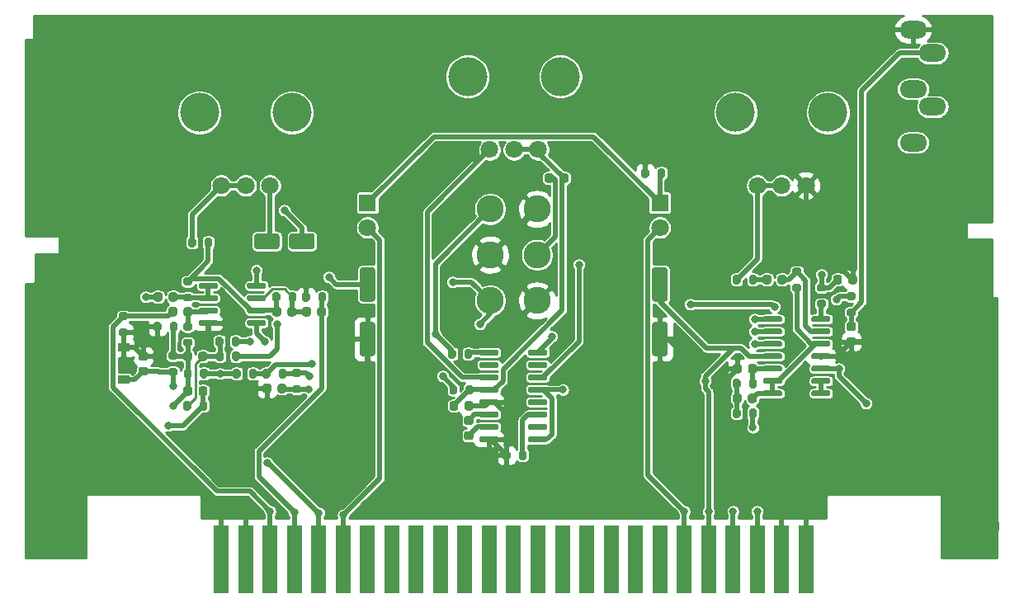
<source format=gbr>
%TF.GenerationSoftware,KiCad,Pcbnew,(5.1.7)-1*%
%TF.CreationDate,2020-11-19T18:07:40-06:00*%
%TF.ProjectId,ConsolePedalPhase,436f6e73-6f6c-4655-9065-64616c506861,rev?*%
%TF.SameCoordinates,Original*%
%TF.FileFunction,Copper,L1,Top*%
%TF.FilePolarity,Positive*%
%FSLAX46Y46*%
G04 Gerber Fmt 4.6, Leading zero omitted, Abs format (unit mm)*
G04 Created by KiCad (PCBNEW (5.1.7)-1) date 2020-11-19 18:07:40*
%MOMM*%
%LPD*%
G01*
G04 APERTURE LIST*
%TA.AperFunction,ComponentPad*%
%ADD10C,1.800000*%
%TD*%
%TA.AperFunction,ComponentPad*%
%ADD11R,1.800000X1.800000*%
%TD*%
%TA.AperFunction,ConnectorPad*%
%ADD12R,1.500000X7.000000*%
%TD*%
%TA.AperFunction,SMDPad,CuDef*%
%ADD13R,1.200000X0.900000*%
%TD*%
%TA.AperFunction,WasherPad*%
%ADD14C,4.000000*%
%TD*%
%TA.AperFunction,ComponentPad*%
%ADD15C,2.781300*%
%TD*%
%TA.AperFunction,ComponentPad*%
%ADD16O,2.800000X1.800000*%
%TD*%
%TA.AperFunction,ComponentPad*%
%ADD17C,5.000000*%
%TD*%
%TA.AperFunction,ViaPad*%
%ADD18C,0.800000*%
%TD*%
%TA.AperFunction,Conductor*%
%ADD19C,0.500000*%
%TD*%
%TA.AperFunction,Conductor*%
%ADD20C,0.250000*%
%TD*%
%TA.AperFunction,Conductor*%
%ADD21C,0.254000*%
%TD*%
%TA.AperFunction,Conductor*%
%ADD22C,0.100000*%
%TD*%
G04 APERTURE END LIST*
%TO.P,R1,2*%
%TO.N,GND*%
%TA.AperFunction,SMDPad,CuDef*%
G36*
G01*
X92435000Y-102279000D02*
X92985000Y-102279000D01*
G75*
G02*
X93185000Y-102479000I0J-200000D01*
G01*
X93185000Y-102879000D01*
G75*
G02*
X92985000Y-103079000I-200000J0D01*
G01*
X92435000Y-103079000D01*
G75*
G02*
X92235000Y-102879000I0J200000D01*
G01*
X92235000Y-102479000D01*
G75*
G02*
X92435000Y-102279000I200000J0D01*
G01*
G37*
%TD.AperFunction*%
%TO.P,R1,1*%
%TO.N,/Input*%
%TA.AperFunction,SMDPad,CuDef*%
G36*
G01*
X92435000Y-100629000D02*
X92985000Y-100629000D01*
G75*
G02*
X93185000Y-100829000I0J-200000D01*
G01*
X93185000Y-101229000D01*
G75*
G02*
X92985000Y-101429000I-200000J0D01*
G01*
X92435000Y-101429000D01*
G75*
G02*
X92235000Y-101229000I0J200000D01*
G01*
X92235000Y-100829000D01*
G75*
G02*
X92435000Y-100629000I200000J0D01*
G01*
G37*
%TD.AperFunction*%
%TD*%
D10*
%TO.P,D2,2*%
%TO.N,/LEDPower*%
X147750000Y-91948000D03*
D11*
%TO.P,D2,1*%
%TO.N,Net-(D1-Pad1)*%
X147750000Y-89408000D03*
%TD*%
%TO.P,R3,1*%
%TO.N,GND*%
%TA.AperFunction,SMDPad,CuDef*%
G36*
G01*
X145841000Y-86635000D02*
X145841000Y-86085000D01*
G75*
G02*
X146041000Y-85885000I200000J0D01*
G01*
X146441000Y-85885000D01*
G75*
G02*
X146641000Y-86085000I0J-200000D01*
G01*
X146641000Y-86635000D01*
G75*
G02*
X146441000Y-86835000I-200000J0D01*
G01*
X146041000Y-86835000D01*
G75*
G02*
X145841000Y-86635000I0J200000D01*
G01*
G37*
%TD.AperFunction*%
%TO.P,R3,2*%
%TO.N,Net-(D1-Pad1)*%
%TA.AperFunction,SMDPad,CuDef*%
G36*
G01*
X147491000Y-86635000D02*
X147491000Y-86085000D01*
G75*
G02*
X147691000Y-85885000I200000J0D01*
G01*
X148091000Y-85885000D01*
G75*
G02*
X148291000Y-86085000I0J-200000D01*
G01*
X148291000Y-86635000D01*
G75*
G02*
X148091000Y-86835000I-200000J0D01*
G01*
X147691000Y-86835000D01*
G75*
G02*
X147491000Y-86635000I0J200000D01*
G01*
G37*
%TD.AperFunction*%
%TD*%
%TO.P,C1,1*%
%TO.N,Net-(C1-Pad1)*%
%TA.AperFunction,SMDPad,CuDef*%
G36*
G01*
X99777000Y-100334000D02*
X99777000Y-100834000D01*
G75*
G02*
X99552000Y-101059000I-225000J0D01*
G01*
X99102000Y-101059000D01*
G75*
G02*
X98877000Y-100834000I0J225000D01*
G01*
X98877000Y-100334000D01*
G75*
G02*
X99102000Y-100109000I225000J0D01*
G01*
X99552000Y-100109000D01*
G75*
G02*
X99777000Y-100334000I0J-225000D01*
G01*
G37*
%TD.AperFunction*%
%TO.P,C1,2*%
%TO.N,/Input*%
%TA.AperFunction,SMDPad,CuDef*%
G36*
G01*
X98227000Y-100334000D02*
X98227000Y-100834000D01*
G75*
G02*
X98002000Y-101059000I-225000J0D01*
G01*
X97552000Y-101059000D01*
G75*
G02*
X97327000Y-100834000I0J225000D01*
G01*
X97327000Y-100334000D01*
G75*
G02*
X97552000Y-100109000I225000J0D01*
G01*
X98002000Y-100109000D01*
G75*
G02*
X98227000Y-100334000I0J-225000D01*
G01*
G37*
%TD.AperFunction*%
%TD*%
%TO.P,D1,1*%
%TO.N,Net-(D1-Pad1)*%
X117750000Y-89408000D03*
D10*
%TO.P,D1,2*%
%TO.N,/LEDPower*%
X117750000Y-91948000D03*
%TD*%
D12*
%TO.P,J1,1*%
%TO.N,GND*%
X102750000Y-126000000D03*
%TO.P,J1,2*%
X105250000Y-126000000D03*
%TO.P,J1,3*%
%TO.N,/Input*%
X107750000Y-126000000D03*
%TO.P,J1,4*%
%TO.N,/Output*%
X110250000Y-126000000D03*
%TO.P,J1,5*%
%TO.N,+9V*%
X112750000Y-126000000D03*
%TO.P,J1,6*%
%TO.N,/LEDPower*%
X115250000Y-126000000D03*
%TO.P,J1,7*%
%TO.N,N/C*%
X117750000Y-126000000D03*
%TO.P,J1,8*%
X120250000Y-126000000D03*
%TO.P,J1,9*%
X122750000Y-126000000D03*
%TO.P,J1,10*%
X125250000Y-126000000D03*
%TO.P,J1,11*%
X127750000Y-126000000D03*
%TO.P,J1,12*%
X130250000Y-126000000D03*
%TO.P,J1,13*%
X132750000Y-126000000D03*
%TO.P,J1,14*%
X135250000Y-126000000D03*
%TO.P,J1,15*%
X137750000Y-126000000D03*
%TO.P,J1,16*%
X140250000Y-126000000D03*
%TO.P,J1,17*%
X142750000Y-126000000D03*
%TO.P,J1,18*%
X145250000Y-126000000D03*
%TO.P,J1,19*%
X147750000Y-126000000D03*
%TO.P,J1,20*%
%TO.N,/LEDPower*%
X150250000Y-126000000D03*
%TO.P,J1,21*%
%TO.N,+9V*%
X152750000Y-126000000D03*
%TO.P,J1,22*%
%TO.N,/Output*%
X155250000Y-126000000D03*
%TO.P,J1,23*%
%TO.N,/Input*%
X157750000Y-126000000D03*
%TO.P,J1,24*%
%TO.N,GND*%
X160250000Y-126000000D03*
%TO.P,J1,25*%
X162750000Y-126000000D03*
%TD*%
%TO.P,C2,1*%
%TO.N,Net-(C2-Pad1)*%
%TA.AperFunction,SMDPad,CuDef*%
G36*
G01*
X135935000Y-87118000D02*
X135935000Y-86618000D01*
G75*
G02*
X136160000Y-86393000I225000J0D01*
G01*
X136610000Y-86393000D01*
G75*
G02*
X136835000Y-86618000I0J-225000D01*
G01*
X136835000Y-87118000D01*
G75*
G02*
X136610000Y-87343000I-225000J0D01*
G01*
X136160000Y-87343000D01*
G75*
G02*
X135935000Y-87118000I0J225000D01*
G01*
G37*
%TD.AperFunction*%
%TO.P,C2,2*%
%TO.N,VCO_OUT*%
%TA.AperFunction,SMDPad,CuDef*%
G36*
G01*
X137485000Y-87118000D02*
X137485000Y-86618000D01*
G75*
G02*
X137710000Y-86393000I225000J0D01*
G01*
X138160000Y-86393000D01*
G75*
G02*
X138385000Y-86618000I0J-225000D01*
G01*
X138385000Y-87118000D01*
G75*
G02*
X138160000Y-87343000I-225000J0D01*
G01*
X137710000Y-87343000D01*
G75*
G02*
X137485000Y-87118000I0J225000D01*
G01*
G37*
%TD.AperFunction*%
%TD*%
%TO.P,C3,2*%
%TO.N,VCO_OUT*%
%TA.AperFunction,SMDPad,CuDef*%
G36*
G01*
X127056000Y-109986000D02*
X127056000Y-110486000D01*
G75*
G02*
X126831000Y-110711000I-225000J0D01*
G01*
X126381000Y-110711000D01*
G75*
G02*
X126156000Y-110486000I0J225000D01*
G01*
X126156000Y-109986000D01*
G75*
G02*
X126381000Y-109761000I225000J0D01*
G01*
X126831000Y-109761000D01*
G75*
G02*
X127056000Y-109986000I0J-225000D01*
G01*
G37*
%TD.AperFunction*%
%TO.P,C3,1*%
%TO.N,GND*%
%TA.AperFunction,SMDPad,CuDef*%
G36*
G01*
X128606000Y-109986000D02*
X128606000Y-110486000D01*
G75*
G02*
X128381000Y-110711000I-225000J0D01*
G01*
X127931000Y-110711000D01*
G75*
G02*
X127706000Y-110486000I0J225000D01*
G01*
X127706000Y-109986000D01*
G75*
G02*
X127931000Y-109761000I225000J0D01*
G01*
X128381000Y-109761000D01*
G75*
G02*
X128606000Y-109986000I0J-225000D01*
G01*
G37*
%TD.AperFunction*%
%TD*%
%TO.P,C4,1*%
%TO.N,Net-(C4-Pad1)*%
%TA.AperFunction,SMDPad,CuDef*%
G36*
G01*
X95803000Y-99310000D02*
X95803000Y-98810000D01*
G75*
G02*
X96028000Y-98585000I225000J0D01*
G01*
X96478000Y-98585000D01*
G75*
G02*
X96703000Y-98810000I0J-225000D01*
G01*
X96703000Y-99310000D01*
G75*
G02*
X96478000Y-99535000I-225000J0D01*
G01*
X96028000Y-99535000D01*
G75*
G02*
X95803000Y-99310000I0J225000D01*
G01*
G37*
%TD.AperFunction*%
%TO.P,C4,2*%
%TO.N,CHIP1*%
%TA.AperFunction,SMDPad,CuDef*%
G36*
G01*
X97353000Y-99310000D02*
X97353000Y-98810000D01*
G75*
G02*
X97578000Y-98585000I225000J0D01*
G01*
X98028000Y-98585000D01*
G75*
G02*
X98253000Y-98810000I0J-225000D01*
G01*
X98253000Y-99310000D01*
G75*
G02*
X98028000Y-99535000I-225000J0D01*
G01*
X97578000Y-99535000D01*
G75*
G02*
X97353000Y-99310000I0J225000D01*
G01*
G37*
%TD.AperFunction*%
%TD*%
%TO.P,C6,1*%
%TO.N,GND*%
%TA.AperFunction,SMDPad,CuDef*%
G36*
G01*
X94492000Y-104693000D02*
X94992000Y-104693000D01*
G75*
G02*
X95217000Y-104918000I0J-225000D01*
G01*
X95217000Y-105368000D01*
G75*
G02*
X94992000Y-105593000I-225000J0D01*
G01*
X94492000Y-105593000D01*
G75*
G02*
X94267000Y-105368000I0J225000D01*
G01*
X94267000Y-104918000D01*
G75*
G02*
X94492000Y-104693000I225000J0D01*
G01*
G37*
%TD.AperFunction*%
%TO.P,C6,2*%
%TO.N,+9V*%
%TA.AperFunction,SMDPad,CuDef*%
G36*
G01*
X94492000Y-106243000D02*
X94992000Y-106243000D01*
G75*
G02*
X95217000Y-106468000I0J-225000D01*
G01*
X95217000Y-106918000D01*
G75*
G02*
X94992000Y-107143000I-225000J0D01*
G01*
X94492000Y-107143000D01*
G75*
G02*
X94267000Y-106918000I0J225000D01*
G01*
X94267000Y-106468000D01*
G75*
G02*
X94492000Y-106243000I225000J0D01*
G01*
G37*
%TD.AperFunction*%
%TD*%
%TO.P,C7,2*%
%TO.N,Net-(C7-Pad2)*%
%TA.AperFunction,SMDPad,CuDef*%
G36*
G01*
X100401000Y-105406000D02*
X100401000Y-104906000D01*
G75*
G02*
X100626000Y-104681000I225000J0D01*
G01*
X101076000Y-104681000D01*
G75*
G02*
X101301000Y-104906000I0J-225000D01*
G01*
X101301000Y-105406000D01*
G75*
G02*
X101076000Y-105631000I-225000J0D01*
G01*
X100626000Y-105631000D01*
G75*
G02*
X100401000Y-105406000I0J225000D01*
G01*
G37*
%TD.AperFunction*%
%TO.P,C7,1*%
%TO.N,VCC*%
%TA.AperFunction,SMDPad,CuDef*%
G36*
G01*
X98851000Y-105406000D02*
X98851000Y-104906000D01*
G75*
G02*
X99076000Y-104681000I225000J0D01*
G01*
X99526000Y-104681000D01*
G75*
G02*
X99751000Y-104906000I0J-225000D01*
G01*
X99751000Y-105406000D01*
G75*
G02*
X99526000Y-105631000I-225000J0D01*
G01*
X99076000Y-105631000D01*
G75*
G02*
X98851000Y-105406000I0J225000D01*
G01*
G37*
%TD.AperFunction*%
%TD*%
%TO.P,C8,1*%
%TO.N,GND*%
%TA.AperFunction,SMDPad,CuDef*%
G36*
G01*
X106979000Y-108708000D02*
X106979000Y-108208000D01*
G75*
G02*
X107204000Y-107983000I225000J0D01*
G01*
X107654000Y-107983000D01*
G75*
G02*
X107879000Y-108208000I0J-225000D01*
G01*
X107879000Y-108708000D01*
G75*
G02*
X107654000Y-108933000I-225000J0D01*
G01*
X107204000Y-108933000D01*
G75*
G02*
X106979000Y-108708000I0J225000D01*
G01*
G37*
%TD.AperFunction*%
%TO.P,C8,2*%
%TO.N,Net-(C8-Pad2)*%
%TA.AperFunction,SMDPad,CuDef*%
G36*
G01*
X108529000Y-108708000D02*
X108529000Y-108208000D01*
G75*
G02*
X108754000Y-107983000I225000J0D01*
G01*
X109204000Y-107983000D01*
G75*
G02*
X109429000Y-108208000I0J-225000D01*
G01*
X109429000Y-108708000D01*
G75*
G02*
X109204000Y-108933000I-225000J0D01*
G01*
X108754000Y-108933000D01*
G75*
G02*
X108529000Y-108708000I0J225000D01*
G01*
G37*
%TD.AperFunction*%
%TD*%
%TO.P,C9,2*%
%TO.N,Net-(C11-Pad1)*%
%TA.AperFunction,SMDPad,CuDef*%
G36*
G01*
X100414000Y-108962000D02*
X100414000Y-108462000D01*
G75*
G02*
X100639000Y-108237000I225000J0D01*
G01*
X101089000Y-108237000D01*
G75*
G02*
X101314000Y-108462000I0J-225000D01*
G01*
X101314000Y-108962000D01*
G75*
G02*
X101089000Y-109187000I-225000J0D01*
G01*
X100639000Y-109187000D01*
G75*
G02*
X100414000Y-108962000I0J225000D01*
G01*
G37*
%TD.AperFunction*%
%TO.P,C9,1*%
%TO.N,VCC*%
%TA.AperFunction,SMDPad,CuDef*%
G36*
G01*
X98864000Y-108962000D02*
X98864000Y-108462000D01*
G75*
G02*
X99089000Y-108237000I225000J0D01*
G01*
X99539000Y-108237000D01*
G75*
G02*
X99764000Y-108462000I0J-225000D01*
G01*
X99764000Y-108962000D01*
G75*
G02*
X99539000Y-109187000I-225000J0D01*
G01*
X99089000Y-109187000D01*
G75*
G02*
X98864000Y-108962000I0J225000D01*
G01*
G37*
%TD.AperFunction*%
%TD*%
%TO.P,C12,1*%
%TO.N,Net-(C12-Pad1)*%
%TA.AperFunction,SMDPad,CuDef*%
G36*
G01*
X155239000Y-109724000D02*
X155239000Y-109224000D01*
G75*
G02*
X155464000Y-108999000I225000J0D01*
G01*
X155914000Y-108999000D01*
G75*
G02*
X156139000Y-109224000I0J-225000D01*
G01*
X156139000Y-109724000D01*
G75*
G02*
X155914000Y-109949000I-225000J0D01*
G01*
X155464000Y-109949000D01*
G75*
G02*
X155239000Y-109724000I0J225000D01*
G01*
G37*
%TD.AperFunction*%
%TO.P,C12,2*%
%TO.N,Net-(C12-Pad2)*%
%TA.AperFunction,SMDPad,CuDef*%
G36*
G01*
X156789000Y-109724000D02*
X156789000Y-109224000D01*
G75*
G02*
X157014000Y-108999000I225000J0D01*
G01*
X157464000Y-108999000D01*
G75*
G02*
X157689000Y-109224000I0J-225000D01*
G01*
X157689000Y-109724000D01*
G75*
G02*
X157464000Y-109949000I-225000J0D01*
G01*
X157014000Y-109949000D01*
G75*
G02*
X156789000Y-109724000I0J225000D01*
G01*
G37*
%TD.AperFunction*%
%TD*%
%TO.P,C13,2*%
%TO.N,GND*%
%TA.AperFunction,SMDPad,CuDef*%
G36*
G01*
X156152000Y-106176000D02*
X156152000Y-106676000D01*
G75*
G02*
X155927000Y-106901000I-225000J0D01*
G01*
X155477000Y-106901000D01*
G75*
G02*
X155252000Y-106676000I0J225000D01*
G01*
X155252000Y-106176000D01*
G75*
G02*
X155477000Y-105951000I225000J0D01*
G01*
X155927000Y-105951000D01*
G75*
G02*
X156152000Y-106176000I0J-225000D01*
G01*
G37*
%TD.AperFunction*%
%TO.P,C13,1*%
%TO.N,Net-(C13-Pad1)*%
%TA.AperFunction,SMDPad,CuDef*%
G36*
G01*
X157702000Y-106176000D02*
X157702000Y-106676000D01*
G75*
G02*
X157477000Y-106901000I-225000J0D01*
G01*
X157027000Y-106901000D01*
G75*
G02*
X156802000Y-106676000I0J225000D01*
G01*
X156802000Y-106176000D01*
G75*
G02*
X157027000Y-105951000I225000J0D01*
G01*
X157477000Y-105951000D01*
G75*
G02*
X157702000Y-106176000I0J-225000D01*
G01*
G37*
%TD.AperFunction*%
%TD*%
%TO.P,C14,1*%
%TO.N,Net-(C14-Pad1)*%
%TA.AperFunction,SMDPad,CuDef*%
G36*
G01*
X158287000Y-97532000D02*
X158287000Y-97032000D01*
G75*
G02*
X158512000Y-96807000I225000J0D01*
G01*
X158962000Y-96807000D01*
G75*
G02*
X159187000Y-97032000I0J-225000D01*
G01*
X159187000Y-97532000D01*
G75*
G02*
X158962000Y-97757000I-225000J0D01*
G01*
X158512000Y-97757000D01*
G75*
G02*
X158287000Y-97532000I0J225000D01*
G01*
G37*
%TD.AperFunction*%
%TO.P,C14,2*%
%TO.N,Net-(C14-Pad2)*%
%TA.AperFunction,SMDPad,CuDef*%
G36*
G01*
X159837000Y-97532000D02*
X159837000Y-97032000D01*
G75*
G02*
X160062000Y-96807000I225000J0D01*
G01*
X160512000Y-96807000D01*
G75*
G02*
X160737000Y-97032000I0J-225000D01*
G01*
X160737000Y-97532000D01*
G75*
G02*
X160512000Y-97757000I-225000J0D01*
G01*
X160062000Y-97757000D01*
G75*
G02*
X159837000Y-97532000I0J225000D01*
G01*
G37*
%TD.AperFunction*%
%TD*%
%TO.P,C15,1*%
%TO.N,Net-(C15-Pad1)*%
%TA.AperFunction,SMDPad,CuDef*%
G36*
G01*
X107995000Y-100834000D02*
X107995000Y-100334000D01*
G75*
G02*
X108220000Y-100109000I225000J0D01*
G01*
X108670000Y-100109000D01*
G75*
G02*
X108895000Y-100334000I0J-225000D01*
G01*
X108895000Y-100834000D01*
G75*
G02*
X108670000Y-101059000I-225000J0D01*
G01*
X108220000Y-101059000D01*
G75*
G02*
X107995000Y-100834000I0J225000D01*
G01*
G37*
%TD.AperFunction*%
%TO.P,C15,2*%
%TO.N,Net-(C15-Pad2)*%
%TA.AperFunction,SMDPad,CuDef*%
G36*
G01*
X109545000Y-100834000D02*
X109545000Y-100334000D01*
G75*
G02*
X109770000Y-100109000I225000J0D01*
G01*
X110220000Y-100109000D01*
G75*
G02*
X110445000Y-100334000I0J-225000D01*
G01*
X110445000Y-100834000D01*
G75*
G02*
X110220000Y-101059000I-225000J0D01*
G01*
X109770000Y-101059000D01*
G75*
G02*
X109545000Y-100834000I0J225000D01*
G01*
G37*
%TD.AperFunction*%
%TD*%
%TO.P,C16,1*%
%TO.N,Net-(C15-Pad2)*%
%TA.AperFunction,SMDPad,CuDef*%
G36*
G01*
X111043000Y-100834000D02*
X111043000Y-100334000D01*
G75*
G02*
X111268000Y-100109000I225000J0D01*
G01*
X111718000Y-100109000D01*
G75*
G02*
X111943000Y-100334000I0J-225000D01*
G01*
X111943000Y-100834000D01*
G75*
G02*
X111718000Y-101059000I-225000J0D01*
G01*
X111268000Y-101059000D01*
G75*
G02*
X111043000Y-100834000I0J225000D01*
G01*
G37*
%TD.AperFunction*%
%TO.P,C16,2*%
%TO.N,/Output*%
%TA.AperFunction,SMDPad,CuDef*%
G36*
G01*
X112593000Y-100834000D02*
X112593000Y-100334000D01*
G75*
G02*
X112818000Y-100109000I225000J0D01*
G01*
X113268000Y-100109000D01*
G75*
G02*
X113493000Y-100334000I0J-225000D01*
G01*
X113493000Y-100834000D01*
G75*
G02*
X113268000Y-101059000I-225000J0D01*
G01*
X112818000Y-101059000D01*
G75*
G02*
X112593000Y-100834000I0J225000D01*
G01*
G37*
%TD.AperFunction*%
%TD*%
%TO.P,C17,2*%
%TO.N,SIG_IN*%
%TA.AperFunction,SMDPad,CuDef*%
G36*
G01*
X166426000Y-97032000D02*
X166426000Y-97532000D01*
G75*
G02*
X166201000Y-97757000I-225000J0D01*
G01*
X165751000Y-97757000D01*
G75*
G02*
X165526000Y-97532000I0J225000D01*
G01*
X165526000Y-97032000D01*
G75*
G02*
X165751000Y-96807000I225000J0D01*
G01*
X166201000Y-96807000D01*
G75*
G02*
X166426000Y-97032000I0J-225000D01*
G01*
G37*
%TD.AperFunction*%
%TO.P,C17,1*%
%TO.N,GND*%
%TA.AperFunction,SMDPad,CuDef*%
G36*
G01*
X167976000Y-97032000D02*
X167976000Y-97532000D01*
G75*
G02*
X167751000Y-97757000I-225000J0D01*
G01*
X167301000Y-97757000D01*
G75*
G02*
X167076000Y-97532000I0J225000D01*
G01*
X167076000Y-97032000D01*
G75*
G02*
X167301000Y-96807000I225000J0D01*
G01*
X167751000Y-96807000D01*
G75*
G02*
X167976000Y-97032000I0J-225000D01*
G01*
G37*
%TD.AperFunction*%
%TD*%
%TO.P,C18,2*%
%TO.N,Net-(C18-Pad2)*%
%TA.AperFunction,SMDPad,CuDef*%
G36*
G01*
X128393000Y-112197000D02*
X127893000Y-112197000D01*
G75*
G02*
X127668000Y-111972000I0J225000D01*
G01*
X127668000Y-111522000D01*
G75*
G02*
X127893000Y-111297000I225000J0D01*
G01*
X128393000Y-111297000D01*
G75*
G02*
X128618000Y-111522000I0J-225000D01*
G01*
X128618000Y-111972000D01*
G75*
G02*
X128393000Y-112197000I-225000J0D01*
G01*
G37*
%TD.AperFunction*%
%TO.P,C18,1*%
%TO.N,Net-(C18-Pad1)*%
%TA.AperFunction,SMDPad,CuDef*%
G36*
G01*
X128393000Y-113747000D02*
X127893000Y-113747000D01*
G75*
G02*
X127668000Y-113522000I0J225000D01*
G01*
X127668000Y-113072000D01*
G75*
G02*
X127893000Y-112847000I225000J0D01*
G01*
X128393000Y-112847000D01*
G75*
G02*
X128618000Y-113072000I0J-225000D01*
G01*
X128618000Y-113522000D01*
G75*
G02*
X128393000Y-113747000I-225000J0D01*
G01*
G37*
%TD.AperFunction*%
%TD*%
%TO.P,C19,2*%
%TO.N,Net-(C19-Pad2)*%
%TA.AperFunction,SMDPad,CuDef*%
G36*
G01*
X167636000Y-102545000D02*
X167136000Y-102545000D01*
G75*
G02*
X166911000Y-102320000I0J225000D01*
G01*
X166911000Y-101870000D01*
G75*
G02*
X167136000Y-101645000I225000J0D01*
G01*
X167636000Y-101645000D01*
G75*
G02*
X167861000Y-101870000I0J-225000D01*
G01*
X167861000Y-102320000D01*
G75*
G02*
X167636000Y-102545000I-225000J0D01*
G01*
G37*
%TD.AperFunction*%
%TO.P,C19,1*%
%TO.N,GND*%
%TA.AperFunction,SMDPad,CuDef*%
G36*
G01*
X167636000Y-104095000D02*
X167136000Y-104095000D01*
G75*
G02*
X166911000Y-103870000I0J225000D01*
G01*
X166911000Y-103420000D01*
G75*
G02*
X167136000Y-103195000I225000J0D01*
G01*
X167636000Y-103195000D01*
G75*
G02*
X167861000Y-103420000I0J-225000D01*
G01*
X167861000Y-103870000D01*
G75*
G02*
X167636000Y-104095000I-225000J0D01*
G01*
G37*
%TD.AperFunction*%
%TD*%
D13*
%TO.P,D3,1*%
%TO.N,+9V*%
X92710000Y-107568000D03*
%TO.P,D3,2*%
%TO.N,GND*%
X92710000Y-104268000D03*
%TD*%
%TO.P,R2,1*%
%TO.N,Net-(C1-Pad1)*%
%TA.AperFunction,SMDPad,CuDef*%
G36*
G01*
X99039000Y-101708000D02*
X99589000Y-101708000D01*
G75*
G02*
X99789000Y-101908000I0J-200000D01*
G01*
X99789000Y-102308000D01*
G75*
G02*
X99589000Y-102508000I-200000J0D01*
G01*
X99039000Y-102508000D01*
G75*
G02*
X98839000Y-102308000I0J200000D01*
G01*
X98839000Y-101908000D01*
G75*
G02*
X99039000Y-101708000I200000J0D01*
G01*
G37*
%TD.AperFunction*%
%TO.P,R2,2*%
%TO.N,VCC*%
%TA.AperFunction,SMDPad,CuDef*%
G36*
G01*
X99039000Y-103358000D02*
X99589000Y-103358000D01*
G75*
G02*
X99789000Y-103558000I0J-200000D01*
G01*
X99789000Y-103958000D01*
G75*
G02*
X99589000Y-104158000I-200000J0D01*
G01*
X99039000Y-104158000D01*
G75*
G02*
X98839000Y-103958000I0J200000D01*
G01*
X98839000Y-103558000D01*
G75*
G02*
X99039000Y-103358000I200000J0D01*
G01*
G37*
%TD.AperFunction*%
%TD*%
%TO.P,R4,2*%
%TO.N,VCO_OUT*%
%TA.AperFunction,SMDPad,CuDef*%
G36*
G01*
X127806000Y-108860000D02*
X127806000Y-108310000D01*
G75*
G02*
X128006000Y-108110000I200000J0D01*
G01*
X128406000Y-108110000D01*
G75*
G02*
X128606000Y-108310000I0J-200000D01*
G01*
X128606000Y-108860000D01*
G75*
G02*
X128406000Y-109060000I-200000J0D01*
G01*
X128006000Y-109060000D01*
G75*
G02*
X127806000Y-108860000I0J200000D01*
G01*
G37*
%TD.AperFunction*%
%TO.P,R4,1*%
%TO.N,Net-(R4-Pad1)*%
%TA.AperFunction,SMDPad,CuDef*%
G36*
G01*
X126156000Y-108860000D02*
X126156000Y-108310000D01*
G75*
G02*
X126356000Y-108110000I200000J0D01*
G01*
X126756000Y-108110000D01*
G75*
G02*
X126956000Y-108310000I0J-200000D01*
G01*
X126956000Y-108860000D01*
G75*
G02*
X126756000Y-109060000I-200000J0D01*
G01*
X126356000Y-109060000D01*
G75*
G02*
X126156000Y-108860000I0J200000D01*
G01*
G37*
%TD.AperFunction*%
%TD*%
%TO.P,R5,2*%
%TO.N,PH_PULSE*%
%TA.AperFunction,SMDPad,CuDef*%
G36*
G01*
X127679000Y-105177000D02*
X127679000Y-104627000D01*
G75*
G02*
X127879000Y-104427000I200000J0D01*
G01*
X128279000Y-104427000D01*
G75*
G02*
X128479000Y-104627000I0J-200000D01*
G01*
X128479000Y-105177000D01*
G75*
G02*
X128279000Y-105377000I-200000J0D01*
G01*
X127879000Y-105377000D01*
G75*
G02*
X127679000Y-105177000I0J200000D01*
G01*
G37*
%TD.AperFunction*%
%TO.P,R5,1*%
%TO.N,Net-(R5-Pad1)*%
%TA.AperFunction,SMDPad,CuDef*%
G36*
G01*
X126029000Y-105177000D02*
X126029000Y-104627000D01*
G75*
G02*
X126229000Y-104427000I200000J0D01*
G01*
X126629000Y-104427000D01*
G75*
G02*
X126829000Y-104627000I0J-200000D01*
G01*
X126829000Y-105177000D01*
G75*
G02*
X126629000Y-105377000I-200000J0D01*
G01*
X126229000Y-105377000D01*
G75*
G02*
X126029000Y-105177000I0J200000D01*
G01*
G37*
%TD.AperFunction*%
%TD*%
%TO.P,R6,2*%
%TO.N,Net-(C4-Pad1)*%
%TA.AperFunction,SMDPad,CuDef*%
G36*
G01*
X104731000Y-106659000D02*
X104731000Y-107209000D01*
G75*
G02*
X104531000Y-107409000I-200000J0D01*
G01*
X104131000Y-107409000D01*
G75*
G02*
X103931000Y-107209000I0J200000D01*
G01*
X103931000Y-106659000D01*
G75*
G02*
X104131000Y-106459000I200000J0D01*
G01*
X104531000Y-106459000D01*
G75*
G02*
X104731000Y-106659000I0J-200000D01*
G01*
G37*
%TD.AperFunction*%
%TO.P,R6,1*%
%TO.N,Net-(R10-Pad1)*%
%TA.AperFunction,SMDPad,CuDef*%
G36*
G01*
X106381000Y-106659000D02*
X106381000Y-107209000D01*
G75*
G02*
X106181000Y-107409000I-200000J0D01*
G01*
X105781000Y-107409000D01*
G75*
G02*
X105581000Y-107209000I0J200000D01*
G01*
X105581000Y-106659000D01*
G75*
G02*
X105781000Y-106459000I200000J0D01*
G01*
X106181000Y-106459000D01*
G75*
G02*
X106381000Y-106659000I0J-200000D01*
G01*
G37*
%TD.AperFunction*%
%TD*%
%TO.P,R7,1*%
%TO.N,VCC*%
%TA.AperFunction,SMDPad,CuDef*%
G36*
G01*
X98914000Y-107209000D02*
X98914000Y-106659000D01*
G75*
G02*
X99114000Y-106459000I200000J0D01*
G01*
X99514000Y-106459000D01*
G75*
G02*
X99714000Y-106659000I0J-200000D01*
G01*
X99714000Y-107209000D01*
G75*
G02*
X99514000Y-107409000I-200000J0D01*
G01*
X99114000Y-107409000D01*
G75*
G02*
X98914000Y-107209000I0J200000D01*
G01*
G37*
%TD.AperFunction*%
%TO.P,R7,2*%
%TO.N,Net-(C4-Pad1)*%
%TA.AperFunction,SMDPad,CuDef*%
G36*
G01*
X100564000Y-107209000D02*
X100564000Y-106659000D01*
G75*
G02*
X100764000Y-106459000I200000J0D01*
G01*
X101164000Y-106459000D01*
G75*
G02*
X101364000Y-106659000I0J-200000D01*
G01*
X101364000Y-107209000D01*
G75*
G02*
X101164000Y-107409000I-200000J0D01*
G01*
X100764000Y-107409000D01*
G75*
G02*
X100564000Y-107209000I0J200000D01*
G01*
G37*
%TD.AperFunction*%
%TD*%
%TO.P,R8,1*%
%TO.N,Net-(C7-Pad2)*%
%TA.AperFunction,SMDPad,CuDef*%
G36*
G01*
X102153000Y-103907000D02*
X102153000Y-103357000D01*
G75*
G02*
X102353000Y-103157000I200000J0D01*
G01*
X102753000Y-103157000D01*
G75*
G02*
X102953000Y-103357000I0J-200000D01*
G01*
X102953000Y-103907000D01*
G75*
G02*
X102753000Y-104107000I-200000J0D01*
G01*
X102353000Y-104107000D01*
G75*
G02*
X102153000Y-103907000I0J200000D01*
G01*
G37*
%TD.AperFunction*%
%TO.P,R8,2*%
%TO.N,Net-(R4-Pad1)*%
%TA.AperFunction,SMDPad,CuDef*%
G36*
G01*
X103803000Y-103907000D02*
X103803000Y-103357000D01*
G75*
G02*
X104003000Y-103157000I200000J0D01*
G01*
X104403000Y-103157000D01*
G75*
G02*
X104603000Y-103357000I0J-200000D01*
G01*
X104603000Y-103907000D01*
G75*
G02*
X104403000Y-104107000I-200000J0D01*
G01*
X104003000Y-104107000D01*
G75*
G02*
X103803000Y-103907000I0J200000D01*
G01*
G37*
%TD.AperFunction*%
%TD*%
%TO.P,R9,1*%
%TO.N,Net-(C7-Pad2)*%
%TA.AperFunction,SMDPad,CuDef*%
G36*
G01*
X102216000Y-105431000D02*
X102216000Y-104881000D01*
G75*
G02*
X102416000Y-104681000I200000J0D01*
G01*
X102816000Y-104681000D01*
G75*
G02*
X103016000Y-104881000I0J-200000D01*
G01*
X103016000Y-105431000D01*
G75*
G02*
X102816000Y-105631000I-200000J0D01*
G01*
X102416000Y-105631000D01*
G75*
G02*
X102216000Y-105431000I0J200000D01*
G01*
G37*
%TD.AperFunction*%
%TO.P,R9,2*%
%TO.N,Net-(R5-Pad1)*%
%TA.AperFunction,SMDPad,CuDef*%
G36*
G01*
X103866000Y-105431000D02*
X103866000Y-104881000D01*
G75*
G02*
X104066000Y-104681000I200000J0D01*
G01*
X104466000Y-104681000D01*
G75*
G02*
X104666000Y-104881000I0J-200000D01*
G01*
X104666000Y-105431000D01*
G75*
G02*
X104466000Y-105631000I-200000J0D01*
G01*
X104066000Y-105631000D01*
G75*
G02*
X103866000Y-105431000I0J200000D01*
G01*
G37*
%TD.AperFunction*%
%TD*%
%TO.P,R10,2*%
%TO.N,Net-(R10-Pad2)*%
%TA.AperFunction,SMDPad,CuDef*%
G36*
G01*
X108629000Y-107209000D02*
X108629000Y-106659000D01*
G75*
G02*
X108829000Y-106459000I200000J0D01*
G01*
X109229000Y-106459000D01*
G75*
G02*
X109429000Y-106659000I0J-200000D01*
G01*
X109429000Y-107209000D01*
G75*
G02*
X109229000Y-107409000I-200000J0D01*
G01*
X108829000Y-107409000D01*
G75*
G02*
X108629000Y-107209000I0J200000D01*
G01*
G37*
%TD.AperFunction*%
%TO.P,R10,1*%
%TO.N,Net-(R10-Pad1)*%
%TA.AperFunction,SMDPad,CuDef*%
G36*
G01*
X106979000Y-107209000D02*
X106979000Y-106659000D01*
G75*
G02*
X107179000Y-106459000I200000J0D01*
G01*
X107579000Y-106459000D01*
G75*
G02*
X107779000Y-106659000I0J-200000D01*
G01*
X107779000Y-107209000D01*
G75*
G02*
X107579000Y-107409000I-200000J0D01*
G01*
X107179000Y-107409000D01*
G75*
G02*
X106979000Y-107209000I0J200000D01*
G01*
G37*
%TD.AperFunction*%
%TD*%
%TO.P,R11,2*%
%TO.N,VCC*%
%TA.AperFunction,SMDPad,CuDef*%
G36*
G01*
X98065000Y-105493000D02*
X97515000Y-105493000D01*
G75*
G02*
X97315000Y-105293000I0J200000D01*
G01*
X97315000Y-104893000D01*
G75*
G02*
X97515000Y-104693000I200000J0D01*
G01*
X98065000Y-104693000D01*
G75*
G02*
X98265000Y-104893000I0J-200000D01*
G01*
X98265000Y-105293000D01*
G75*
G02*
X98065000Y-105493000I-200000J0D01*
G01*
G37*
%TD.AperFunction*%
%TO.P,R11,1*%
%TO.N,+9V*%
%TA.AperFunction,SMDPad,CuDef*%
G36*
G01*
X98065000Y-107143000D02*
X97515000Y-107143000D01*
G75*
G02*
X97315000Y-106943000I0J200000D01*
G01*
X97315000Y-106543000D01*
G75*
G02*
X97515000Y-106343000I200000J0D01*
G01*
X98065000Y-106343000D01*
G75*
G02*
X98265000Y-106543000I0J-200000D01*
G01*
X98265000Y-106943000D01*
G75*
G02*
X98065000Y-107143000I-200000J0D01*
G01*
G37*
%TD.AperFunction*%
%TD*%
%TO.P,R12,2*%
%TO.N,GND*%
%TA.AperFunction,SMDPad,CuDef*%
G36*
G01*
X96603000Y-101833000D02*
X96603000Y-102383000D01*
G75*
G02*
X96403000Y-102583000I-200000J0D01*
G01*
X96003000Y-102583000D01*
G75*
G02*
X95803000Y-102383000I0J200000D01*
G01*
X95803000Y-101833000D01*
G75*
G02*
X96003000Y-101633000I200000J0D01*
G01*
X96403000Y-101633000D01*
G75*
G02*
X96603000Y-101833000I0J-200000D01*
G01*
G37*
%TD.AperFunction*%
%TO.P,R12,1*%
%TO.N,VCC*%
%TA.AperFunction,SMDPad,CuDef*%
G36*
G01*
X98253000Y-101833000D02*
X98253000Y-102383000D01*
G75*
G02*
X98053000Y-102583000I-200000J0D01*
G01*
X97653000Y-102583000D01*
G75*
G02*
X97453000Y-102383000I0J200000D01*
G01*
X97453000Y-101833000D01*
G75*
G02*
X97653000Y-101633000I200000J0D01*
G01*
X98053000Y-101633000D01*
G75*
G02*
X98253000Y-101833000I0J-200000D01*
G01*
G37*
%TD.AperFunction*%
%TD*%
%TO.P,R13,1*%
%TO.N,Net-(C8-Pad2)*%
%TA.AperFunction,SMDPad,CuDef*%
G36*
G01*
X110765000Y-108921000D02*
X110215000Y-108921000D01*
G75*
G02*
X110015000Y-108721000I0J200000D01*
G01*
X110015000Y-108321000D01*
G75*
G02*
X110215000Y-108121000I200000J0D01*
G01*
X110765000Y-108121000D01*
G75*
G02*
X110965000Y-108321000I0J-200000D01*
G01*
X110965000Y-108721000D01*
G75*
G02*
X110765000Y-108921000I-200000J0D01*
G01*
G37*
%TD.AperFunction*%
%TO.P,R13,2*%
%TO.N,Net-(R10-Pad2)*%
%TA.AperFunction,SMDPad,CuDef*%
G36*
G01*
X110765000Y-107271000D02*
X110215000Y-107271000D01*
G75*
G02*
X110015000Y-107071000I0J200000D01*
G01*
X110015000Y-106671000D01*
G75*
G02*
X110215000Y-106471000I200000J0D01*
G01*
X110765000Y-106471000D01*
G75*
G02*
X110965000Y-106671000I0J-200000D01*
G01*
X110965000Y-107071000D01*
G75*
G02*
X110765000Y-107271000I-200000J0D01*
G01*
G37*
%TD.AperFunction*%
%TD*%
%TO.P,R14,2*%
%TO.N,Net-(C7-Pad2)*%
%TA.AperFunction,SMDPad,CuDef*%
G36*
G01*
X99651000Y-109961000D02*
X99651000Y-110511000D01*
G75*
G02*
X99451000Y-110711000I-200000J0D01*
G01*
X99051000Y-110711000D01*
G75*
G02*
X98851000Y-110511000I0J200000D01*
G01*
X98851000Y-109961000D01*
G75*
G02*
X99051000Y-109761000I200000J0D01*
G01*
X99451000Y-109761000D01*
G75*
G02*
X99651000Y-109961000I0J-200000D01*
G01*
G37*
%TD.AperFunction*%
%TO.P,R14,1*%
%TO.N,Net-(C11-Pad1)*%
%TA.AperFunction,SMDPad,CuDef*%
G36*
G01*
X101301000Y-109961000D02*
X101301000Y-110511000D01*
G75*
G02*
X101101000Y-110711000I-200000J0D01*
G01*
X100701000Y-110711000D01*
G75*
G02*
X100501000Y-110511000I0J200000D01*
G01*
X100501000Y-109961000D01*
G75*
G02*
X100701000Y-109761000I200000J0D01*
G01*
X101101000Y-109761000D01*
G75*
G02*
X101301000Y-109961000I0J-200000D01*
G01*
G37*
%TD.AperFunction*%
%TD*%
%TO.P,R15,1*%
%TO.N,Net-(C12-Pad1)*%
%TA.AperFunction,SMDPad,CuDef*%
G36*
G01*
X155239000Y-111273000D02*
X155239000Y-110723000D01*
G75*
G02*
X155439000Y-110523000I200000J0D01*
G01*
X155839000Y-110523000D01*
G75*
G02*
X156039000Y-110723000I0J-200000D01*
G01*
X156039000Y-111273000D01*
G75*
G02*
X155839000Y-111473000I-200000J0D01*
G01*
X155439000Y-111473000D01*
G75*
G02*
X155239000Y-111273000I0J200000D01*
G01*
G37*
%TD.AperFunction*%
%TO.P,R15,2*%
%TO.N,Net-(C8-Pad2)*%
%TA.AperFunction,SMDPad,CuDef*%
G36*
G01*
X156889000Y-111273000D02*
X156889000Y-110723000D01*
G75*
G02*
X157089000Y-110523000I200000J0D01*
G01*
X157489000Y-110523000D01*
G75*
G02*
X157689000Y-110723000I0J-200000D01*
G01*
X157689000Y-111273000D01*
G75*
G02*
X157489000Y-111473000I-200000J0D01*
G01*
X157089000Y-111473000D01*
G75*
G02*
X156889000Y-111273000I0J200000D01*
G01*
G37*
%TD.AperFunction*%
%TD*%
%TO.P,R16,1*%
%TO.N,Net-(C13-Pad1)*%
%TA.AperFunction,SMDPad,CuDef*%
G36*
G01*
X157689000Y-107675000D02*
X157689000Y-108225000D01*
G75*
G02*
X157489000Y-108425000I-200000J0D01*
G01*
X157089000Y-108425000D01*
G75*
G02*
X156889000Y-108225000I0J200000D01*
G01*
X156889000Y-107675000D01*
G75*
G02*
X157089000Y-107475000I200000J0D01*
G01*
X157489000Y-107475000D01*
G75*
G02*
X157689000Y-107675000I0J-200000D01*
G01*
G37*
%TD.AperFunction*%
%TO.P,R16,2*%
%TO.N,Net-(C12-Pad1)*%
%TA.AperFunction,SMDPad,CuDef*%
G36*
G01*
X156039000Y-107675000D02*
X156039000Y-108225000D01*
G75*
G02*
X155839000Y-108425000I-200000J0D01*
G01*
X155439000Y-108425000D01*
G75*
G02*
X155239000Y-108225000I0J200000D01*
G01*
X155239000Y-107675000D01*
G75*
G02*
X155439000Y-107475000I200000J0D01*
G01*
X155839000Y-107475000D01*
G75*
G02*
X156039000Y-107675000I0J-200000D01*
G01*
G37*
%TD.AperFunction*%
%TD*%
%TO.P,R17,1*%
%TO.N,Net-(C15-Pad1)*%
%TA.AperFunction,SMDPad,CuDef*%
G36*
G01*
X99039000Y-97073000D02*
X99589000Y-97073000D01*
G75*
G02*
X99789000Y-97273000I0J-200000D01*
G01*
X99789000Y-97673000D01*
G75*
G02*
X99589000Y-97873000I-200000J0D01*
G01*
X99039000Y-97873000D01*
G75*
G02*
X98839000Y-97673000I0J200000D01*
G01*
X98839000Y-97273000D01*
G75*
G02*
X99039000Y-97073000I200000J0D01*
G01*
G37*
%TD.AperFunction*%
%TO.P,R17,2*%
%TO.N,CHIP1*%
%TA.AperFunction,SMDPad,CuDef*%
G36*
G01*
X99039000Y-98723000D02*
X99589000Y-98723000D01*
G75*
G02*
X99789000Y-98923000I0J-200000D01*
G01*
X99789000Y-99323000D01*
G75*
G02*
X99589000Y-99523000I-200000J0D01*
G01*
X99039000Y-99523000D01*
G75*
G02*
X98839000Y-99323000I0J200000D01*
G01*
X98839000Y-98923000D01*
G75*
G02*
X99039000Y-98723000I200000J0D01*
G01*
G37*
%TD.AperFunction*%
%TD*%
%TO.P,R18,1*%
%TO.N,Net-(C15-Pad1)*%
%TA.AperFunction,SMDPad,CuDef*%
G36*
G01*
X101809000Y-93197000D02*
X101809000Y-93747000D01*
G75*
G02*
X101609000Y-93947000I-200000J0D01*
G01*
X101209000Y-93947000D01*
G75*
G02*
X101009000Y-93747000I0J200000D01*
G01*
X101009000Y-93197000D01*
G75*
G02*
X101209000Y-92997000I200000J0D01*
G01*
X101609000Y-92997000D01*
G75*
G02*
X101809000Y-93197000I0J-200000D01*
G01*
G37*
%TD.AperFunction*%
%TO.P,R18,2*%
%TO.N,Net-(R18-Pad2)*%
%TA.AperFunction,SMDPad,CuDef*%
G36*
G01*
X100159000Y-93197000D02*
X100159000Y-93747000D01*
G75*
G02*
X99959000Y-93947000I-200000J0D01*
G01*
X99559000Y-93947000D01*
G75*
G02*
X99359000Y-93747000I0J200000D01*
G01*
X99359000Y-93197000D01*
G75*
G02*
X99559000Y-92997000I200000J0D01*
G01*
X99959000Y-92997000D01*
G75*
G02*
X100159000Y-93197000I0J-200000D01*
G01*
G37*
%TD.AperFunction*%
%TD*%
%TO.P,R19,1*%
%TO.N,Net-(C14-Pad2)*%
%TA.AperFunction,SMDPad,CuDef*%
G36*
G01*
X161523000Y-96057000D02*
X162073000Y-96057000D01*
G75*
G02*
X162273000Y-96257000I0J-200000D01*
G01*
X162273000Y-96657000D01*
G75*
G02*
X162073000Y-96857000I-200000J0D01*
G01*
X161523000Y-96857000D01*
G75*
G02*
X161323000Y-96657000I0J200000D01*
G01*
X161323000Y-96257000D01*
G75*
G02*
X161523000Y-96057000I200000J0D01*
G01*
G37*
%TD.AperFunction*%
%TO.P,R19,2*%
%TO.N,Net-(C12-Pad2)*%
%TA.AperFunction,SMDPad,CuDef*%
G36*
G01*
X161523000Y-97707000D02*
X162073000Y-97707000D01*
G75*
G02*
X162273000Y-97907000I0J-200000D01*
G01*
X162273000Y-98307000D01*
G75*
G02*
X162073000Y-98507000I-200000J0D01*
G01*
X161523000Y-98507000D01*
G75*
G02*
X161323000Y-98307000I0J200000D01*
G01*
X161323000Y-97907000D01*
G75*
G02*
X161523000Y-97707000I200000J0D01*
G01*
G37*
%TD.AperFunction*%
%TD*%
%TO.P,R20,2*%
%TO.N,Net-(C15-Pad2)*%
%TA.AperFunction,SMDPad,CuDef*%
G36*
G01*
X109645000Y-99335000D02*
X109645000Y-98785000D01*
G75*
G02*
X109845000Y-98585000I200000J0D01*
G01*
X110245000Y-98585000D01*
G75*
G02*
X110445000Y-98785000I0J-200000D01*
G01*
X110445000Y-99335000D01*
G75*
G02*
X110245000Y-99535000I-200000J0D01*
G01*
X109845000Y-99535000D01*
G75*
G02*
X109645000Y-99335000I0J200000D01*
G01*
G37*
%TD.AperFunction*%
%TO.P,R20,1*%
%TO.N,Net-(C15-Pad1)*%
%TA.AperFunction,SMDPad,CuDef*%
G36*
G01*
X107995000Y-99335000D02*
X107995000Y-98785000D01*
G75*
G02*
X108195000Y-98585000I200000J0D01*
G01*
X108595000Y-98585000D01*
G75*
G02*
X108795000Y-98785000I0J-200000D01*
G01*
X108795000Y-99335000D01*
G75*
G02*
X108595000Y-99535000I-200000J0D01*
G01*
X108195000Y-99535000D01*
G75*
G02*
X107995000Y-99335000I0J200000D01*
G01*
G37*
%TD.AperFunction*%
%TD*%
%TO.P,R21,1*%
%TO.N,Net-(R21-Pad1)*%
%TA.AperFunction,SMDPad,CuDef*%
G36*
G01*
X155239000Y-97557000D02*
X155239000Y-97007000D01*
G75*
G02*
X155439000Y-96807000I200000J0D01*
G01*
X155839000Y-96807000D01*
G75*
G02*
X156039000Y-97007000I0J-200000D01*
G01*
X156039000Y-97557000D01*
G75*
G02*
X155839000Y-97757000I-200000J0D01*
G01*
X155439000Y-97757000D01*
G75*
G02*
X155239000Y-97557000I0J200000D01*
G01*
G37*
%TD.AperFunction*%
%TO.P,R21,2*%
%TO.N,Net-(C14-Pad1)*%
%TA.AperFunction,SMDPad,CuDef*%
G36*
G01*
X156889000Y-97557000D02*
X156889000Y-97007000D01*
G75*
G02*
X157089000Y-96807000I200000J0D01*
G01*
X157489000Y-96807000D01*
G75*
G02*
X157689000Y-97007000I0J-200000D01*
G01*
X157689000Y-97557000D01*
G75*
G02*
X157489000Y-97757000I-200000J0D01*
G01*
X157089000Y-97757000D01*
G75*
G02*
X156889000Y-97557000I0J200000D01*
G01*
G37*
%TD.AperFunction*%
%TD*%
%TO.P,R22,2*%
%TO.N,Net-(R22-Pad2)*%
%TA.AperFunction,SMDPad,CuDef*%
G36*
G01*
X164063000Y-99358000D02*
X164613000Y-99358000D01*
G75*
G02*
X164813000Y-99558000I0J-200000D01*
G01*
X164813000Y-99958000D01*
G75*
G02*
X164613000Y-100158000I-200000J0D01*
G01*
X164063000Y-100158000D01*
G75*
G02*
X163863000Y-99958000I0J200000D01*
G01*
X163863000Y-99558000D01*
G75*
G02*
X164063000Y-99358000I200000J0D01*
G01*
G37*
%TD.AperFunction*%
%TO.P,R22,1*%
%TO.N,SIG_IN*%
%TA.AperFunction,SMDPad,CuDef*%
G36*
G01*
X164063000Y-97708000D02*
X164613000Y-97708000D01*
G75*
G02*
X164813000Y-97908000I0J-200000D01*
G01*
X164813000Y-98308000D01*
G75*
G02*
X164613000Y-98508000I-200000J0D01*
G01*
X164063000Y-98508000D01*
G75*
G02*
X163863000Y-98308000I0J200000D01*
G01*
X163863000Y-97908000D01*
G75*
G02*
X164063000Y-97708000I200000J0D01*
G01*
G37*
%TD.AperFunction*%
%TD*%
%TO.P,R23,1*%
%TO.N,/Output*%
%TA.AperFunction,SMDPad,CuDef*%
G36*
G01*
X113493000Y-98785000D02*
X113493000Y-99335000D01*
G75*
G02*
X113293000Y-99535000I-200000J0D01*
G01*
X112893000Y-99535000D01*
G75*
G02*
X112693000Y-99335000I0J200000D01*
G01*
X112693000Y-98785000D01*
G75*
G02*
X112893000Y-98585000I200000J0D01*
G01*
X113293000Y-98585000D01*
G75*
G02*
X113493000Y-98785000I0J-200000D01*
G01*
G37*
%TD.AperFunction*%
%TO.P,R23,2*%
%TO.N,GND*%
%TA.AperFunction,SMDPad,CuDef*%
G36*
G01*
X111843000Y-98785000D02*
X111843000Y-99335000D01*
G75*
G02*
X111643000Y-99535000I-200000J0D01*
G01*
X111243000Y-99535000D01*
G75*
G02*
X111043000Y-99335000I0J200000D01*
G01*
X111043000Y-98785000D01*
G75*
G02*
X111243000Y-98585000I200000J0D01*
G01*
X111643000Y-98585000D01*
G75*
G02*
X111843000Y-98785000I0J-200000D01*
G01*
G37*
%TD.AperFunction*%
%TD*%
%TO.P,R24,2*%
%TO.N,Net-(R24-Pad2)*%
%TA.AperFunction,SMDPad,CuDef*%
G36*
G01*
X133267000Y-115591000D02*
X133267000Y-115041000D01*
G75*
G02*
X133467000Y-114841000I200000J0D01*
G01*
X133867000Y-114841000D01*
G75*
G02*
X134067000Y-115041000I0J-200000D01*
G01*
X134067000Y-115591000D01*
G75*
G02*
X133867000Y-115791000I-200000J0D01*
G01*
X133467000Y-115791000D01*
G75*
G02*
X133267000Y-115591000I0J200000D01*
G01*
G37*
%TD.AperFunction*%
%TO.P,R24,1*%
%TO.N,GND*%
%TA.AperFunction,SMDPad,CuDef*%
G36*
G01*
X131617000Y-115591000D02*
X131617000Y-115041000D01*
G75*
G02*
X131817000Y-114841000I200000J0D01*
G01*
X132217000Y-114841000D01*
G75*
G02*
X132417000Y-115041000I0J-200000D01*
G01*
X132417000Y-115591000D01*
G75*
G02*
X132217000Y-115791000I-200000J0D01*
G01*
X131817000Y-115791000D01*
G75*
G02*
X131617000Y-115591000I0J200000D01*
G01*
G37*
%TD.AperFunction*%
%TD*%
%TO.P,R25,2*%
%TO.N,PH_COMP2_OUT*%
%TA.AperFunction,SMDPad,CuDef*%
G36*
G01*
X167661000Y-99397000D02*
X167111000Y-99397000D01*
G75*
G02*
X166911000Y-99197000I0J200000D01*
G01*
X166911000Y-98797000D01*
G75*
G02*
X167111000Y-98597000I200000J0D01*
G01*
X167661000Y-98597000D01*
G75*
G02*
X167861000Y-98797000I0J-200000D01*
G01*
X167861000Y-99197000D01*
G75*
G02*
X167661000Y-99397000I-200000J0D01*
G01*
G37*
%TD.AperFunction*%
%TO.P,R25,1*%
%TO.N,Net-(C19-Pad2)*%
%TA.AperFunction,SMDPad,CuDef*%
G36*
G01*
X167661000Y-101047000D02*
X167111000Y-101047000D01*
G75*
G02*
X166911000Y-100847000I0J200000D01*
G01*
X166911000Y-100447000D01*
G75*
G02*
X167111000Y-100247000I200000J0D01*
G01*
X167661000Y-100247000D01*
G75*
G02*
X167861000Y-100447000I0J-200000D01*
G01*
X167861000Y-100847000D01*
G75*
G02*
X167661000Y-101047000I-200000J0D01*
G01*
G37*
%TD.AperFunction*%
%TD*%
D10*
%TO.P,RV1,3*%
%TO.N,COMP_IN*%
X130290000Y-83954000D03*
%TO.P,RV1,2*%
%TO.N,VCO_OUT*%
X132790000Y-83954000D03*
%TO.P,RV1,1*%
X135290000Y-83954000D03*
D14*
%TO.P,RV1,*%
%TO.N,*%
X128040000Y-76454000D03*
X137540000Y-76454000D03*
%TD*%
D10*
%TO.P,RV2,3*%
%TO.N,Net-(R18-Pad2)*%
X102750000Y-87630000D03*
%TO.P,RV2,2*%
X105250000Y-87630000D03*
%TO.P,RV2,1*%
%TO.N,Net-(C11-Pad2)*%
X107750000Y-87630000D03*
D14*
%TO.P,RV2,*%
%TO.N,*%
X100500000Y-80130000D03*
X110000000Y-80130000D03*
%TD*%
%TO.P,RV3,*%
%TO.N,*%
X165000000Y-80130000D03*
X155500000Y-80130000D03*
D10*
%TO.P,RV3,1*%
%TO.N,GND*%
X162750000Y-87630000D03*
%TO.P,RV3,2*%
%TO.N,Net-(R21-Pad1)*%
X160250000Y-87630000D03*
%TO.P,RV3,3*%
X157750000Y-87630000D03*
%TD*%
D15*
%TO.P,SW1,2*%
%TO.N,Net-(C2-Pad1)*%
X135163000Y-94742000D03*
%TO.P,SW1,5*%
%TO.N,GND*%
X130337000Y-94742000D03*
%TO.P,SW1,3*%
X135163000Y-99441000D03*
%TO.P,SW1,1*%
X135163000Y-90043000D03*
%TO.P,SW1,6*%
%TO.N,Net-(R4-Pad1)*%
X130337000Y-99441000D03*
%TO.P,SW1,4*%
%TO.N,Net-(R5-Pad1)*%
X130337000Y-90043000D03*
%TD*%
%TO.P,U1,1*%
%TO.N,CHIP1*%
%TA.AperFunction,SMDPad,CuDef*%
G36*
G01*
X100436000Y-98067000D02*
X100436000Y-97767000D01*
G75*
G02*
X100586000Y-97617000I150000J0D01*
G01*
X102236000Y-97617000D01*
G75*
G02*
X102386000Y-97767000I0J-150000D01*
G01*
X102386000Y-98067000D01*
G75*
G02*
X102236000Y-98217000I-150000J0D01*
G01*
X100586000Y-98217000D01*
G75*
G02*
X100436000Y-98067000I0J150000D01*
G01*
G37*
%TD.AperFunction*%
%TO.P,U1,2*%
%TA.AperFunction,SMDPad,CuDef*%
G36*
G01*
X100436000Y-99337000D02*
X100436000Y-99037000D01*
G75*
G02*
X100586000Y-98887000I150000J0D01*
G01*
X102236000Y-98887000D01*
G75*
G02*
X102386000Y-99037000I0J-150000D01*
G01*
X102386000Y-99337000D01*
G75*
G02*
X102236000Y-99487000I-150000J0D01*
G01*
X100586000Y-99487000D01*
G75*
G02*
X100436000Y-99337000I0J150000D01*
G01*
G37*
%TD.AperFunction*%
%TO.P,U1,3*%
%TO.N,Net-(C1-Pad1)*%
%TA.AperFunction,SMDPad,CuDef*%
G36*
G01*
X100436000Y-100607000D02*
X100436000Y-100307000D01*
G75*
G02*
X100586000Y-100157000I150000J0D01*
G01*
X102236000Y-100157000D01*
G75*
G02*
X102386000Y-100307000I0J-150000D01*
G01*
X102386000Y-100607000D01*
G75*
G02*
X102236000Y-100757000I-150000J0D01*
G01*
X100586000Y-100757000D01*
G75*
G02*
X100436000Y-100607000I0J150000D01*
G01*
G37*
%TD.AperFunction*%
%TO.P,U1,4*%
%TO.N,GND*%
%TA.AperFunction,SMDPad,CuDef*%
G36*
G01*
X100436000Y-101877000D02*
X100436000Y-101577000D01*
G75*
G02*
X100586000Y-101427000I150000J0D01*
G01*
X102236000Y-101427000D01*
G75*
G02*
X102386000Y-101577000I0J-150000D01*
G01*
X102386000Y-101877000D01*
G75*
G02*
X102236000Y-102027000I-150000J0D01*
G01*
X100586000Y-102027000D01*
G75*
G02*
X100436000Y-101877000I0J150000D01*
G01*
G37*
%TD.AperFunction*%
%TO.P,U1,5*%
%TO.N,VCC*%
%TA.AperFunction,SMDPad,CuDef*%
G36*
G01*
X105386000Y-101877000D02*
X105386000Y-101577000D01*
G75*
G02*
X105536000Y-101427000I150000J0D01*
G01*
X107186000Y-101427000D01*
G75*
G02*
X107336000Y-101577000I0J-150000D01*
G01*
X107336000Y-101877000D01*
G75*
G02*
X107186000Y-102027000I-150000J0D01*
G01*
X105536000Y-102027000D01*
G75*
G02*
X105386000Y-101877000I0J150000D01*
G01*
G37*
%TD.AperFunction*%
%TO.P,U1,6*%
%TO.N,Net-(C15-Pad1)*%
%TA.AperFunction,SMDPad,CuDef*%
G36*
G01*
X105386000Y-100607000D02*
X105386000Y-100307000D01*
G75*
G02*
X105536000Y-100157000I150000J0D01*
G01*
X107186000Y-100157000D01*
G75*
G02*
X107336000Y-100307000I0J-150000D01*
G01*
X107336000Y-100607000D01*
G75*
G02*
X107186000Y-100757000I-150000J0D01*
G01*
X105536000Y-100757000D01*
G75*
G02*
X105386000Y-100607000I0J150000D01*
G01*
G37*
%TD.AperFunction*%
%TO.P,U1,7*%
%TO.N,Net-(C15-Pad2)*%
%TA.AperFunction,SMDPad,CuDef*%
G36*
G01*
X105386000Y-99337000D02*
X105386000Y-99037000D01*
G75*
G02*
X105536000Y-98887000I150000J0D01*
G01*
X107186000Y-98887000D01*
G75*
G02*
X107336000Y-99037000I0J-150000D01*
G01*
X107336000Y-99337000D01*
G75*
G02*
X107186000Y-99487000I-150000J0D01*
G01*
X105536000Y-99487000D01*
G75*
G02*
X105386000Y-99337000I0J150000D01*
G01*
G37*
%TD.AperFunction*%
%TO.P,U1,8*%
%TO.N,+9V*%
%TA.AperFunction,SMDPad,CuDef*%
G36*
G01*
X105386000Y-98067000D02*
X105386000Y-97767000D01*
G75*
G02*
X105536000Y-97617000I150000J0D01*
G01*
X107186000Y-97617000D01*
G75*
G02*
X107336000Y-97767000I0J-150000D01*
G01*
X107336000Y-98067000D01*
G75*
G02*
X107186000Y-98217000I-150000J0D01*
G01*
X105536000Y-98217000D01*
G75*
G02*
X105386000Y-98067000I0J150000D01*
G01*
G37*
%TD.AperFunction*%
%TD*%
%TO.P,U2,1*%
%TO.N,Net-(R10-Pad2)*%
%TA.AperFunction,SMDPad,CuDef*%
G36*
G01*
X158348000Y-101496000D02*
X158348000Y-101196000D01*
G75*
G02*
X158498000Y-101046000I150000J0D01*
G01*
X160148000Y-101046000D01*
G75*
G02*
X160298000Y-101196000I0J-150000D01*
G01*
X160298000Y-101496000D01*
G75*
G02*
X160148000Y-101646000I-150000J0D01*
G01*
X158498000Y-101646000D01*
G75*
G02*
X158348000Y-101496000I0J150000D01*
G01*
G37*
%TD.AperFunction*%
%TO.P,U2,2*%
%TO.N,Net-(R10-Pad1)*%
%TA.AperFunction,SMDPad,CuDef*%
G36*
G01*
X158348000Y-102766000D02*
X158348000Y-102466000D01*
G75*
G02*
X158498000Y-102316000I150000J0D01*
G01*
X160148000Y-102316000D01*
G75*
G02*
X160298000Y-102466000I0J-150000D01*
G01*
X160298000Y-102766000D01*
G75*
G02*
X160148000Y-102916000I-150000J0D01*
G01*
X158498000Y-102916000D01*
G75*
G02*
X158348000Y-102766000I0J150000D01*
G01*
G37*
%TD.AperFunction*%
%TO.P,U2,3*%
%TO.N,VCC*%
%TA.AperFunction,SMDPad,CuDef*%
G36*
G01*
X158348000Y-104036000D02*
X158348000Y-103736000D01*
G75*
G02*
X158498000Y-103586000I150000J0D01*
G01*
X160148000Y-103586000D01*
G75*
G02*
X160298000Y-103736000I0J-150000D01*
G01*
X160298000Y-104036000D01*
G75*
G02*
X160148000Y-104186000I-150000J0D01*
G01*
X158498000Y-104186000D01*
G75*
G02*
X158348000Y-104036000I0J150000D01*
G01*
G37*
%TD.AperFunction*%
%TO.P,U2,4*%
%TO.N,+9V*%
%TA.AperFunction,SMDPad,CuDef*%
G36*
G01*
X158348000Y-105306000D02*
X158348000Y-105006000D01*
G75*
G02*
X158498000Y-104856000I150000J0D01*
G01*
X160148000Y-104856000D01*
G75*
G02*
X160298000Y-105006000I0J-150000D01*
G01*
X160298000Y-105306000D01*
G75*
G02*
X160148000Y-105456000I-150000J0D01*
G01*
X158498000Y-105456000D01*
G75*
G02*
X158348000Y-105306000I0J150000D01*
G01*
G37*
%TD.AperFunction*%
%TO.P,U2,5*%
%TO.N,Net-(C13-Pad1)*%
%TA.AperFunction,SMDPad,CuDef*%
G36*
G01*
X158348000Y-106576000D02*
X158348000Y-106276000D01*
G75*
G02*
X158498000Y-106126000I150000J0D01*
G01*
X160148000Y-106126000D01*
G75*
G02*
X160298000Y-106276000I0J-150000D01*
G01*
X160298000Y-106576000D01*
G75*
G02*
X160148000Y-106726000I-150000J0D01*
G01*
X158498000Y-106726000D01*
G75*
G02*
X158348000Y-106576000I0J150000D01*
G01*
G37*
%TD.AperFunction*%
%TO.P,U2,6*%
%TO.N,Net-(C12-Pad2)*%
%TA.AperFunction,SMDPad,CuDef*%
G36*
G01*
X158348000Y-107846000D02*
X158348000Y-107546000D01*
G75*
G02*
X158498000Y-107396000I150000J0D01*
G01*
X160148000Y-107396000D01*
G75*
G02*
X160298000Y-107546000I0J-150000D01*
G01*
X160298000Y-107846000D01*
G75*
G02*
X160148000Y-107996000I-150000J0D01*
G01*
X158498000Y-107996000D01*
G75*
G02*
X158348000Y-107846000I0J150000D01*
G01*
G37*
%TD.AperFunction*%
%TO.P,U2,7*%
%TA.AperFunction,SMDPad,CuDef*%
G36*
G01*
X158348000Y-109116000D02*
X158348000Y-108816000D01*
G75*
G02*
X158498000Y-108666000I150000J0D01*
G01*
X160148000Y-108666000D01*
G75*
G02*
X160298000Y-108816000I0J-150000D01*
G01*
X160298000Y-109116000D01*
G75*
G02*
X160148000Y-109266000I-150000J0D01*
G01*
X158498000Y-109266000D01*
G75*
G02*
X158348000Y-109116000I0J150000D01*
G01*
G37*
%TD.AperFunction*%
%TO.P,U2,8*%
%TO.N,Net-(U2-Pad8)*%
%TA.AperFunction,SMDPad,CuDef*%
G36*
G01*
X163298000Y-109116000D02*
X163298000Y-108816000D01*
G75*
G02*
X163448000Y-108666000I150000J0D01*
G01*
X165098000Y-108666000D01*
G75*
G02*
X165248000Y-108816000I0J-150000D01*
G01*
X165248000Y-109116000D01*
G75*
G02*
X165098000Y-109266000I-150000J0D01*
G01*
X163448000Y-109266000D01*
G75*
G02*
X163298000Y-109116000I0J150000D01*
G01*
G37*
%TD.AperFunction*%
%TO.P,U2,9*%
%TA.AperFunction,SMDPad,CuDef*%
G36*
G01*
X163298000Y-107846000D02*
X163298000Y-107546000D01*
G75*
G02*
X163448000Y-107396000I150000J0D01*
G01*
X165098000Y-107396000D01*
G75*
G02*
X165248000Y-107546000I0J-150000D01*
G01*
X165248000Y-107846000D01*
G75*
G02*
X165098000Y-107996000I-150000J0D01*
G01*
X163448000Y-107996000D01*
G75*
G02*
X163298000Y-107846000I0J150000D01*
G01*
G37*
%TD.AperFunction*%
%TO.P,U2,10*%
%TO.N,VCC*%
%TA.AperFunction,SMDPad,CuDef*%
G36*
G01*
X163298000Y-106576000D02*
X163298000Y-106276000D01*
G75*
G02*
X163448000Y-106126000I150000J0D01*
G01*
X165098000Y-106126000D01*
G75*
G02*
X165248000Y-106276000I0J-150000D01*
G01*
X165248000Y-106576000D01*
G75*
G02*
X165098000Y-106726000I-150000J0D01*
G01*
X163448000Y-106726000D01*
G75*
G02*
X163298000Y-106576000I0J150000D01*
G01*
G37*
%TD.AperFunction*%
%TO.P,U2,11*%
%TO.N,GND*%
%TA.AperFunction,SMDPad,CuDef*%
G36*
G01*
X163298000Y-105306000D02*
X163298000Y-105006000D01*
G75*
G02*
X163448000Y-104856000I150000J0D01*
G01*
X165098000Y-104856000D01*
G75*
G02*
X165248000Y-105006000I0J-150000D01*
G01*
X165248000Y-105306000D01*
G75*
G02*
X165098000Y-105456000I-150000J0D01*
G01*
X163448000Y-105456000D01*
G75*
G02*
X163298000Y-105306000I0J150000D01*
G01*
G37*
%TD.AperFunction*%
%TO.P,U2,12*%
%TO.N,Net-(C12-Pad2)*%
%TA.AperFunction,SMDPad,CuDef*%
G36*
G01*
X163298000Y-104036000D02*
X163298000Y-103736000D01*
G75*
G02*
X163448000Y-103586000I150000J0D01*
G01*
X165098000Y-103586000D01*
G75*
G02*
X165248000Y-103736000I0J-150000D01*
G01*
X165248000Y-104036000D01*
G75*
G02*
X165098000Y-104186000I-150000J0D01*
G01*
X163448000Y-104186000D01*
G75*
G02*
X163298000Y-104036000I0J150000D01*
G01*
G37*
%TD.AperFunction*%
%TO.P,U2,13*%
%TO.N,Net-(C14-Pad2)*%
%TA.AperFunction,SMDPad,CuDef*%
G36*
G01*
X163298000Y-102766000D02*
X163298000Y-102466000D01*
G75*
G02*
X163448000Y-102316000I150000J0D01*
G01*
X165098000Y-102316000D01*
G75*
G02*
X165248000Y-102466000I0J-150000D01*
G01*
X165248000Y-102766000D01*
G75*
G02*
X165098000Y-102916000I-150000J0D01*
G01*
X163448000Y-102916000D01*
G75*
G02*
X163298000Y-102766000I0J150000D01*
G01*
G37*
%TD.AperFunction*%
%TO.P,U2,14*%
%TO.N,Net-(R22-Pad2)*%
%TA.AperFunction,SMDPad,CuDef*%
G36*
G01*
X163298000Y-101496000D02*
X163298000Y-101196000D01*
G75*
G02*
X163448000Y-101046000I150000J0D01*
G01*
X165098000Y-101046000D01*
G75*
G02*
X165248000Y-101196000I0J-150000D01*
G01*
X165248000Y-101496000D01*
G75*
G02*
X165098000Y-101646000I-150000J0D01*
G01*
X163448000Y-101646000D01*
G75*
G02*
X163298000Y-101496000I0J150000D01*
G01*
G37*
%TD.AperFunction*%
%TD*%
%TO.P,U3,1*%
%TO.N,PH_PULSE*%
%TA.AperFunction,SMDPad,CuDef*%
G36*
G01*
X129215000Y-104925000D02*
X129215000Y-104625000D01*
G75*
G02*
X129365000Y-104475000I150000J0D01*
G01*
X131065000Y-104475000D01*
G75*
G02*
X131215000Y-104625000I0J-150000D01*
G01*
X131215000Y-104925000D01*
G75*
G02*
X131065000Y-105075000I-150000J0D01*
G01*
X129365000Y-105075000D01*
G75*
G02*
X129215000Y-104925000I0J150000D01*
G01*
G37*
%TD.AperFunction*%
%TO.P,U3,2*%
%TO.N,N/C*%
%TA.AperFunction,SMDPad,CuDef*%
G36*
G01*
X129215000Y-106195000D02*
X129215000Y-105895000D01*
G75*
G02*
X129365000Y-105745000I150000J0D01*
G01*
X131065000Y-105745000D01*
G75*
G02*
X131215000Y-105895000I0J-150000D01*
G01*
X131215000Y-106195000D01*
G75*
G02*
X131065000Y-106345000I-150000J0D01*
G01*
X129365000Y-106345000D01*
G75*
G02*
X129215000Y-106195000I0J150000D01*
G01*
G37*
%TD.AperFunction*%
%TO.P,U3,3*%
%TO.N,COMP_IN*%
%TA.AperFunction,SMDPad,CuDef*%
G36*
G01*
X129215000Y-107465000D02*
X129215000Y-107165000D01*
G75*
G02*
X129365000Y-107015000I150000J0D01*
G01*
X131065000Y-107015000D01*
G75*
G02*
X131215000Y-107165000I0J-150000D01*
G01*
X131215000Y-107465000D01*
G75*
G02*
X131065000Y-107615000I-150000J0D01*
G01*
X129365000Y-107615000D01*
G75*
G02*
X129215000Y-107465000I0J150000D01*
G01*
G37*
%TD.AperFunction*%
%TO.P,U3,4*%
%TO.N,VCO_OUT*%
%TA.AperFunction,SMDPad,CuDef*%
G36*
G01*
X129215000Y-108735000D02*
X129215000Y-108435000D01*
G75*
G02*
X129365000Y-108285000I150000J0D01*
G01*
X131065000Y-108285000D01*
G75*
G02*
X131215000Y-108435000I0J-150000D01*
G01*
X131215000Y-108735000D01*
G75*
G02*
X131065000Y-108885000I-150000J0D01*
G01*
X129365000Y-108885000D01*
G75*
G02*
X129215000Y-108735000I0J150000D01*
G01*
G37*
%TD.AperFunction*%
%TO.P,U3,5*%
%TO.N,GND*%
%TA.AperFunction,SMDPad,CuDef*%
G36*
G01*
X129215000Y-110005000D02*
X129215000Y-109705000D01*
G75*
G02*
X129365000Y-109555000I150000J0D01*
G01*
X131065000Y-109555000D01*
G75*
G02*
X131215000Y-109705000I0J-150000D01*
G01*
X131215000Y-110005000D01*
G75*
G02*
X131065000Y-110155000I-150000J0D01*
G01*
X129365000Y-110155000D01*
G75*
G02*
X129215000Y-110005000I0J150000D01*
G01*
G37*
%TD.AperFunction*%
%TO.P,U3,6*%
%TO.N,Net-(C18-Pad2)*%
%TA.AperFunction,SMDPad,CuDef*%
G36*
G01*
X129215000Y-111275000D02*
X129215000Y-110975000D01*
G75*
G02*
X129365000Y-110825000I150000J0D01*
G01*
X131065000Y-110825000D01*
G75*
G02*
X131215000Y-110975000I0J-150000D01*
G01*
X131215000Y-111275000D01*
G75*
G02*
X131065000Y-111425000I-150000J0D01*
G01*
X129365000Y-111425000D01*
G75*
G02*
X129215000Y-111275000I0J150000D01*
G01*
G37*
%TD.AperFunction*%
%TO.P,U3,7*%
%TO.N,Net-(C18-Pad1)*%
%TA.AperFunction,SMDPad,CuDef*%
G36*
G01*
X129215000Y-112545000D02*
X129215000Y-112245000D01*
G75*
G02*
X129365000Y-112095000I150000J0D01*
G01*
X131065000Y-112095000D01*
G75*
G02*
X131215000Y-112245000I0J-150000D01*
G01*
X131215000Y-112545000D01*
G75*
G02*
X131065000Y-112695000I-150000J0D01*
G01*
X129365000Y-112695000D01*
G75*
G02*
X129215000Y-112545000I0J150000D01*
G01*
G37*
%TD.AperFunction*%
%TO.P,U3,8*%
%TO.N,GND*%
%TA.AperFunction,SMDPad,CuDef*%
G36*
G01*
X129215000Y-113815000D02*
X129215000Y-113515000D01*
G75*
G02*
X129365000Y-113365000I150000J0D01*
G01*
X131065000Y-113365000D01*
G75*
G02*
X131215000Y-113515000I0J-150000D01*
G01*
X131215000Y-113815000D01*
G75*
G02*
X131065000Y-113965000I-150000J0D01*
G01*
X129365000Y-113965000D01*
G75*
G02*
X129215000Y-113815000I0J150000D01*
G01*
G37*
%TD.AperFunction*%
%TO.P,U3,9*%
%TO.N,PH_COMP2_OUT*%
%TA.AperFunction,SMDPad,CuDef*%
G36*
G01*
X134215000Y-113815000D02*
X134215000Y-113515000D01*
G75*
G02*
X134365000Y-113365000I150000J0D01*
G01*
X136065000Y-113365000D01*
G75*
G02*
X136215000Y-113515000I0J-150000D01*
G01*
X136215000Y-113815000D01*
G75*
G02*
X136065000Y-113965000I-150000J0D01*
G01*
X134365000Y-113965000D01*
G75*
G02*
X134215000Y-113815000I0J150000D01*
G01*
G37*
%TD.AperFunction*%
%TO.P,U3,10*%
%TO.N,N/C*%
%TA.AperFunction,SMDPad,CuDef*%
G36*
G01*
X134215000Y-112545000D02*
X134215000Y-112245000D01*
G75*
G02*
X134365000Y-112095000I150000J0D01*
G01*
X136065000Y-112095000D01*
G75*
G02*
X136215000Y-112245000I0J-150000D01*
G01*
X136215000Y-112545000D01*
G75*
G02*
X136065000Y-112695000I-150000J0D01*
G01*
X134365000Y-112695000D01*
G75*
G02*
X134215000Y-112545000I0J150000D01*
G01*
G37*
%TD.AperFunction*%
%TO.P,U3,11*%
%TO.N,Net-(R24-Pad2)*%
%TA.AperFunction,SMDPad,CuDef*%
G36*
G01*
X134215000Y-111275000D02*
X134215000Y-110975000D01*
G75*
G02*
X134365000Y-110825000I150000J0D01*
G01*
X136065000Y-110825000D01*
G75*
G02*
X136215000Y-110975000I0J-150000D01*
G01*
X136215000Y-111275000D01*
G75*
G02*
X136065000Y-111425000I-150000J0D01*
G01*
X134365000Y-111425000D01*
G75*
G02*
X134215000Y-111275000I0J150000D01*
G01*
G37*
%TD.AperFunction*%
%TO.P,U3,12*%
%TO.N,N/C*%
%TA.AperFunction,SMDPad,CuDef*%
G36*
G01*
X134215000Y-110005000D02*
X134215000Y-109705000D01*
G75*
G02*
X134365000Y-109555000I150000J0D01*
G01*
X136065000Y-109555000D01*
G75*
G02*
X136215000Y-109705000I0J-150000D01*
G01*
X136215000Y-110005000D01*
G75*
G02*
X136065000Y-110155000I-150000J0D01*
G01*
X134365000Y-110155000D01*
G75*
G02*
X134215000Y-110005000I0J150000D01*
G01*
G37*
%TD.AperFunction*%
%TO.P,U3,13*%
%TO.N,PH_COMP2_OUT*%
%TA.AperFunction,SMDPad,CuDef*%
G36*
G01*
X134215000Y-108735000D02*
X134215000Y-108435000D01*
G75*
G02*
X134365000Y-108285000I150000J0D01*
G01*
X136065000Y-108285000D01*
G75*
G02*
X136215000Y-108435000I0J-150000D01*
G01*
X136215000Y-108735000D01*
G75*
G02*
X136065000Y-108885000I-150000J0D01*
G01*
X134365000Y-108885000D01*
G75*
G02*
X134215000Y-108735000I0J150000D01*
G01*
G37*
%TD.AperFunction*%
%TO.P,U3,14*%
%TO.N,SIG_IN*%
%TA.AperFunction,SMDPad,CuDef*%
G36*
G01*
X134215000Y-107465000D02*
X134215000Y-107165000D01*
G75*
G02*
X134365000Y-107015000I150000J0D01*
G01*
X136065000Y-107015000D01*
G75*
G02*
X136215000Y-107165000I0J-150000D01*
G01*
X136215000Y-107465000D01*
G75*
G02*
X136065000Y-107615000I-150000J0D01*
G01*
X134365000Y-107615000D01*
G75*
G02*
X134215000Y-107465000I0J150000D01*
G01*
G37*
%TD.AperFunction*%
%TO.P,U3,15*%
%TO.N,N/C*%
%TA.AperFunction,SMDPad,CuDef*%
G36*
G01*
X134215000Y-106195000D02*
X134215000Y-105895000D01*
G75*
G02*
X134365000Y-105745000I150000J0D01*
G01*
X136065000Y-105745000D01*
G75*
G02*
X136215000Y-105895000I0J-150000D01*
G01*
X136215000Y-106195000D01*
G75*
G02*
X136065000Y-106345000I-150000J0D01*
G01*
X134365000Y-106345000D01*
G75*
G02*
X134215000Y-106195000I0J150000D01*
G01*
G37*
%TD.AperFunction*%
%TO.P,U3,16*%
%TO.N,+9V*%
%TA.AperFunction,SMDPad,CuDef*%
G36*
G01*
X134215000Y-104925000D02*
X134215000Y-104625000D01*
G75*
G02*
X134365000Y-104475000I150000J0D01*
G01*
X136065000Y-104475000D01*
G75*
G02*
X136215000Y-104625000I0J-150000D01*
G01*
X136215000Y-104925000D01*
G75*
G02*
X136065000Y-105075000I-150000J0D01*
G01*
X134365000Y-105075000D01*
G75*
G02*
X134215000Y-104925000I0J150000D01*
G01*
G37*
%TD.AperFunction*%
%TD*%
D16*
%TO.P,J2,S*%
%TO.N,GND*%
X173736000Y-71628000D03*
%TO.P,J2,T*%
%TO.N,Net-(C19-Pad2)*%
X175736000Y-74028000D03*
%TO.P,J2,R*%
%TO.N,N/C*%
X175736000Y-79528000D03*
%TO.P,J2,TN*%
X173736000Y-83228000D03*
%TO.P,J2,RN*%
X173736000Y-77728000D03*
%TD*%
D17*
%TO.P,H1,1*%
%TO.N,GND*%
X85350000Y-122600000D03*
%TD*%
%TO.P,H2,1*%
%TO.N,GND*%
X180150000Y-122600000D03*
%TD*%
%TO.P,C5,1*%
%TO.N,+9V*%
%TA.AperFunction,SMDPad,CuDef*%
G36*
G01*
X147200000Y-96034000D02*
X148300000Y-96034000D01*
G75*
G02*
X148550000Y-96284000I0J-250000D01*
G01*
X148550000Y-99284000D01*
G75*
G02*
X148300000Y-99534000I-250000J0D01*
G01*
X147200000Y-99534000D01*
G75*
G02*
X146950000Y-99284000I0J250000D01*
G01*
X146950000Y-96284000D01*
G75*
G02*
X147200000Y-96034000I250000J0D01*
G01*
G37*
%TD.AperFunction*%
%TO.P,C5,2*%
%TO.N,GND*%
%TA.AperFunction,SMDPad,CuDef*%
G36*
G01*
X147200000Y-101634000D02*
X148300000Y-101634000D01*
G75*
G02*
X148550000Y-101884000I0J-250000D01*
G01*
X148550000Y-104884000D01*
G75*
G02*
X148300000Y-105134000I-250000J0D01*
G01*
X147200000Y-105134000D01*
G75*
G02*
X146950000Y-104884000I0J250000D01*
G01*
X146950000Y-101884000D01*
G75*
G02*
X147200000Y-101634000I250000J0D01*
G01*
G37*
%TD.AperFunction*%
%TD*%
%TO.P,C10,2*%
%TO.N,GND*%
%TA.AperFunction,SMDPad,CuDef*%
G36*
G01*
X117200000Y-101634000D02*
X118300000Y-101634000D01*
G75*
G02*
X118550000Y-101884000I0J-250000D01*
G01*
X118550000Y-104884000D01*
G75*
G02*
X118300000Y-105134000I-250000J0D01*
G01*
X117200000Y-105134000D01*
G75*
G02*
X116950000Y-104884000I0J250000D01*
G01*
X116950000Y-101884000D01*
G75*
G02*
X117200000Y-101634000I250000J0D01*
G01*
G37*
%TD.AperFunction*%
%TO.P,C10,1*%
%TO.N,VCC*%
%TA.AperFunction,SMDPad,CuDef*%
G36*
G01*
X117200000Y-96034000D02*
X118300000Y-96034000D01*
G75*
G02*
X118550000Y-96284000I0J-250000D01*
G01*
X118550000Y-99284000D01*
G75*
G02*
X118300000Y-99534000I-250000J0D01*
G01*
X117200000Y-99534000D01*
G75*
G02*
X116950000Y-99284000I0J250000D01*
G01*
X116950000Y-96284000D01*
G75*
G02*
X117200000Y-96034000I250000J0D01*
G01*
G37*
%TD.AperFunction*%
%TD*%
%TO.P,C11,1*%
%TO.N,Net-(C11-Pad1)*%
%TA.AperFunction,SMDPad,CuDef*%
G36*
G01*
X112320000Y-92795000D02*
X112320000Y-93895000D01*
G75*
G02*
X112070000Y-94145000I-250000J0D01*
G01*
X109970000Y-94145000D01*
G75*
G02*
X109720000Y-93895000I0J250000D01*
G01*
X109720000Y-92795000D01*
G75*
G02*
X109970000Y-92545000I250000J0D01*
G01*
X112070000Y-92545000D01*
G75*
G02*
X112320000Y-92795000I0J-250000D01*
G01*
G37*
%TD.AperFunction*%
%TO.P,C11,2*%
%TO.N,Net-(C11-Pad2)*%
%TA.AperFunction,SMDPad,CuDef*%
G36*
G01*
X108720000Y-92795000D02*
X108720000Y-93895000D01*
G75*
G02*
X108470000Y-94145000I-250000J0D01*
G01*
X106370000Y-94145000D01*
G75*
G02*
X106120000Y-93895000I0J250000D01*
G01*
X106120000Y-92795000D01*
G75*
G02*
X106370000Y-92545000I250000J0D01*
G01*
X108470000Y-92545000D01*
G75*
G02*
X108720000Y-92795000I0J-250000D01*
G01*
G37*
%TD.AperFunction*%
%TD*%
D18*
%TO.N,GND*%
X87630000Y-105410000D03*
X87630000Y-99060000D03*
X87630000Y-93980000D03*
X87630000Y-88900000D03*
X87630000Y-83820000D03*
X87630000Y-78740000D03*
X87630000Y-73660000D03*
X92710000Y-73660000D03*
X97790000Y-73660000D03*
X113030000Y-73660000D03*
X118110000Y-73660000D03*
X123190000Y-73660000D03*
X142240000Y-73660000D03*
X147320000Y-73660000D03*
X152400000Y-73660000D03*
X167640000Y-73660000D03*
X176530000Y-115570000D03*
X176530000Y-110490000D03*
X176530000Y-105410000D03*
X176530000Y-100330000D03*
X176530000Y-95250000D03*
X176530000Y-90170000D03*
X105250000Y-120979000D03*
X160250000Y-120988000D03*
X102750000Y-121038000D03*
X162750000Y-120967000D03*
X94996000Y-103632000D03*
X111443000Y-97599000D03*
X111443000Y-96583000D03*
X129286000Y-115316000D03*
X130302000Y-115316000D03*
X131318000Y-101854000D03*
X132334000Y-101854000D03*
X105918000Y-108458000D03*
X154788990Y-114451010D03*
X162750000Y-90996000D03*
X162750000Y-92012000D03*
X146241000Y-84899000D03*
X168897000Y-103645000D03*
X100203000Y-112395000D03*
X104140000Y-108458000D03*
X100838000Y-103378000D03*
X117750000Y-107082000D03*
X151384000Y-105156000D03*
X149860000Y-104648000D03*
X117750000Y-108310000D03*
%TO.N,/LEDPower*%
X115250000Y-121454000D03*
X150250000Y-121073000D03*
%TO.N,/Input*%
X107750000Y-121066000D03*
X157750000Y-121066000D03*
%TO.N,/Output*%
X110250000Y-121195000D03*
X155250000Y-121068000D03*
%TO.N,+9V*%
X112750000Y-121235000D03*
X152750000Y-121108000D03*
X106361000Y-96331000D03*
X97790000Y-108204000D03*
X107442000Y-116078000D03*
X152400000Y-107696000D03*
X136652000Y-103124000D03*
%TO.N,Net-(C4-Pad1)*%
X102616000Y-106934000D03*
X94996000Y-99060000D03*
%TO.N,VCC*%
X166116000Y-106426000D03*
X157480000Y-103886000D03*
X107188000Y-103632000D03*
X168910000Y-109982000D03*
X97790000Y-110236000D03*
X113792000Y-97028000D03*
%TO.N,Net-(C8-Pad2)*%
X111697000Y-108521000D03*
X157289000Y-112459000D03*
%TO.N,Net-(C11-Pad1)*%
X97282000Y-112268000D03*
X109220000Y-90170000D03*
%TO.N,SIG_IN*%
X164338000Y-96774000D03*
X139446000Y-95758000D03*
%TO.N,Net-(R4-Pad1)*%
X129286000Y-101854000D03*
X125476000Y-107188000D03*
X105664000Y-103632000D03*
X126492000Y-97536000D03*
%TO.N,Net-(R5-Pad1)*%
X108458000Y-101854000D03*
X124714000Y-102870000D03*
%TO.N,Net-(R10-Pad1)*%
X112014000Y-105918000D03*
X157480000Y-102616000D03*
%TO.N,Net-(R10-Pad2)*%
X111760000Y-107188000D03*
X157480000Y-101346000D03*
%TO.N,PH_COMP2_OUT*%
X165862000Y-99314000D03*
X159512000Y-100076000D03*
X137795000Y-108585000D03*
X150876000Y-99822000D03*
%TD*%
D19*
%TO.N,GND*%
X105250000Y-126000000D02*
X105250000Y-120979000D01*
X160250000Y-126000000D02*
X160250000Y-120988000D01*
X102750000Y-126000000D02*
X102750000Y-121038000D01*
X162750000Y-126000000D02*
X162750000Y-120967000D01*
X93867000Y-104268000D02*
X94742000Y-105143000D01*
X92710000Y-104268000D02*
X93867000Y-104268000D01*
X96266000Y-105143000D02*
X94742000Y-105143000D01*
X96266000Y-103645000D02*
X96253000Y-103632000D01*
X96266000Y-105143000D02*
X96266000Y-103645000D01*
X96253000Y-102158000D02*
X96203000Y-102108000D01*
X96253000Y-103632000D02*
X96253000Y-102158000D01*
X96253000Y-103632000D02*
X94996000Y-103632000D01*
X111443000Y-99060000D02*
X111443000Y-97599000D01*
X111443000Y-97599000D02*
X111443000Y-96583000D01*
X129834000Y-110236000D02*
X130215000Y-109855000D01*
X128156000Y-110236000D02*
X129834000Y-110236000D01*
X130366000Y-113665000D02*
X132017000Y-115316000D01*
X130215000Y-113665000D02*
X130366000Y-113665000D01*
X130793544Y-109855000D02*
X130215000Y-109855000D01*
X132017000Y-111078456D02*
X130793544Y-109855000D01*
X132017000Y-115316000D02*
X132017000Y-111078456D01*
X128156000Y-110236000D02*
X128156000Y-110304390D01*
X132017000Y-115316000D02*
X130302000Y-115316000D01*
X130302000Y-115316000D02*
X129286000Y-115316000D01*
X135036000Y-90043000D02*
X135163000Y-90043000D01*
X130337000Y-94742000D02*
X135036000Y-90043000D01*
X135036000Y-99441000D02*
X135163000Y-99441000D01*
X130337000Y-94742000D02*
X135036000Y-99441000D01*
X135163000Y-99441000D02*
X132750000Y-101854000D01*
X132750000Y-101854000D02*
X132334000Y-101854000D01*
X132334000Y-101854000D02*
X131318000Y-101854000D01*
X165875000Y-105156000D02*
X167386000Y-103645000D01*
X164273000Y-105156000D02*
X165875000Y-105156000D01*
X107429000Y-108458000D02*
X105918000Y-108458000D01*
X92710000Y-102679000D02*
X92710000Y-104268000D01*
X154788990Y-115526990D02*
X160250000Y-120988000D01*
X154788990Y-114451010D02*
X154788990Y-115526990D01*
X162750000Y-92506000D02*
X167526000Y-97282000D01*
X162750000Y-90996000D02*
X162750000Y-92012000D01*
X162750000Y-92012000D02*
X162750000Y-92506000D01*
X146241000Y-86360000D02*
X146241000Y-84899000D01*
X167386000Y-103645000D02*
X168897000Y-103645000D01*
X154788990Y-107339010D02*
X154788990Y-114451010D01*
X155702000Y-106426000D02*
X154788990Y-107339010D01*
X105918000Y-108458000D02*
X104140000Y-108458000D01*
X100203000Y-112395000D02*
X102743000Y-112395000D01*
X104140000Y-110998000D02*
X104140000Y-108458000D01*
X102743000Y-112395000D02*
X104140000Y-110998000D01*
X101411000Y-101727000D02*
X101411000Y-102805000D01*
X101411000Y-102805000D02*
X100838000Y-103378000D01*
X117750000Y-103384000D02*
X117750000Y-105770000D01*
X117750000Y-105770000D02*
X117750000Y-107082000D01*
X147750000Y-103384000D02*
X148596000Y-103384000D01*
X148596000Y-103384000D02*
X149860000Y-104648000D01*
X150368000Y-105156000D02*
X151384000Y-105156000D01*
X149860000Y-104648000D02*
X150368000Y-105156000D01*
X117750000Y-107082000D02*
X117750000Y-108310000D01*
X162750000Y-87630000D02*
X162750000Y-90996000D01*
%TO.N,Net-(C1-Pad1)*%
X101284000Y-100584000D02*
X101411000Y-100457000D01*
X99327000Y-100584000D02*
X101284000Y-100584000D01*
X99314000Y-100597000D02*
X99327000Y-100584000D01*
X99314000Y-102108000D02*
X99314000Y-100597000D01*
%TO.N,Net-(C2-Pad1)*%
X137003651Y-92901349D02*
X136415500Y-93489500D01*
X135163000Y-94742000D02*
X136415500Y-93489500D01*
X137003651Y-87036651D02*
X137003651Y-89759651D01*
X136385000Y-86868000D02*
X136835000Y-86868000D01*
X136835000Y-86868000D02*
X137003651Y-87036651D01*
X137003651Y-89759651D02*
X137003651Y-92901349D01*
X137003651Y-89159487D02*
X137003651Y-89759651D01*
%TO.N,/LEDPower*%
X115250000Y-126000000D02*
X115250000Y-121454000D01*
X150250000Y-126000000D02*
X150250000Y-121073000D01*
X150241000Y-121064000D02*
X150250000Y-121073000D01*
X115316000Y-121388000D02*
X115250000Y-121454000D01*
X146499990Y-117322990D02*
X150250000Y-121073000D01*
X146499990Y-93198010D02*
X146499990Y-117322990D01*
X147750000Y-91948000D02*
X146499990Y-93198010D01*
X119000010Y-117703990D02*
X116828000Y-119876000D01*
X119000010Y-93198010D02*
X119000010Y-117703990D01*
X116828000Y-119876000D02*
X115250000Y-121454000D01*
X117750000Y-91948000D02*
X119000010Y-93198010D01*
X117750000Y-118954000D02*
X116828000Y-119876000D01*
%TO.N,/Input*%
X107750000Y-126000000D02*
X107750000Y-121066000D01*
X157750000Y-126000000D02*
X157750000Y-121066000D01*
X97332000Y-101029000D02*
X97777000Y-100584000D01*
X92710000Y-101029000D02*
X97332000Y-101029000D01*
X91659999Y-102079001D02*
X92710000Y-101029000D01*
X91659999Y-108378001D02*
X91659999Y-102079001D01*
X105683990Y-118999990D02*
X102281988Y-118999990D01*
X102281988Y-118999990D02*
X91659999Y-108378001D01*
X107750000Y-121066000D02*
X105683990Y-118999990D01*
%TO.N,/Output*%
X110250000Y-126000000D02*
X110250000Y-121195000D01*
X155250000Y-126000000D02*
X155250000Y-121068000D01*
X113093000Y-100534000D02*
X113043000Y-100584000D01*
X113093000Y-99060000D02*
X113093000Y-100534000D01*
X113043000Y-108433002D02*
X113043000Y-106947000D01*
X106591999Y-114884003D02*
X113043000Y-108433002D01*
X106591999Y-117536999D02*
X106591999Y-114884003D01*
X110250000Y-121195000D02*
X106591999Y-117536999D01*
X113043000Y-100584000D02*
X113043000Y-106947000D01*
%TO.N,+9V*%
X112750000Y-126000000D02*
X112750000Y-121235000D01*
X152750000Y-126000000D02*
X152750000Y-121108000D01*
X93867000Y-107568000D02*
X94742000Y-106693000D01*
X92710000Y-107568000D02*
X93867000Y-107568000D01*
X96266000Y-106693000D02*
X94742000Y-106693000D01*
X96316000Y-106743000D02*
X96266000Y-106693000D01*
X97790000Y-106743000D02*
X96316000Y-106743000D01*
X106361000Y-97917000D02*
X106361000Y-96331000D01*
X97790000Y-106743000D02*
X97790000Y-108204000D01*
X152750000Y-121108000D02*
X152750000Y-108808000D01*
X152750000Y-108808000D02*
X152400000Y-108458000D01*
X156960002Y-105156000D02*
X159323000Y-105156000D01*
X156110001Y-104305999D02*
X156960002Y-105156000D01*
X152400000Y-107199998D02*
X155293999Y-104305999D01*
X152400000Y-108458000D02*
X152400000Y-107696000D01*
X152400000Y-107696000D02*
X152400000Y-107199998D01*
X135215000Y-104775000D02*
X136652000Y-103338000D01*
X136652000Y-103338000D02*
X136652000Y-103124000D01*
X152521999Y-104305999D02*
X155536001Y-104305999D01*
X147750000Y-97784000D02*
X147750000Y-99534000D01*
X155536001Y-104305999D02*
X156110001Y-104305999D01*
X147750000Y-99534000D02*
X152521999Y-104305999D01*
X155293999Y-104305999D02*
X155536001Y-104305999D01*
X107593000Y-116078000D02*
X107442000Y-116078000D01*
X112750000Y-121235000D02*
X107593000Y-116078000D01*
%TO.N,Net-(D1-Pad1)*%
X147750000Y-86501000D02*
X147891000Y-86360000D01*
X147750000Y-89408000D02*
X147750000Y-86501000D01*
X124554001Y-82603999D02*
X117750000Y-89408000D01*
X140945999Y-82603999D02*
X124554001Y-82603999D01*
X147750000Y-89408000D02*
X140945999Y-82603999D01*
%TO.N,VCO_OUT*%
X128206000Y-108585000D02*
X130215000Y-108585000D01*
X126606000Y-110185000D02*
X128206000Y-108585000D01*
X126606000Y-110236000D02*
X126606000Y-110185000D01*
X135141000Y-84103000D02*
X135290000Y-83954000D01*
X135290000Y-83954000D02*
X132790000Y-83954000D01*
X137703661Y-100437795D02*
X137703661Y-87099339D01*
X137703661Y-87099339D02*
X137935000Y-86868000D01*
X131665010Y-106476446D02*
X137703661Y-100437795D01*
X131665010Y-107713534D02*
X131665010Y-106476446D01*
X130793544Y-108585000D02*
X131665010Y-107713534D01*
X130215000Y-108585000D02*
X130793544Y-108585000D01*
X135290000Y-84223000D02*
X137935000Y-86868000D01*
X135290000Y-83954000D02*
X135290000Y-84223000D01*
%TO.N,Net-(C4-Pad1)*%
X100964000Y-106934000D02*
X102616000Y-106934000D01*
X96253000Y-99060000D02*
X94996000Y-99060000D01*
X104331000Y-106934000D02*
X102616000Y-106934000D01*
%TO.N,CHIP1*%
X101347000Y-99123000D02*
X101411000Y-99187000D01*
X99314000Y-99123000D02*
X101347000Y-99123000D01*
X101411000Y-99187000D02*
X101411000Y-97917000D01*
X99251000Y-99060000D02*
X99314000Y-99123000D01*
X97803000Y-99060000D02*
X99251000Y-99060000D01*
%TO.N,Net-(C7-Pad2)*%
X100851000Y-105156000D02*
X102616000Y-105156000D01*
X102616000Y-103695000D02*
X102553000Y-103632000D01*
X102616000Y-105156000D02*
X102616000Y-103695000D01*
D20*
X100089000Y-109398000D02*
X99251000Y-110236000D01*
X100089000Y-105918000D02*
X100089000Y-109398000D01*
X100851000Y-105156000D02*
X100089000Y-105918000D01*
D19*
%TO.N,VCC*%
X97790000Y-103645000D02*
X97803000Y-103632000D01*
X97790000Y-105093000D02*
X97790000Y-103645000D01*
X97803000Y-102158000D02*
X97853000Y-102108000D01*
X97803000Y-103632000D02*
X97803000Y-102158000D01*
X99314000Y-105143000D02*
X99301000Y-105156000D01*
X99314000Y-103758000D02*
X99314000Y-105143000D01*
X97853000Y-105156000D02*
X97790000Y-105093000D01*
X99301000Y-105156000D02*
X97853000Y-105156000D01*
X99314000Y-105169000D02*
X99301000Y-105156000D01*
X99314000Y-106934000D02*
X99314000Y-105169000D01*
X99314000Y-108712000D02*
X99314000Y-106934000D01*
X164273000Y-106426000D02*
X166116000Y-106426000D01*
X159323000Y-103886000D02*
X157480000Y-103886000D01*
X106361000Y-101727000D02*
X106361000Y-102805000D01*
X106361000Y-102805000D02*
X107188000Y-103632000D01*
X166116000Y-107188000D02*
X168910000Y-109982000D01*
X166116000Y-106426000D02*
X166116000Y-107188000D01*
X99314000Y-108712000D02*
X97790000Y-110236000D01*
X117750000Y-97784000D02*
X114548000Y-97784000D01*
X114548000Y-97784000D02*
X113792000Y-97028000D01*
%TO.N,Net-(C8-Pad2)*%
X109042000Y-108521000D02*
X108979000Y-108458000D01*
X110490000Y-108521000D02*
X109042000Y-108521000D01*
X110490000Y-108521000D02*
X111697000Y-108521000D01*
X157289000Y-110998000D02*
X157289000Y-112459000D01*
%TO.N,Net-(C11-Pad1)*%
X100901000Y-108749000D02*
X100864000Y-108712000D01*
X100901000Y-110236000D02*
X100901000Y-108749000D01*
X100901000Y-110236000D02*
X98869000Y-112268000D01*
X98869000Y-112268000D02*
X97282000Y-112268000D01*
X111020000Y-93345000D02*
X111020000Y-91970000D01*
X111020000Y-91970000D02*
X109220000Y-90170000D01*
%TO.N,Net-(C11-Pad2)*%
X107750000Y-93015000D02*
X107420000Y-93345000D01*
X107750000Y-87630000D02*
X107750000Y-93015000D01*
%TO.N,Net-(C12-Pad1)*%
X155639000Y-109424000D02*
X155689000Y-109474000D01*
X155639000Y-107950000D02*
X155639000Y-109424000D01*
X155689000Y-110948000D02*
X155639000Y-110998000D01*
X155689000Y-109474000D02*
X155689000Y-110948000D01*
%TO.N,Net-(C12-Pad2)*%
X159323000Y-108966000D02*
X159323000Y-107696000D01*
X163719456Y-103886000D02*
X164273000Y-103886000D01*
X159909456Y-107696000D02*
X163719456Y-103886000D01*
X159323000Y-107696000D02*
X159909456Y-107696000D01*
X157747000Y-108966000D02*
X157239000Y-109474000D01*
X159323000Y-108966000D02*
X157747000Y-108966000D01*
X163298000Y-103886000D02*
X164273000Y-103886000D01*
X161798000Y-102386000D02*
X163298000Y-103886000D01*
X161798000Y-98107000D02*
X161798000Y-102386000D01*
%TO.N,Net-(C13-Pad1)*%
X157289000Y-106463000D02*
X157252000Y-106426000D01*
X157289000Y-107950000D02*
X157289000Y-106463000D01*
X157252000Y-106426000D02*
X159323000Y-106426000D01*
%TO.N,Net-(C14-Pad1)*%
X157289000Y-97282000D02*
X158737000Y-97282000D01*
%TO.N,Net-(C14-Pad2)*%
X160973000Y-97282000D02*
X161798000Y-96457000D01*
X160287000Y-97282000D02*
X160973000Y-97282000D01*
X162723010Y-97382010D02*
X161798000Y-96457000D01*
X162723010Y-102041010D02*
X162723010Y-97382010D01*
X163298000Y-102616000D02*
X162723010Y-102041010D01*
X164273000Y-102616000D02*
X163298000Y-102616000D01*
%TO.N,Net-(C15-Pad1)*%
X99620010Y-97166990D02*
X99314000Y-97473000D01*
X105807456Y-100457000D02*
X102517446Y-97166990D01*
X106361000Y-100457000D02*
X105807456Y-100457000D01*
X108318000Y-100457000D02*
X108445000Y-100584000D01*
X106361000Y-100457000D02*
X108318000Y-100457000D01*
X108445000Y-99110000D02*
X108395000Y-99060000D01*
X108445000Y-100584000D02*
X108445000Y-99110000D01*
X102517446Y-97166990D02*
X100953010Y-97166990D01*
X100953010Y-97166990D02*
X99620010Y-97166990D01*
X101409000Y-95378000D02*
X100679500Y-96107500D01*
X101409000Y-93472000D02*
X101409000Y-95378000D01*
X100679500Y-96107500D02*
X99314000Y-97473000D01*
%TO.N,Net-(C15-Pad2)*%
X109995000Y-99110000D02*
X110045000Y-99060000D01*
X109995000Y-100584000D02*
X109995000Y-99110000D01*
X109995000Y-100584000D02*
X111493000Y-100584000D01*
D20*
X109244990Y-98259990D02*
X110045000Y-99060000D01*
X107977532Y-98259990D02*
X109244990Y-98259990D01*
X107050522Y-99187000D02*
X107977532Y-98259990D01*
X106361000Y-99187000D02*
X107050522Y-99187000D01*
D19*
%TO.N,SIG_IN*%
X165150000Y-98108000D02*
X165976000Y-97282000D01*
X164338000Y-98108000D02*
X165150000Y-98108000D01*
X164338000Y-98108000D02*
X164338000Y-96774000D01*
X135793544Y-107315000D02*
X135215000Y-107315000D01*
X139446000Y-103662544D02*
X135793544Y-107315000D01*
X139446000Y-95758000D02*
X139446000Y-103662544D01*
%TO.N,Net-(C18-Pad2)*%
X128765000Y-111125000D02*
X130215000Y-111125000D01*
X128143000Y-111747000D02*
X128765000Y-111125000D01*
%TO.N,Net-(C18-Pad1)*%
X129045000Y-112395000D02*
X128143000Y-113297000D01*
X130215000Y-112395000D02*
X129045000Y-112395000D01*
%TO.N,Net-(C19-Pad2)*%
X167386000Y-100647000D02*
X167386000Y-102095000D01*
X168426010Y-77913990D02*
X168426010Y-99606990D01*
X168426010Y-99606990D02*
X167386000Y-100647000D01*
X172312000Y-74028000D02*
X168426010Y-77913990D01*
X175736000Y-74028000D02*
X172312000Y-74028000D01*
%TO.N,Net-(R4-Pad1)*%
X130337000Y-99441000D02*
X130337000Y-100803000D01*
X130337000Y-100803000D02*
X129286000Y-101854000D01*
X126556000Y-108585000D02*
X126556000Y-108268000D01*
X126556000Y-108268000D02*
X125476000Y-107188000D01*
X104203000Y-103632000D02*
X105664000Y-103632000D01*
X128432000Y-97536000D02*
X130337000Y-99441000D01*
X126492000Y-97536000D02*
X128432000Y-97536000D01*
%TO.N,PH_PULSE*%
X128206000Y-104775000D02*
X128079000Y-104902000D01*
X130215000Y-104775000D02*
X128206000Y-104775000D01*
%TO.N,Net-(R5-Pad1)*%
X108458000Y-102350002D02*
X108458000Y-101854000D01*
X126429000Y-104902000D02*
X126429000Y-104585000D01*
X126429000Y-104585000D02*
X124714000Y-102870000D01*
X108458000Y-104394000D02*
X108458000Y-101854000D01*
X104266000Y-105156000D02*
X107696000Y-105156000D01*
X107696000Y-105156000D02*
X108458000Y-104394000D01*
X124714000Y-95666000D02*
X124714000Y-102870000D01*
X130337000Y-90043000D02*
X124714000Y-95666000D01*
%TO.N,Net-(R10-Pad1)*%
X105981000Y-106934000D02*
X107379000Y-106934000D01*
X108304010Y-106008990D02*
X111923010Y-106008990D01*
X107379000Y-106934000D02*
X108304010Y-106008990D01*
X111923010Y-106008990D02*
X112014000Y-105918000D01*
X159323000Y-102616000D02*
X157480000Y-102616000D01*
%TO.N,Net-(R10-Pad2)*%
X110427000Y-106934000D02*
X110490000Y-106871000D01*
X109029000Y-106934000D02*
X110427000Y-106934000D01*
X110490000Y-106871000D02*
X111443000Y-106871000D01*
X111443000Y-106871000D02*
X111760000Y-107188000D01*
X159323000Y-101346000D02*
X157480000Y-101346000D01*
%TO.N,Net-(R18-Pad2)*%
X99759000Y-90621000D02*
X102750000Y-87630000D01*
X99759000Y-93472000D02*
X99759000Y-90621000D01*
X105250000Y-87630000D02*
X102750000Y-87630000D01*
%TO.N,Net-(R21-Pad1)*%
X160250000Y-87630000D02*
X157750000Y-87630000D01*
X157750000Y-95171000D02*
X155639000Y-97282000D01*
X157750000Y-87630000D02*
X157750000Y-95171000D01*
%TO.N,Net-(R22-Pad2)*%
X164273000Y-99823000D02*
X164338000Y-99758000D01*
X164273000Y-101346000D02*
X164273000Y-99823000D01*
%TO.N,Net-(R24-Pad2)*%
X134215000Y-111125000D02*
X135215000Y-111125000D01*
X133667000Y-111673000D02*
X134215000Y-111125000D01*
X133667000Y-115316000D02*
X133667000Y-111673000D01*
%TO.N,PH_COMP2_OUT*%
X136665010Y-109456466D02*
X135793544Y-108585000D01*
X136665010Y-113214990D02*
X136665010Y-109456466D01*
X136215000Y-113665000D02*
X136665010Y-113214990D01*
X135793544Y-108585000D02*
X135215000Y-108585000D01*
X135215000Y-113665000D02*
X136215000Y-113665000D01*
X167386000Y-98997000D02*
X166179000Y-98997000D01*
X166179000Y-98997000D02*
X165862000Y-99314000D01*
D20*
X135616768Y-108585000D02*
X135215000Y-108585000D01*
X135215000Y-108585000D02*
X135854998Y-108585000D01*
D19*
X135215000Y-108585000D02*
X137795000Y-108585000D01*
X159258000Y-99822000D02*
X159512000Y-100076000D01*
X150876000Y-99822000D02*
X159258000Y-99822000D01*
%TO.N,COMP_IN*%
X127447746Y-107315000D02*
X130215000Y-107315000D01*
X123863999Y-103731253D02*
X127447746Y-107315000D01*
X123863999Y-90380001D02*
X123863999Y-103731253D01*
X130290000Y-83954000D02*
X123863999Y-90380001D01*
%TO.N,Net-(U2-Pad8)*%
X164273000Y-107696000D02*
X164273000Y-108966000D01*
%TD*%
D21*
%TO.N,GND*%
X172531249Y-70258446D02*
X172277604Y-70422252D01*
X172060790Y-70632394D01*
X171889138Y-70880796D01*
X171769245Y-71157913D01*
X171744964Y-71263260D01*
X171865622Y-71501000D01*
X173609000Y-71501000D01*
X173609000Y-71481000D01*
X173863000Y-71481000D01*
X173863000Y-71501000D01*
X175606378Y-71501000D01*
X175727036Y-71263260D01*
X175702755Y-71157913D01*
X175582862Y-70880796D01*
X175411210Y-70632394D01*
X175194396Y-70422252D01*
X174940751Y-70258446D01*
X174735092Y-70177000D01*
X181823000Y-70177000D01*
X181823001Y-91323000D01*
X179408692Y-91323000D01*
X179400000Y-91322144D01*
X179391308Y-91323000D01*
X179365302Y-91325561D01*
X179331937Y-91335682D01*
X179301189Y-91352118D01*
X179274237Y-91374237D01*
X179252118Y-91401189D01*
X179235682Y-91431937D01*
X179225561Y-91465302D01*
X179222144Y-91500000D01*
X179223001Y-91508702D01*
X179223000Y-92991308D01*
X179222144Y-93000000D01*
X179225561Y-93034698D01*
X179235682Y-93068063D01*
X179252118Y-93098811D01*
X179274237Y-93125763D01*
X179301189Y-93147882D01*
X179331937Y-93164318D01*
X179365302Y-93174439D01*
X179400000Y-93177856D01*
X179408692Y-93177000D01*
X181823000Y-93177000D01*
X181823001Y-98991298D01*
X181822144Y-99000000D01*
X181825561Y-99034698D01*
X181835682Y-99068063D01*
X181852118Y-99098811D01*
X181874237Y-99125763D01*
X181901189Y-99147882D01*
X181931937Y-99164318D01*
X181965302Y-99174439D01*
X181991308Y-99177000D01*
X182000000Y-99177856D01*
X182008692Y-99177000D01*
X182323001Y-99177000D01*
X182323000Y-125823000D01*
X176677000Y-125823000D01*
X176677000Y-119508692D01*
X176677856Y-119500000D01*
X176674439Y-119465302D01*
X176664318Y-119431937D01*
X176647882Y-119401189D01*
X176625763Y-119374237D01*
X176598811Y-119352118D01*
X176568063Y-119335682D01*
X176534698Y-119325561D01*
X176508692Y-119323000D01*
X176500000Y-119322144D01*
X176491308Y-119323000D01*
X165008692Y-119323000D01*
X165000000Y-119322144D01*
X164991308Y-119323000D01*
X164965302Y-119325561D01*
X164931937Y-119335682D01*
X164901189Y-119352118D01*
X164874237Y-119374237D01*
X164852118Y-119401189D01*
X164835682Y-119431937D01*
X164825561Y-119465302D01*
X164822144Y-119500000D01*
X164823001Y-119508702D01*
X164823001Y-121793000D01*
X158327000Y-121793000D01*
X158327000Y-121511025D01*
X158394259Y-121410364D01*
X158449062Y-121278058D01*
X158477000Y-121137603D01*
X158477000Y-120994397D01*
X158449062Y-120853942D01*
X158394259Y-120721636D01*
X158314698Y-120602564D01*
X158213436Y-120501302D01*
X158094364Y-120421741D01*
X157962058Y-120366938D01*
X157821603Y-120339000D01*
X157678397Y-120339000D01*
X157537942Y-120366938D01*
X157405636Y-120421741D01*
X157286564Y-120501302D01*
X157185302Y-120602564D01*
X157105741Y-120721636D01*
X157050938Y-120853942D01*
X157023000Y-120994397D01*
X157023000Y-121137603D01*
X157050938Y-121278058D01*
X157105741Y-121410364D01*
X157173001Y-121511026D01*
X157173001Y-121793000D01*
X155827000Y-121793000D01*
X155827000Y-121513025D01*
X155894259Y-121412364D01*
X155949062Y-121280058D01*
X155977000Y-121139603D01*
X155977000Y-120996397D01*
X155949062Y-120855942D01*
X155894259Y-120723636D01*
X155814698Y-120604564D01*
X155713436Y-120503302D01*
X155594364Y-120423741D01*
X155462058Y-120368938D01*
X155321603Y-120341000D01*
X155178397Y-120341000D01*
X155037942Y-120368938D01*
X154905636Y-120423741D01*
X154786564Y-120503302D01*
X154685302Y-120604564D01*
X154605741Y-120723636D01*
X154550938Y-120855942D01*
X154523000Y-120996397D01*
X154523000Y-121139603D01*
X154550938Y-121280058D01*
X154605741Y-121412364D01*
X154673001Y-121513026D01*
X154673001Y-121793000D01*
X153327000Y-121793000D01*
X153327000Y-121553025D01*
X153394259Y-121452364D01*
X153449062Y-121320058D01*
X153477000Y-121179603D01*
X153477000Y-121036397D01*
X153449062Y-120895942D01*
X153394259Y-120763636D01*
X153327000Y-120662975D01*
X153327000Y-108836331D01*
X153329790Y-108808000D01*
X153325651Y-108765965D01*
X153323980Y-108749000D01*
X153318651Y-108694888D01*
X153294105Y-108613974D01*
X153285657Y-108586124D01*
X153232079Y-108485885D01*
X153159974Y-108398026D01*
X153137957Y-108379957D01*
X152977000Y-108218999D01*
X152977000Y-108141025D01*
X153044259Y-108040364D01*
X153099062Y-107908058D01*
X153127000Y-107767603D01*
X153127000Y-107624397D01*
X153099062Y-107483942D01*
X153050147Y-107365852D01*
X154642171Y-105773828D01*
X154626188Y-105826518D01*
X154613928Y-105951000D01*
X154617000Y-106140250D01*
X154775750Y-106299000D01*
X155575000Y-106299000D01*
X155575000Y-105474750D01*
X155416250Y-105316000D01*
X155252000Y-105312928D01*
X155127518Y-105325188D01*
X155074828Y-105341171D01*
X155533000Y-104882999D01*
X155871000Y-104882999D01*
X156329172Y-105341171D01*
X156276482Y-105325188D01*
X156152000Y-105312928D01*
X155987750Y-105316000D01*
X155829000Y-105474750D01*
X155829000Y-106299000D01*
X155849000Y-106299000D01*
X155849000Y-106553000D01*
X155829000Y-106553000D01*
X155829000Y-106573000D01*
X155575000Y-106573000D01*
X155575000Y-106553000D01*
X154775750Y-106553000D01*
X154617000Y-106711750D01*
X154613928Y-106901000D01*
X154626188Y-107025482D01*
X154662498Y-107145180D01*
X154721463Y-107255494D01*
X154800815Y-107352185D01*
X154897506Y-107431537D01*
X154955965Y-107462784D01*
X154950654Y-107472720D01*
X154920575Y-107571879D01*
X154910418Y-107675000D01*
X154910418Y-108225000D01*
X154920575Y-108328121D01*
X154950654Y-108427280D01*
X154999500Y-108518664D01*
X155062000Y-108594821D01*
X155062001Y-108845422D01*
X155003713Y-108916446D01*
X154952557Y-109012153D01*
X154921055Y-109116002D01*
X154910418Y-109224000D01*
X154910418Y-109724000D01*
X154921055Y-109831998D01*
X154952557Y-109935847D01*
X155003713Y-110031554D01*
X155072558Y-110115442D01*
X155112000Y-110147812D01*
X155112001Y-110310858D01*
X155065236Y-110349236D01*
X154999500Y-110429336D01*
X154950654Y-110520720D01*
X154920575Y-110619879D01*
X154910418Y-110723000D01*
X154910418Y-111273000D01*
X154920575Y-111376121D01*
X154950654Y-111475280D01*
X154999500Y-111566664D01*
X155065236Y-111646764D01*
X155145336Y-111712500D01*
X155236720Y-111761346D01*
X155335879Y-111791425D01*
X155439000Y-111801582D01*
X155839000Y-111801582D01*
X155942121Y-111791425D01*
X156041280Y-111761346D01*
X156132664Y-111712500D01*
X156212764Y-111646764D01*
X156278500Y-111566664D01*
X156327346Y-111475280D01*
X156357425Y-111376121D01*
X156367582Y-111273000D01*
X156367582Y-110723000D01*
X156357425Y-110619879D01*
X156327346Y-110520720D01*
X156278500Y-110429336D01*
X156266000Y-110414105D01*
X156266000Y-110147811D01*
X156305442Y-110115442D01*
X156374287Y-110031554D01*
X156425443Y-109935847D01*
X156456945Y-109831998D01*
X156464000Y-109760368D01*
X156471055Y-109831998D01*
X156502557Y-109935847D01*
X156553713Y-110031554D01*
X156622558Y-110115442D01*
X156706446Y-110184287D01*
X156802153Y-110235443D01*
X156855161Y-110251523D01*
X156795336Y-110283500D01*
X156715236Y-110349236D01*
X156649500Y-110429336D01*
X156600654Y-110520720D01*
X156570575Y-110619879D01*
X156560418Y-110723000D01*
X156560418Y-111273000D01*
X156570575Y-111376121D01*
X156600654Y-111475280D01*
X156649500Y-111566664D01*
X156712000Y-111642821D01*
X156712001Y-112013974D01*
X156644741Y-112114636D01*
X156589938Y-112246942D01*
X156562000Y-112387397D01*
X156562000Y-112530603D01*
X156589938Y-112671058D01*
X156644741Y-112803364D01*
X156724302Y-112922436D01*
X156825564Y-113023698D01*
X156944636Y-113103259D01*
X157076942Y-113158062D01*
X157217397Y-113186000D01*
X157360603Y-113186000D01*
X157501058Y-113158062D01*
X157633364Y-113103259D01*
X157752436Y-113023698D01*
X157853698Y-112922436D01*
X157933259Y-112803364D01*
X157988062Y-112671058D01*
X158016000Y-112530603D01*
X158016000Y-112387397D01*
X157988062Y-112246942D01*
X157933259Y-112114636D01*
X157866000Y-112013975D01*
X157866000Y-111642821D01*
X157928500Y-111566664D01*
X157977346Y-111475280D01*
X158007425Y-111376121D01*
X158017582Y-111273000D01*
X158017582Y-110723000D01*
X158007425Y-110619879D01*
X157977346Y-110520720D01*
X157928500Y-110429336D01*
X157862764Y-110349236D01*
X157782664Y-110283500D01*
X157691280Y-110234654D01*
X157682376Y-110231953D01*
X157771554Y-110184287D01*
X157855442Y-110115442D01*
X157924287Y-110031554D01*
X157975443Y-109935847D01*
X158006945Y-109831998D01*
X158017582Y-109724000D01*
X158017582Y-109543000D01*
X158286508Y-109543000D01*
X158314855Y-109558152D01*
X158404633Y-109585386D01*
X158498000Y-109594582D01*
X160148000Y-109594582D01*
X160241367Y-109585386D01*
X160331145Y-109558152D01*
X160413886Y-109513926D01*
X160486409Y-109454409D01*
X160545926Y-109381886D01*
X160590152Y-109299145D01*
X160617386Y-109209367D01*
X160626582Y-109116000D01*
X160626582Y-108816000D01*
X160617386Y-108722633D01*
X160590152Y-108632855D01*
X160545926Y-108550114D01*
X160486409Y-108477591D01*
X160413886Y-108418074D01*
X160331145Y-108373848D01*
X160241367Y-108346614D01*
X160148000Y-108337418D01*
X159900000Y-108337418D01*
X159900000Y-108324582D01*
X160148000Y-108324582D01*
X160241367Y-108315386D01*
X160331145Y-108288152D01*
X160413886Y-108243926D01*
X160486409Y-108184409D01*
X160545926Y-108111886D01*
X160590152Y-108029145D01*
X160617386Y-107939367D01*
X160626582Y-107846000D01*
X160626582Y-107794875D01*
X160875457Y-107546000D01*
X162969418Y-107546000D01*
X162969418Y-107846000D01*
X162978614Y-107939367D01*
X163005848Y-108029145D01*
X163050074Y-108111886D01*
X163109591Y-108184409D01*
X163182114Y-108243926D01*
X163264855Y-108288152D01*
X163354633Y-108315386D01*
X163448000Y-108324582D01*
X163696000Y-108324582D01*
X163696001Y-108337418D01*
X163448000Y-108337418D01*
X163354633Y-108346614D01*
X163264855Y-108373848D01*
X163182114Y-108418074D01*
X163109591Y-108477591D01*
X163050074Y-108550114D01*
X163005848Y-108632855D01*
X162978614Y-108722633D01*
X162969418Y-108816000D01*
X162969418Y-109116000D01*
X162978614Y-109209367D01*
X163005848Y-109299145D01*
X163050074Y-109381886D01*
X163109591Y-109454409D01*
X163182114Y-109513926D01*
X163264855Y-109558152D01*
X163354633Y-109585386D01*
X163448000Y-109594582D01*
X165098000Y-109594582D01*
X165191367Y-109585386D01*
X165281145Y-109558152D01*
X165363886Y-109513926D01*
X165436409Y-109454409D01*
X165495926Y-109381886D01*
X165540152Y-109299145D01*
X165567386Y-109209367D01*
X165576582Y-109116000D01*
X165576582Y-108816000D01*
X165567386Y-108722633D01*
X165540152Y-108632855D01*
X165495926Y-108550114D01*
X165436409Y-108477591D01*
X165363886Y-108418074D01*
X165281145Y-108373848D01*
X165191367Y-108346614D01*
X165098000Y-108337418D01*
X164850000Y-108337418D01*
X164850000Y-108324582D01*
X165098000Y-108324582D01*
X165191367Y-108315386D01*
X165281145Y-108288152D01*
X165363886Y-108243926D01*
X165436409Y-108184409D01*
X165495926Y-108111886D01*
X165540152Y-108029145D01*
X165567386Y-107939367D01*
X165576582Y-107846000D01*
X165576582Y-107546000D01*
X165567386Y-107452633D01*
X165540152Y-107362855D01*
X165495926Y-107280114D01*
X165436409Y-107207591D01*
X165363886Y-107148074D01*
X165281145Y-107103848D01*
X165191367Y-107076614D01*
X165098000Y-107067418D01*
X163448000Y-107067418D01*
X163354633Y-107076614D01*
X163264855Y-107103848D01*
X163182114Y-107148074D01*
X163109591Y-107207591D01*
X163050074Y-107280114D01*
X163005848Y-107362855D01*
X162978614Y-107452633D01*
X162969418Y-107546000D01*
X160875457Y-107546000D01*
X162712949Y-105708508D01*
X162767463Y-105810494D01*
X162846815Y-105907185D01*
X162943506Y-105986537D01*
X163036194Y-106036081D01*
X163005848Y-106092855D01*
X162978614Y-106182633D01*
X162969418Y-106276000D01*
X162969418Y-106576000D01*
X162978614Y-106669367D01*
X163005848Y-106759145D01*
X163050074Y-106841886D01*
X163109591Y-106914409D01*
X163182114Y-106973926D01*
X163264855Y-107018152D01*
X163354633Y-107045386D01*
X163448000Y-107054582D01*
X165098000Y-107054582D01*
X165191367Y-107045386D01*
X165281145Y-107018152D01*
X165309492Y-107003000D01*
X165539000Y-107003000D01*
X165539000Y-107159669D01*
X165536210Y-107188000D01*
X165539000Y-107216331D01*
X165539000Y-107216336D01*
X165540888Y-107235500D01*
X165547349Y-107301111D01*
X165580344Y-107409876D01*
X165633922Y-107510115D01*
X165657687Y-107539072D01*
X165687963Y-107575964D01*
X165687966Y-107575967D01*
X165706027Y-107597974D01*
X165728034Y-107616035D01*
X168187320Y-110075321D01*
X168210938Y-110194058D01*
X168265741Y-110326364D01*
X168345302Y-110445436D01*
X168446564Y-110546698D01*
X168565636Y-110626259D01*
X168697942Y-110681062D01*
X168838397Y-110709000D01*
X168981603Y-110709000D01*
X169122058Y-110681062D01*
X169254364Y-110626259D01*
X169373436Y-110546698D01*
X169474698Y-110445436D01*
X169554259Y-110326364D01*
X169609062Y-110194058D01*
X169637000Y-110053603D01*
X169637000Y-109910397D01*
X169609062Y-109769942D01*
X169554259Y-109637636D01*
X169474698Y-109518564D01*
X169373436Y-109417302D01*
X169254364Y-109337741D01*
X169122058Y-109282938D01*
X169003321Y-109259320D01*
X166693000Y-106948999D01*
X166693000Y-106871025D01*
X166760259Y-106770364D01*
X166815062Y-106638058D01*
X166843000Y-106497603D01*
X166843000Y-106354397D01*
X166815062Y-106213942D01*
X166760259Y-106081636D01*
X166680698Y-105962564D01*
X166579436Y-105861302D01*
X166460364Y-105781741D01*
X166328058Y-105726938D01*
X166187603Y-105699000D01*
X166044397Y-105699000D01*
X165903942Y-105726938D01*
X165800239Y-105769893D01*
X165837502Y-105700180D01*
X165873812Y-105580482D01*
X165886072Y-105456000D01*
X165883000Y-105441750D01*
X165724250Y-105283000D01*
X164400000Y-105283000D01*
X164400000Y-105303000D01*
X164146000Y-105303000D01*
X164146000Y-105283000D01*
X164126000Y-105283000D01*
X164126000Y-105029000D01*
X164146000Y-105029000D01*
X164146000Y-105009000D01*
X164400000Y-105009000D01*
X164400000Y-105029000D01*
X165724250Y-105029000D01*
X165883000Y-104870250D01*
X165886072Y-104856000D01*
X165873812Y-104731518D01*
X165837502Y-104611820D01*
X165778537Y-104501506D01*
X165699185Y-104404815D01*
X165602494Y-104325463D01*
X165509806Y-104275919D01*
X165540152Y-104219145D01*
X165567386Y-104129367D01*
X165570770Y-104095000D01*
X166272928Y-104095000D01*
X166285188Y-104219482D01*
X166321498Y-104339180D01*
X166380463Y-104449494D01*
X166459815Y-104546185D01*
X166556506Y-104625537D01*
X166666820Y-104684502D01*
X166786518Y-104720812D01*
X166911000Y-104733072D01*
X167100250Y-104730000D01*
X167259000Y-104571250D01*
X167259000Y-103772000D01*
X167513000Y-103772000D01*
X167513000Y-104571250D01*
X167671750Y-104730000D01*
X167861000Y-104733072D01*
X167985482Y-104720812D01*
X168105180Y-104684502D01*
X168215494Y-104625537D01*
X168312185Y-104546185D01*
X168391537Y-104449494D01*
X168450502Y-104339180D01*
X168486812Y-104219482D01*
X168499072Y-104095000D01*
X168496000Y-103930750D01*
X168337250Y-103772000D01*
X167513000Y-103772000D01*
X167259000Y-103772000D01*
X166434750Y-103772000D01*
X166276000Y-103930750D01*
X166272928Y-104095000D01*
X165570770Y-104095000D01*
X165576582Y-104036000D01*
X165576582Y-103736000D01*
X165567386Y-103642633D01*
X165540152Y-103552855D01*
X165495926Y-103470114D01*
X165436409Y-103397591D01*
X165363886Y-103338074D01*
X165281145Y-103293848D01*
X165191367Y-103266614D01*
X165098000Y-103257418D01*
X163485419Y-103257418D01*
X163472583Y-103244582D01*
X165098000Y-103244582D01*
X165191367Y-103235386D01*
X165281145Y-103208152D01*
X165363886Y-103163926D01*
X165436409Y-103104409D01*
X165495926Y-103031886D01*
X165540152Y-102949145D01*
X165567386Y-102859367D01*
X165576582Y-102766000D01*
X165576582Y-102466000D01*
X165567386Y-102372633D01*
X165540152Y-102282855D01*
X165495926Y-102200114D01*
X165436409Y-102127591D01*
X165363886Y-102068074D01*
X165281145Y-102023848D01*
X165191367Y-101996614D01*
X165098000Y-101987418D01*
X163485419Y-101987418D01*
X163472583Y-101974582D01*
X165098000Y-101974582D01*
X165191367Y-101965386D01*
X165281145Y-101938152D01*
X165363886Y-101893926D01*
X165436409Y-101834409D01*
X165495926Y-101761886D01*
X165540152Y-101679145D01*
X165567386Y-101589367D01*
X165576582Y-101496000D01*
X165576582Y-101196000D01*
X165567386Y-101102633D01*
X165540152Y-101012855D01*
X165495926Y-100930114D01*
X165436409Y-100857591D01*
X165363886Y-100798074D01*
X165281145Y-100753848D01*
X165191367Y-100726614D01*
X165098000Y-100717418D01*
X164850000Y-100717418D01*
X164850000Y-100427788D01*
X164906664Y-100397500D01*
X164986764Y-100331764D01*
X165052500Y-100251664D01*
X165101346Y-100160280D01*
X165131425Y-100061121D01*
X165141582Y-99958000D01*
X165141582Y-99558000D01*
X165131425Y-99454879D01*
X165101346Y-99355720D01*
X165052500Y-99264336D01*
X164986764Y-99184236D01*
X164906664Y-99118500D01*
X164815280Y-99069654D01*
X164716121Y-99039575D01*
X164613000Y-99029418D01*
X164063000Y-99029418D01*
X163959879Y-99039575D01*
X163860720Y-99069654D01*
X163769336Y-99118500D01*
X163689236Y-99184236D01*
X163623500Y-99264336D01*
X163574654Y-99355720D01*
X163544575Y-99454879D01*
X163534418Y-99558000D01*
X163534418Y-99958000D01*
X163544575Y-100061121D01*
X163574654Y-100160280D01*
X163623500Y-100251664D01*
X163689236Y-100331764D01*
X163696001Y-100337316D01*
X163696000Y-100717418D01*
X163448000Y-100717418D01*
X163354633Y-100726614D01*
X163300010Y-100743184D01*
X163300010Y-97908000D01*
X163534418Y-97908000D01*
X163534418Y-98308000D01*
X163544575Y-98411121D01*
X163574654Y-98510280D01*
X163623500Y-98601664D01*
X163689236Y-98681764D01*
X163769336Y-98747500D01*
X163860720Y-98796346D01*
X163959879Y-98826425D01*
X164063000Y-98836582D01*
X164613000Y-98836582D01*
X164716121Y-98826425D01*
X164815280Y-98796346D01*
X164906664Y-98747500D01*
X164982821Y-98685000D01*
X165121669Y-98685000D01*
X165150000Y-98687790D01*
X165178331Y-98685000D01*
X165178336Y-98685000D01*
X165211191Y-98681764D01*
X165263111Y-98676651D01*
X165307770Y-98663103D01*
X165371876Y-98643657D01*
X165472115Y-98590079D01*
X165559974Y-98517974D01*
X165578039Y-98495962D01*
X165988419Y-98085582D01*
X166201000Y-98085582D01*
X166308998Y-98074945D01*
X166412847Y-98043443D01*
X166487702Y-98003433D01*
X166545463Y-98111494D01*
X166624815Y-98208185D01*
X166721506Y-98287537D01*
X166831820Y-98346502D01*
X166835706Y-98347681D01*
X166817336Y-98357500D01*
X166741179Y-98420000D01*
X166207339Y-98420000D01*
X166179000Y-98417209D01*
X166065888Y-98428349D01*
X166001782Y-98447796D01*
X165957124Y-98461343D01*
X165856885Y-98514921D01*
X165769026Y-98587026D01*
X165764882Y-98592075D01*
X165649942Y-98614938D01*
X165517636Y-98669741D01*
X165398564Y-98749302D01*
X165297302Y-98850564D01*
X165217741Y-98969636D01*
X165162938Y-99101942D01*
X165135000Y-99242397D01*
X165135000Y-99385603D01*
X165162938Y-99526058D01*
X165217741Y-99658364D01*
X165297302Y-99777436D01*
X165398564Y-99878698D01*
X165517636Y-99958259D01*
X165649942Y-100013062D01*
X165790397Y-100041000D01*
X165933603Y-100041000D01*
X166074058Y-100013062D01*
X166206364Y-99958259D01*
X166325436Y-99878698D01*
X166426698Y-99777436D01*
X166506259Y-99658364D01*
X166541204Y-99574000D01*
X166741179Y-99574000D01*
X166817336Y-99636500D01*
X166908720Y-99685346D01*
X167007879Y-99715425D01*
X167111000Y-99725582D01*
X167491417Y-99725582D01*
X167298581Y-99918418D01*
X167111000Y-99918418D01*
X167007879Y-99928575D01*
X166908720Y-99958654D01*
X166817336Y-100007500D01*
X166737236Y-100073236D01*
X166671500Y-100153336D01*
X166622654Y-100244720D01*
X166592575Y-100343879D01*
X166582418Y-100447000D01*
X166582418Y-100847000D01*
X166592575Y-100950121D01*
X166622654Y-101049280D01*
X166671500Y-101140664D01*
X166737236Y-101220764D01*
X166809000Y-101279659D01*
X166809001Y-101425671D01*
X166744558Y-101478558D01*
X166675713Y-101562446D01*
X166624557Y-101658153D01*
X166593055Y-101762002D01*
X166582418Y-101870000D01*
X166582418Y-102320000D01*
X166593055Y-102427998D01*
X166624557Y-102531847D01*
X166664567Y-102606702D01*
X166556506Y-102664463D01*
X166459815Y-102743815D01*
X166380463Y-102840506D01*
X166321498Y-102950820D01*
X166285188Y-103070518D01*
X166272928Y-103195000D01*
X166276000Y-103359250D01*
X166434750Y-103518000D01*
X167259000Y-103518000D01*
X167259000Y-103498000D01*
X167513000Y-103498000D01*
X167513000Y-103518000D01*
X168337250Y-103518000D01*
X168496000Y-103359250D01*
X168499072Y-103195000D01*
X168486812Y-103070518D01*
X168450502Y-102950820D01*
X168391537Y-102840506D01*
X168312185Y-102743815D01*
X168215494Y-102664463D01*
X168107433Y-102606702D01*
X168147443Y-102531847D01*
X168178945Y-102427998D01*
X168189582Y-102320000D01*
X168189582Y-101870000D01*
X168178945Y-101762002D01*
X168147443Y-101658153D01*
X168096287Y-101562446D01*
X168027442Y-101478558D01*
X167963000Y-101425672D01*
X167963000Y-101279659D01*
X168034764Y-101220764D01*
X168100500Y-101140664D01*
X168149346Y-101049280D01*
X168179425Y-100950121D01*
X168189582Y-100847000D01*
X168189582Y-100659419D01*
X168813977Y-100035025D01*
X168835984Y-100016964D01*
X168908089Y-99929105D01*
X168961667Y-99828866D01*
X168994660Y-99720102D01*
X169003010Y-99635326D01*
X169003010Y-99635320D01*
X169005800Y-99606991D01*
X169003010Y-99578662D01*
X169003010Y-83228000D01*
X172003064Y-83228000D01*
X172026755Y-83468534D01*
X172096916Y-83699824D01*
X172210851Y-83912983D01*
X172364183Y-84099817D01*
X172551017Y-84253149D01*
X172764176Y-84367084D01*
X172995466Y-84437245D01*
X173175732Y-84455000D01*
X174296268Y-84455000D01*
X174476534Y-84437245D01*
X174707824Y-84367084D01*
X174920983Y-84253149D01*
X175107817Y-84099817D01*
X175261149Y-83912983D01*
X175375084Y-83699824D01*
X175445245Y-83468534D01*
X175468936Y-83228000D01*
X175445245Y-82987466D01*
X175375084Y-82756176D01*
X175261149Y-82543017D01*
X175107817Y-82356183D01*
X174920983Y-82202851D01*
X174707824Y-82088916D01*
X174476534Y-82018755D01*
X174296268Y-82001000D01*
X173175732Y-82001000D01*
X172995466Y-82018755D01*
X172764176Y-82088916D01*
X172551017Y-82202851D01*
X172364183Y-82356183D01*
X172210851Y-82543017D01*
X172096916Y-82756176D01*
X172026755Y-82987466D01*
X172003064Y-83228000D01*
X169003010Y-83228000D01*
X169003010Y-78152991D01*
X169428001Y-77728000D01*
X172003064Y-77728000D01*
X172026755Y-77968534D01*
X172096916Y-78199824D01*
X172210851Y-78412983D01*
X172364183Y-78599817D01*
X172551017Y-78753149D01*
X172764176Y-78867084D01*
X172995466Y-78937245D01*
X173175732Y-78955000D01*
X174150995Y-78955000D01*
X174096916Y-79056176D01*
X174026755Y-79287466D01*
X174003064Y-79528000D01*
X174026755Y-79768534D01*
X174096916Y-79999824D01*
X174210851Y-80212983D01*
X174364183Y-80399817D01*
X174551017Y-80553149D01*
X174764176Y-80667084D01*
X174995466Y-80737245D01*
X175175732Y-80755000D01*
X176296268Y-80755000D01*
X176476534Y-80737245D01*
X176707824Y-80667084D01*
X176920983Y-80553149D01*
X177107817Y-80399817D01*
X177261149Y-80212983D01*
X177375084Y-79999824D01*
X177445245Y-79768534D01*
X177468936Y-79528000D01*
X177445245Y-79287466D01*
X177375084Y-79056176D01*
X177261149Y-78843017D01*
X177107817Y-78656183D01*
X176920983Y-78502851D01*
X176707824Y-78388916D01*
X176476534Y-78318755D01*
X176296268Y-78301000D01*
X175321005Y-78301000D01*
X175375084Y-78199824D01*
X175445245Y-77968534D01*
X175468936Y-77728000D01*
X175445245Y-77487466D01*
X175375084Y-77256176D01*
X175261149Y-77043017D01*
X175107817Y-76856183D01*
X174920983Y-76702851D01*
X174707824Y-76588916D01*
X174476534Y-76518755D01*
X174296268Y-76501000D01*
X173175732Y-76501000D01*
X172995466Y-76518755D01*
X172764176Y-76588916D01*
X172551017Y-76702851D01*
X172364183Y-76856183D01*
X172210851Y-77043017D01*
X172096916Y-77256176D01*
X172026755Y-77487466D01*
X172003064Y-77728000D01*
X169428001Y-77728000D01*
X172551001Y-74605000D01*
X174153133Y-74605000D01*
X174210851Y-74712983D01*
X174364183Y-74899817D01*
X174551017Y-75053149D01*
X174764176Y-75167084D01*
X174995466Y-75237245D01*
X175175732Y-75255000D01*
X176296268Y-75255000D01*
X176476534Y-75237245D01*
X176707824Y-75167084D01*
X176920983Y-75053149D01*
X177107817Y-74899817D01*
X177261149Y-74712983D01*
X177375084Y-74499824D01*
X177445245Y-74268534D01*
X177468936Y-74028000D01*
X177445245Y-73787466D01*
X177375084Y-73556176D01*
X177261149Y-73343017D01*
X177107817Y-73156183D01*
X176920983Y-73002851D01*
X176707824Y-72888916D01*
X176476534Y-72818755D01*
X176296268Y-72801000D01*
X175228184Y-72801000D01*
X175411210Y-72623606D01*
X175582862Y-72375204D01*
X175702755Y-72098087D01*
X175727036Y-71992740D01*
X175606378Y-71755000D01*
X173863000Y-71755000D01*
X173863000Y-73163000D01*
X174358588Y-73163000D01*
X174210851Y-73343017D01*
X174153133Y-73451000D01*
X172340331Y-73451000D01*
X172312000Y-73448210D01*
X172283669Y-73451000D01*
X172283664Y-73451000D01*
X172256886Y-73453637D01*
X172198888Y-73459349D01*
X172134782Y-73478796D01*
X172090124Y-73492343D01*
X171989885Y-73545921D01*
X171902026Y-73618026D01*
X171883961Y-73640038D01*
X168038048Y-77485951D01*
X168016036Y-77504016D01*
X167943931Y-77591876D01*
X167890353Y-77692115D01*
X167876806Y-77736773D01*
X167857359Y-77800879D01*
X167846220Y-77913990D01*
X167849010Y-77942321D01*
X167849011Y-96171303D01*
X167811750Y-96172000D01*
X167653000Y-96330750D01*
X167653000Y-97155000D01*
X167673000Y-97155000D01*
X167673000Y-97409000D01*
X167653000Y-97409000D01*
X167653000Y-97429000D01*
X167399000Y-97429000D01*
X167399000Y-97409000D01*
X167379000Y-97409000D01*
X167379000Y-97155000D01*
X167399000Y-97155000D01*
X167399000Y-96330750D01*
X167240250Y-96172000D01*
X167076000Y-96168928D01*
X166951518Y-96181188D01*
X166831820Y-96217498D01*
X166721506Y-96276463D01*
X166624815Y-96355815D01*
X166545463Y-96452506D01*
X166487702Y-96560567D01*
X166412847Y-96520557D01*
X166308998Y-96489055D01*
X166201000Y-96478418D01*
X165751000Y-96478418D01*
X165643002Y-96489055D01*
X165539153Y-96520557D01*
X165443446Y-96571713D01*
X165359558Y-96640558D01*
X165290713Y-96724446D01*
X165239557Y-96820153D01*
X165208055Y-96924002D01*
X165197418Y-97032000D01*
X165197418Y-97244581D01*
X164943373Y-97498626D01*
X164915000Y-97475341D01*
X164915000Y-97219025D01*
X164982259Y-97118364D01*
X165037062Y-96986058D01*
X165065000Y-96845603D01*
X165065000Y-96702397D01*
X165037062Y-96561942D01*
X164982259Y-96429636D01*
X164902698Y-96310564D01*
X164801436Y-96209302D01*
X164682364Y-96129741D01*
X164550058Y-96074938D01*
X164409603Y-96047000D01*
X164266397Y-96047000D01*
X164125942Y-96074938D01*
X163993636Y-96129741D01*
X163874564Y-96209302D01*
X163773302Y-96310564D01*
X163693741Y-96429636D01*
X163638938Y-96561942D01*
X163611000Y-96702397D01*
X163611000Y-96845603D01*
X163638938Y-96986058D01*
X163693741Y-97118364D01*
X163761001Y-97219026D01*
X163761000Y-97475341D01*
X163689236Y-97534236D01*
X163623500Y-97614336D01*
X163574654Y-97705720D01*
X163544575Y-97804879D01*
X163534418Y-97908000D01*
X163300010Y-97908000D01*
X163300010Y-97410349D01*
X163302801Y-97382010D01*
X163291661Y-97268898D01*
X163268223Y-97191636D01*
X163258667Y-97160134D01*
X163205089Y-97059895D01*
X163132984Y-96972036D01*
X163110972Y-96953971D01*
X162601582Y-96444581D01*
X162601582Y-96257000D01*
X162591425Y-96153879D01*
X162561346Y-96054720D01*
X162512500Y-95963336D01*
X162446764Y-95883236D01*
X162366664Y-95817500D01*
X162275280Y-95768654D01*
X162176121Y-95738575D01*
X162073000Y-95728418D01*
X161523000Y-95728418D01*
X161419879Y-95738575D01*
X161320720Y-95768654D01*
X161229336Y-95817500D01*
X161149236Y-95883236D01*
X161083500Y-95963336D01*
X161034654Y-96054720D01*
X161004575Y-96153879D01*
X160994418Y-96257000D01*
X160994418Y-96444580D01*
X160845770Y-96593228D01*
X160819554Y-96571713D01*
X160723847Y-96520557D01*
X160619998Y-96489055D01*
X160512000Y-96478418D01*
X160062000Y-96478418D01*
X159954002Y-96489055D01*
X159850153Y-96520557D01*
X159754446Y-96571713D01*
X159670558Y-96640558D01*
X159601713Y-96724446D01*
X159550557Y-96820153D01*
X159519055Y-96924002D01*
X159512000Y-96995632D01*
X159504945Y-96924002D01*
X159473443Y-96820153D01*
X159422287Y-96724446D01*
X159353442Y-96640558D01*
X159269554Y-96571713D01*
X159173847Y-96520557D01*
X159069998Y-96489055D01*
X158962000Y-96478418D01*
X158512000Y-96478418D01*
X158404002Y-96489055D01*
X158300153Y-96520557D01*
X158204446Y-96571713D01*
X158120558Y-96640558D01*
X158067672Y-96705000D01*
X157921659Y-96705000D01*
X157862764Y-96633236D01*
X157782664Y-96567500D01*
X157691280Y-96518654D01*
X157592121Y-96488575D01*
X157489000Y-96478418D01*
X157258583Y-96478418D01*
X158137962Y-95599039D01*
X158159974Y-95580974D01*
X158232079Y-95493115D01*
X158285657Y-95392876D01*
X158310600Y-95310651D01*
X158318651Y-95284112D01*
X158329790Y-95171000D01*
X158327000Y-95142669D01*
X158327000Y-88719094D01*
X158331202Y-88717353D01*
X158532167Y-88583073D01*
X158703073Y-88412167D01*
X158837353Y-88211202D01*
X158839094Y-88207000D01*
X159160906Y-88207000D01*
X159162647Y-88211202D01*
X159296927Y-88412167D01*
X159467833Y-88583073D01*
X159668798Y-88717353D01*
X159892097Y-88809847D01*
X160129151Y-88857000D01*
X160370849Y-88857000D01*
X160607903Y-88809847D01*
X160831202Y-88717353D01*
X160866032Y-88694080D01*
X161865525Y-88694080D01*
X161949208Y-88948261D01*
X162221775Y-89079158D01*
X162514642Y-89154365D01*
X162816553Y-89170991D01*
X163115907Y-89128397D01*
X163401199Y-89028222D01*
X163550792Y-88948261D01*
X163634475Y-88694080D01*
X162750000Y-87809605D01*
X161865525Y-88694080D01*
X160866032Y-88694080D01*
X161032167Y-88583073D01*
X161203073Y-88412167D01*
X161330697Y-88221163D01*
X161351778Y-88281199D01*
X161431739Y-88430792D01*
X161685920Y-88514475D01*
X162570395Y-87630000D01*
X162929605Y-87630000D01*
X163814080Y-88514475D01*
X164068261Y-88430792D01*
X164199158Y-88158225D01*
X164274365Y-87865358D01*
X164290991Y-87563447D01*
X164248397Y-87264093D01*
X164148222Y-86978801D01*
X164068261Y-86829208D01*
X163814080Y-86745525D01*
X162929605Y-87630000D01*
X162570395Y-87630000D01*
X161685920Y-86745525D01*
X161431739Y-86829208D01*
X161330913Y-87039159D01*
X161203073Y-86847833D01*
X161032167Y-86676927D01*
X160866033Y-86565920D01*
X161865525Y-86565920D01*
X162750000Y-87450395D01*
X163634475Y-86565920D01*
X163550792Y-86311739D01*
X163278225Y-86180842D01*
X162985358Y-86105635D01*
X162683447Y-86089009D01*
X162384093Y-86131603D01*
X162098801Y-86231778D01*
X161949208Y-86311739D01*
X161865525Y-86565920D01*
X160866033Y-86565920D01*
X160831202Y-86542647D01*
X160607903Y-86450153D01*
X160370849Y-86403000D01*
X160129151Y-86403000D01*
X159892097Y-86450153D01*
X159668798Y-86542647D01*
X159467833Y-86676927D01*
X159296927Y-86847833D01*
X159162647Y-87048798D01*
X159160906Y-87053000D01*
X158839094Y-87053000D01*
X158837353Y-87048798D01*
X158703073Y-86847833D01*
X158532167Y-86676927D01*
X158331202Y-86542647D01*
X158107903Y-86450153D01*
X157870849Y-86403000D01*
X157629151Y-86403000D01*
X157392097Y-86450153D01*
X157168798Y-86542647D01*
X156967833Y-86676927D01*
X156796927Y-86847833D01*
X156662647Y-87048798D01*
X156570153Y-87272097D01*
X156523000Y-87509151D01*
X156523000Y-87750849D01*
X156570153Y-87987903D01*
X156662647Y-88211202D01*
X156796927Y-88412167D01*
X156967833Y-88583073D01*
X157168798Y-88717353D01*
X157173000Y-88719094D01*
X157173001Y-94931998D01*
X155626581Y-96478418D01*
X155439000Y-96478418D01*
X155335879Y-96488575D01*
X155236720Y-96518654D01*
X155145336Y-96567500D01*
X155065236Y-96633236D01*
X154999500Y-96713336D01*
X154950654Y-96804720D01*
X154920575Y-96903879D01*
X154910418Y-97007000D01*
X154910418Y-97557000D01*
X154920575Y-97660121D01*
X154950654Y-97759280D01*
X154999500Y-97850664D01*
X155065236Y-97930764D01*
X155145336Y-97996500D01*
X155236720Y-98045346D01*
X155335879Y-98075425D01*
X155439000Y-98085582D01*
X155839000Y-98085582D01*
X155942121Y-98075425D01*
X156041280Y-98045346D01*
X156132664Y-97996500D01*
X156212764Y-97930764D01*
X156278500Y-97850664D01*
X156327346Y-97759280D01*
X156357425Y-97660121D01*
X156367582Y-97557000D01*
X156367582Y-97369419D01*
X156560418Y-97176583D01*
X156560418Y-97557000D01*
X156570575Y-97660121D01*
X156600654Y-97759280D01*
X156649500Y-97850664D01*
X156715236Y-97930764D01*
X156795336Y-97996500D01*
X156886720Y-98045346D01*
X156985879Y-98075425D01*
X157089000Y-98085582D01*
X157489000Y-98085582D01*
X157592121Y-98075425D01*
X157691280Y-98045346D01*
X157782664Y-97996500D01*
X157862764Y-97930764D01*
X157921659Y-97859000D01*
X158067672Y-97859000D01*
X158120558Y-97923442D01*
X158204446Y-97992287D01*
X158300153Y-98043443D01*
X158404002Y-98074945D01*
X158512000Y-98085582D01*
X158962000Y-98085582D01*
X159069998Y-98074945D01*
X159173847Y-98043443D01*
X159269554Y-97992287D01*
X159353442Y-97923442D01*
X159422287Y-97839554D01*
X159473443Y-97743847D01*
X159504945Y-97639998D01*
X159512000Y-97568368D01*
X159519055Y-97639998D01*
X159550557Y-97743847D01*
X159601713Y-97839554D01*
X159670558Y-97923442D01*
X159754446Y-97992287D01*
X159850153Y-98043443D01*
X159954002Y-98074945D01*
X160062000Y-98085582D01*
X160512000Y-98085582D01*
X160619998Y-98074945D01*
X160723847Y-98043443D01*
X160819554Y-97992287D01*
X160903442Y-97923442D01*
X160955456Y-97860062D01*
X160973000Y-97861790D01*
X160999124Y-97859217D01*
X160994418Y-97907000D01*
X160994418Y-98307000D01*
X161004575Y-98410121D01*
X161034654Y-98509280D01*
X161083500Y-98600664D01*
X161149236Y-98680764D01*
X161221000Y-98739659D01*
X161221001Y-102357659D01*
X161218210Y-102386000D01*
X161229349Y-102499111D01*
X161256945Y-102590079D01*
X161262344Y-102607876D01*
X161315922Y-102708115D01*
X161333154Y-102729112D01*
X161369963Y-102773964D01*
X161369966Y-102773967D01*
X161388027Y-102795974D01*
X161410034Y-102814035D01*
X162692727Y-104096728D01*
X160614927Y-106174528D01*
X160590152Y-106092855D01*
X160545926Y-106010114D01*
X160486409Y-105937591D01*
X160413886Y-105878074D01*
X160331145Y-105833848D01*
X160241367Y-105806614D01*
X160148000Y-105797418D01*
X158498000Y-105797418D01*
X158404633Y-105806614D01*
X158314855Y-105833848D01*
X158286508Y-105849000D01*
X157921328Y-105849000D01*
X157868442Y-105784558D01*
X157805618Y-105733000D01*
X158286508Y-105733000D01*
X158314855Y-105748152D01*
X158404633Y-105775386D01*
X158498000Y-105784582D01*
X160148000Y-105784582D01*
X160241367Y-105775386D01*
X160331145Y-105748152D01*
X160413886Y-105703926D01*
X160486409Y-105644409D01*
X160545926Y-105571886D01*
X160590152Y-105489145D01*
X160617386Y-105399367D01*
X160626582Y-105306000D01*
X160626582Y-105006000D01*
X160617386Y-104912633D01*
X160590152Y-104822855D01*
X160545926Y-104740114D01*
X160486409Y-104667591D01*
X160413886Y-104608074D01*
X160331145Y-104563848D01*
X160241367Y-104536614D01*
X160148000Y-104527418D01*
X158498000Y-104527418D01*
X158404633Y-104536614D01*
X158314855Y-104563848D01*
X158286508Y-104579000D01*
X157706693Y-104579000D01*
X157824364Y-104530259D01*
X157925025Y-104463000D01*
X158286508Y-104463000D01*
X158314855Y-104478152D01*
X158404633Y-104505386D01*
X158498000Y-104514582D01*
X160148000Y-104514582D01*
X160241367Y-104505386D01*
X160331145Y-104478152D01*
X160413886Y-104433926D01*
X160486409Y-104374409D01*
X160545926Y-104301886D01*
X160590152Y-104219145D01*
X160617386Y-104129367D01*
X160626582Y-104036000D01*
X160626582Y-103736000D01*
X160617386Y-103642633D01*
X160590152Y-103552855D01*
X160545926Y-103470114D01*
X160486409Y-103397591D01*
X160413886Y-103338074D01*
X160331145Y-103293848D01*
X160241367Y-103266614D01*
X160148000Y-103257418D01*
X158498000Y-103257418D01*
X158404633Y-103266614D01*
X158314855Y-103293848D01*
X158286508Y-103309000D01*
X157925025Y-103309000D01*
X157838221Y-103251000D01*
X157925025Y-103193000D01*
X158286508Y-103193000D01*
X158314855Y-103208152D01*
X158404633Y-103235386D01*
X158498000Y-103244582D01*
X160148000Y-103244582D01*
X160241367Y-103235386D01*
X160331145Y-103208152D01*
X160413886Y-103163926D01*
X160486409Y-103104409D01*
X160545926Y-103031886D01*
X160590152Y-102949145D01*
X160617386Y-102859367D01*
X160626582Y-102766000D01*
X160626582Y-102466000D01*
X160617386Y-102372633D01*
X160590152Y-102282855D01*
X160545926Y-102200114D01*
X160486409Y-102127591D01*
X160413886Y-102068074D01*
X160331145Y-102023848D01*
X160241367Y-101996614D01*
X160148000Y-101987418D01*
X158498000Y-101987418D01*
X158404633Y-101996614D01*
X158314855Y-102023848D01*
X158286508Y-102039000D01*
X157925025Y-102039000D01*
X157838221Y-101981000D01*
X157925025Y-101923000D01*
X158286508Y-101923000D01*
X158314855Y-101938152D01*
X158404633Y-101965386D01*
X158498000Y-101974582D01*
X160148000Y-101974582D01*
X160241367Y-101965386D01*
X160331145Y-101938152D01*
X160413886Y-101893926D01*
X160486409Y-101834409D01*
X160545926Y-101761886D01*
X160590152Y-101679145D01*
X160617386Y-101589367D01*
X160626582Y-101496000D01*
X160626582Y-101196000D01*
X160617386Y-101102633D01*
X160590152Y-101012855D01*
X160545926Y-100930114D01*
X160486409Y-100857591D01*
X160413886Y-100798074D01*
X160331145Y-100753848D01*
X160241367Y-100726614D01*
X160148000Y-100717418D01*
X159860616Y-100717418D01*
X159975436Y-100640698D01*
X160076698Y-100539436D01*
X160156259Y-100420364D01*
X160211062Y-100288058D01*
X160239000Y-100147603D01*
X160239000Y-100004397D01*
X160211062Y-99863942D01*
X160156259Y-99731636D01*
X160076698Y-99612564D01*
X159975436Y-99511302D01*
X159856364Y-99431741D01*
X159724058Y-99376938D01*
X159593601Y-99350989D01*
X159580115Y-99339921D01*
X159479876Y-99286343D01*
X159415770Y-99266897D01*
X159371111Y-99253349D01*
X159316045Y-99247926D01*
X159286336Y-99245000D01*
X159286331Y-99245000D01*
X159258000Y-99242210D01*
X159229669Y-99245000D01*
X151321025Y-99245000D01*
X151220364Y-99177741D01*
X151088058Y-99122938D01*
X150947603Y-99095000D01*
X150804397Y-99095000D01*
X150663942Y-99122938D01*
X150531636Y-99177741D01*
X150412564Y-99257302D01*
X150311302Y-99358564D01*
X150231741Y-99477636D01*
X150176938Y-99609942D01*
X150149000Y-99750397D01*
X150149000Y-99893603D01*
X150176938Y-100034058D01*
X150231741Y-100166364D01*
X150311302Y-100285436D01*
X150412564Y-100386698D01*
X150531636Y-100466259D01*
X150663942Y-100521062D01*
X150804397Y-100549000D01*
X150947603Y-100549000D01*
X151088058Y-100521062D01*
X151220364Y-100466259D01*
X151321025Y-100399000D01*
X158858892Y-100399000D01*
X158867741Y-100420364D01*
X158947302Y-100539436D01*
X159048564Y-100640698D01*
X159163384Y-100717418D01*
X158498000Y-100717418D01*
X158404633Y-100726614D01*
X158314855Y-100753848D01*
X158286508Y-100769000D01*
X157925025Y-100769000D01*
X157824364Y-100701741D01*
X157692058Y-100646938D01*
X157551603Y-100619000D01*
X157408397Y-100619000D01*
X157267942Y-100646938D01*
X157135636Y-100701741D01*
X157016564Y-100781302D01*
X156915302Y-100882564D01*
X156835741Y-101001636D01*
X156780938Y-101133942D01*
X156753000Y-101274397D01*
X156753000Y-101417603D01*
X156780938Y-101558058D01*
X156835741Y-101690364D01*
X156915302Y-101809436D01*
X157016564Y-101910698D01*
X157121779Y-101981000D01*
X157016564Y-102051302D01*
X156915302Y-102152564D01*
X156835741Y-102271636D01*
X156780938Y-102403942D01*
X156753000Y-102544397D01*
X156753000Y-102687603D01*
X156780938Y-102828058D01*
X156835741Y-102960364D01*
X156915302Y-103079436D01*
X157016564Y-103180698D01*
X157121779Y-103251000D01*
X157016564Y-103321302D01*
X156915302Y-103422564D01*
X156835741Y-103541636D01*
X156780938Y-103673942D01*
X156753000Y-103814397D01*
X156753000Y-103957603D01*
X156780938Y-104098058D01*
X156825399Y-104205396D01*
X156538038Y-103918035D01*
X156519975Y-103896025D01*
X156432116Y-103823920D01*
X156331877Y-103770342D01*
X156267771Y-103750896D01*
X156223112Y-103737348D01*
X156168046Y-103731925D01*
X156138337Y-103728999D01*
X156138332Y-103728999D01*
X156110001Y-103726209D01*
X156081670Y-103728999D01*
X155322338Y-103728999D01*
X155293999Y-103726208D01*
X155265660Y-103728999D01*
X152761000Y-103728999D01*
X148716332Y-99684331D01*
X148781073Y-99605443D01*
X148834540Y-99505414D01*
X148867465Y-99396876D01*
X148878582Y-99284000D01*
X148878582Y-96284000D01*
X148867465Y-96171124D01*
X148834540Y-96062586D01*
X148781073Y-95962557D01*
X148709119Y-95874881D01*
X148621443Y-95802927D01*
X148521414Y-95749460D01*
X148412876Y-95716535D01*
X148300000Y-95705418D01*
X147200000Y-95705418D01*
X147087124Y-95716535D01*
X147076990Y-95719609D01*
X147076990Y-93437011D01*
X147387895Y-93126106D01*
X147392097Y-93127847D01*
X147629151Y-93175000D01*
X147870849Y-93175000D01*
X148107903Y-93127847D01*
X148331202Y-93035353D01*
X148532167Y-92901073D01*
X148703073Y-92730167D01*
X148837353Y-92529202D01*
X148929847Y-92305903D01*
X148977000Y-92068849D01*
X148977000Y-91827151D01*
X148929847Y-91590097D01*
X148837353Y-91366798D01*
X148703073Y-91165833D01*
X148532167Y-90994927D01*
X148331202Y-90860647D01*
X148107903Y-90768153D01*
X147870849Y-90721000D01*
X147629151Y-90721000D01*
X147392097Y-90768153D01*
X147168798Y-90860647D01*
X146967833Y-90994927D01*
X146796927Y-91165833D01*
X146662647Y-91366798D01*
X146570153Y-91590097D01*
X146523000Y-91827151D01*
X146523000Y-92068849D01*
X146570153Y-92305903D01*
X146571894Y-92310105D01*
X146112028Y-92769971D01*
X146090016Y-92788036D01*
X146017911Y-92875896D01*
X145964333Y-92976135D01*
X145957094Y-93000000D01*
X145931339Y-93084899D01*
X145925324Y-93145982D01*
X145923216Y-93167387D01*
X145920200Y-93198010D01*
X145922990Y-93226341D01*
X145922991Y-117294649D01*
X145920200Y-117322990D01*
X145931339Y-117436101D01*
X145964334Y-117544866D01*
X146017912Y-117645105D01*
X146048830Y-117682778D01*
X146071953Y-117710954D01*
X146071956Y-117710957D01*
X146090017Y-117732964D01*
X146112024Y-117751025D01*
X149527320Y-121166322D01*
X149550938Y-121285058D01*
X149605741Y-121417364D01*
X149673001Y-121518026D01*
X149673001Y-121793000D01*
X115896481Y-121793000D01*
X115949062Y-121666058D01*
X115972680Y-121547321D01*
X117256037Y-120263965D01*
X117256041Y-120263960D01*
X119387977Y-118132025D01*
X119409984Y-118113964D01*
X119482089Y-118026105D01*
X119535667Y-117925866D01*
X119555916Y-117859114D01*
X119568661Y-117817102D01*
X119579800Y-117703990D01*
X119577010Y-117675659D01*
X119577010Y-115791000D01*
X130978928Y-115791000D01*
X130991188Y-115915482D01*
X131027498Y-116035180D01*
X131086463Y-116145494D01*
X131165815Y-116242185D01*
X131262506Y-116321537D01*
X131372820Y-116380502D01*
X131492518Y-116416812D01*
X131617000Y-116429072D01*
X131731250Y-116426000D01*
X131890000Y-116267250D01*
X131890000Y-115443000D01*
X131140750Y-115443000D01*
X130982000Y-115601750D01*
X130978928Y-115791000D01*
X119577010Y-115791000D01*
X119577010Y-93226338D01*
X119579800Y-93198009D01*
X119577010Y-93169680D01*
X119577010Y-93169674D01*
X119568660Y-93084898D01*
X119535667Y-92976134D01*
X119482089Y-92875895D01*
X119437976Y-92822144D01*
X119428047Y-92810045D01*
X119428045Y-92810043D01*
X119409984Y-92788036D01*
X119387978Y-92769976D01*
X118928107Y-92310105D01*
X118929847Y-92305903D01*
X118977000Y-92068849D01*
X118977000Y-91827151D01*
X118929847Y-91590097D01*
X118837353Y-91366798D01*
X118703073Y-91165833D01*
X118532167Y-90994927D01*
X118331202Y-90860647D01*
X118107903Y-90768153D01*
X117870849Y-90721000D01*
X117629151Y-90721000D01*
X117392097Y-90768153D01*
X117168798Y-90860647D01*
X116967833Y-90994927D01*
X116796927Y-91165833D01*
X116662647Y-91366798D01*
X116570153Y-91590097D01*
X116523000Y-91827151D01*
X116523000Y-92068849D01*
X116570153Y-92305903D01*
X116662647Y-92529202D01*
X116796927Y-92730167D01*
X116967833Y-92901073D01*
X117168798Y-93035353D01*
X117392097Y-93127847D01*
X117629151Y-93175000D01*
X117870849Y-93175000D01*
X118107903Y-93127847D01*
X118112105Y-93126107D01*
X118423010Y-93437012D01*
X118423010Y-95719609D01*
X118412876Y-95716535D01*
X118300000Y-95705418D01*
X117200000Y-95705418D01*
X117087124Y-95716535D01*
X116978586Y-95749460D01*
X116878557Y-95802927D01*
X116790881Y-95874881D01*
X116718927Y-95962557D01*
X116665460Y-96062586D01*
X116632535Y-96171124D01*
X116621418Y-96284000D01*
X116621418Y-97207000D01*
X114787001Y-97207000D01*
X114514680Y-96934679D01*
X114491062Y-96815942D01*
X114436259Y-96683636D01*
X114356698Y-96564564D01*
X114255436Y-96463302D01*
X114136364Y-96383741D01*
X114004058Y-96328938D01*
X113863603Y-96301000D01*
X113720397Y-96301000D01*
X113579942Y-96328938D01*
X113447636Y-96383741D01*
X113328564Y-96463302D01*
X113227302Y-96564564D01*
X113147741Y-96683636D01*
X113092938Y-96815942D01*
X113065000Y-96956397D01*
X113065000Y-97099603D01*
X113092938Y-97240058D01*
X113147741Y-97372364D01*
X113227302Y-97491436D01*
X113328564Y-97592698D01*
X113447636Y-97672259D01*
X113579942Y-97727062D01*
X113698679Y-97750680D01*
X114119961Y-98171962D01*
X114138026Y-98193974D01*
X114225885Y-98266079D01*
X114326124Y-98319657D01*
X114434888Y-98352650D01*
X114519664Y-98361000D01*
X114519670Y-98361000D01*
X114547999Y-98363790D01*
X114576328Y-98361000D01*
X116621418Y-98361000D01*
X116621418Y-99284000D01*
X116632535Y-99396876D01*
X116665460Y-99505414D01*
X116718927Y-99605443D01*
X116790881Y-99693119D01*
X116878557Y-99765073D01*
X116978586Y-99818540D01*
X117087124Y-99851465D01*
X117200000Y-99862582D01*
X118300000Y-99862582D01*
X118412876Y-99851465D01*
X118423010Y-99848391D01*
X118423010Y-100996687D01*
X118035750Y-100999000D01*
X117877000Y-101157750D01*
X117877000Y-103257000D01*
X117897000Y-103257000D01*
X117897000Y-103511000D01*
X117877000Y-103511000D01*
X117877000Y-105610250D01*
X118035750Y-105769000D01*
X118423011Y-105771313D01*
X118423011Y-117464987D01*
X117362036Y-118525963D01*
X116440041Y-119447958D01*
X116440035Y-119447963D01*
X115156679Y-120731320D01*
X115037942Y-120754938D01*
X114905636Y-120809741D01*
X114786564Y-120889302D01*
X114685302Y-120990564D01*
X114605741Y-121109636D01*
X114550938Y-121241942D01*
X114523000Y-121382397D01*
X114523000Y-121525603D01*
X114550938Y-121666058D01*
X114603519Y-121793000D01*
X113327000Y-121793000D01*
X113327000Y-121680025D01*
X113394259Y-121579364D01*
X113449062Y-121447058D01*
X113477000Y-121306603D01*
X113477000Y-121163397D01*
X113449062Y-121022942D01*
X113394259Y-120890636D01*
X113314698Y-120771564D01*
X113213436Y-120670302D01*
X113094364Y-120590741D01*
X112962058Y-120535938D01*
X112843321Y-120512320D01*
X108101548Y-115770547D01*
X108086259Y-115733636D01*
X108006698Y-115614564D01*
X107905436Y-115513302D01*
X107786364Y-115433741D01*
X107654058Y-115378938D01*
X107513603Y-115351000D01*
X107370397Y-115351000D01*
X107229942Y-115378938D01*
X107168999Y-115404181D01*
X107168999Y-115123004D01*
X113430969Y-108861035D01*
X113452974Y-108842976D01*
X113481679Y-108808000D01*
X113490658Y-108797058D01*
X113525079Y-108755117D01*
X113578657Y-108654878D01*
X113611650Y-108546114D01*
X113620000Y-108461338D01*
X113620000Y-108461332D01*
X113622790Y-108433003D01*
X113620000Y-108404674D01*
X113620000Y-105134000D01*
X116311928Y-105134000D01*
X116324188Y-105258482D01*
X116360498Y-105378180D01*
X116419463Y-105488494D01*
X116498815Y-105585185D01*
X116595506Y-105664537D01*
X116705820Y-105723502D01*
X116825518Y-105759812D01*
X116950000Y-105772072D01*
X117464250Y-105769000D01*
X117623000Y-105610250D01*
X117623000Y-103511000D01*
X116473750Y-103511000D01*
X116315000Y-103669750D01*
X116311928Y-105134000D01*
X113620000Y-105134000D01*
X113620000Y-101634000D01*
X116311928Y-101634000D01*
X116315000Y-103098250D01*
X116473750Y-103257000D01*
X117623000Y-103257000D01*
X117623000Y-101157750D01*
X117464250Y-100999000D01*
X116950000Y-100995928D01*
X116825518Y-101008188D01*
X116705820Y-101044498D01*
X116595506Y-101103463D01*
X116498815Y-101182815D01*
X116419463Y-101279506D01*
X116360498Y-101389820D01*
X116324188Y-101509518D01*
X116311928Y-101634000D01*
X113620000Y-101634000D01*
X113620000Y-101257811D01*
X113659442Y-101225442D01*
X113728287Y-101141554D01*
X113779443Y-101045847D01*
X113810945Y-100941998D01*
X113821582Y-100834000D01*
X113821582Y-100334000D01*
X113810945Y-100226002D01*
X113779443Y-100122153D01*
X113728287Y-100026446D01*
X113670000Y-99955423D01*
X113670000Y-99704821D01*
X113732500Y-99628664D01*
X113781346Y-99537280D01*
X113811425Y-99438121D01*
X113821582Y-99335000D01*
X113821582Y-98785000D01*
X113811425Y-98681879D01*
X113781346Y-98582720D01*
X113732500Y-98491336D01*
X113666764Y-98411236D01*
X113586664Y-98345500D01*
X113495280Y-98296654D01*
X113396121Y-98266575D01*
X113293000Y-98256418D01*
X112893000Y-98256418D01*
X112789879Y-98266575D01*
X112690720Y-98296654D01*
X112599336Y-98345500D01*
X112519236Y-98411236D01*
X112469881Y-98471375D01*
X112468812Y-98460518D01*
X112432502Y-98340820D01*
X112373537Y-98230506D01*
X112294185Y-98133815D01*
X112197494Y-98054463D01*
X112087180Y-97995498D01*
X111967482Y-97959188D01*
X111843000Y-97946928D01*
X111728750Y-97950000D01*
X111570000Y-98108750D01*
X111570000Y-98933000D01*
X111590000Y-98933000D01*
X111590000Y-99187000D01*
X111570000Y-99187000D01*
X111570000Y-99207000D01*
X111316000Y-99207000D01*
X111316000Y-99187000D01*
X111296000Y-99187000D01*
X111296000Y-98933000D01*
X111316000Y-98933000D01*
X111316000Y-98108750D01*
X111157250Y-97950000D01*
X111043000Y-97946928D01*
X110918518Y-97959188D01*
X110798820Y-97995498D01*
X110688506Y-98054463D01*
X110591815Y-98133815D01*
X110512463Y-98230506D01*
X110470478Y-98309054D01*
X110447280Y-98296654D01*
X110348121Y-98266575D01*
X110245000Y-98256418D01*
X109880641Y-98256418D01*
X109580313Y-97956090D01*
X109566149Y-97938831D01*
X109497323Y-97882347D01*
X109418800Y-97840376D01*
X109333597Y-97814530D01*
X109267195Y-97807990D01*
X109244990Y-97805803D01*
X109222785Y-97807990D01*
X107999736Y-97807990D01*
X107977531Y-97805803D01*
X107888924Y-97814530D01*
X107806432Y-97839554D01*
X107803722Y-97840376D01*
X107725199Y-97882347D01*
X107664582Y-97932094D01*
X107664582Y-97767000D01*
X107655386Y-97673633D01*
X107628152Y-97583855D01*
X107583926Y-97501114D01*
X107524409Y-97428591D01*
X107451886Y-97369074D01*
X107369145Y-97324848D01*
X107279367Y-97297614D01*
X107186000Y-97288418D01*
X106938000Y-97288418D01*
X106938000Y-96776025D01*
X107005259Y-96675364D01*
X107060062Y-96543058D01*
X107088000Y-96402603D01*
X107088000Y-96259397D01*
X107060062Y-96118942D01*
X107005259Y-95986636D01*
X106925698Y-95867564D01*
X106824436Y-95766302D01*
X106705364Y-95686741D01*
X106573058Y-95631938D01*
X106432603Y-95604000D01*
X106289397Y-95604000D01*
X106148942Y-95631938D01*
X106016636Y-95686741D01*
X105897564Y-95766302D01*
X105796302Y-95867564D01*
X105716741Y-95986636D01*
X105661938Y-96118942D01*
X105634000Y-96259397D01*
X105634000Y-96402603D01*
X105661938Y-96543058D01*
X105716741Y-96675364D01*
X105784001Y-96776026D01*
X105784000Y-97288418D01*
X105536000Y-97288418D01*
X105442633Y-97297614D01*
X105352855Y-97324848D01*
X105270114Y-97369074D01*
X105197591Y-97428591D01*
X105138074Y-97501114D01*
X105093848Y-97583855D01*
X105066614Y-97673633D01*
X105057418Y-97767000D01*
X105057418Y-98067000D01*
X105066614Y-98160367D01*
X105093848Y-98250145D01*
X105138074Y-98332886D01*
X105197591Y-98405409D01*
X105270114Y-98464926D01*
X105352855Y-98509152D01*
X105442633Y-98536386D01*
X105536000Y-98545582D01*
X107052716Y-98545582D01*
X107039880Y-98558418D01*
X105536000Y-98558418D01*
X105442633Y-98567614D01*
X105352855Y-98594848D01*
X105270114Y-98639074D01*
X105197591Y-98698591D01*
X105138074Y-98771114D01*
X105093848Y-98853855D01*
X105076733Y-98910276D01*
X102945485Y-96779028D01*
X102927420Y-96757016D01*
X102839561Y-96684911D01*
X102739322Y-96631333D01*
X102675216Y-96611887D01*
X102630557Y-96598339D01*
X102575491Y-96592916D01*
X102545782Y-96589990D01*
X102545777Y-96589990D01*
X102517446Y-96587200D01*
X102489115Y-96589990D01*
X101013011Y-96589990D01*
X101796962Y-95806039D01*
X101818974Y-95787974D01*
X101891079Y-95700115D01*
X101944657Y-95599876D01*
X101963996Y-95536124D01*
X101977651Y-95491112D01*
X101988790Y-95378000D01*
X101986000Y-95349669D01*
X101986000Y-94116821D01*
X102048500Y-94040664D01*
X102097346Y-93949280D01*
X102127425Y-93850121D01*
X102137582Y-93747000D01*
X102137582Y-93197000D01*
X102127425Y-93093879D01*
X102097346Y-92994720D01*
X102048500Y-92903336D01*
X101982764Y-92823236D01*
X101948359Y-92795000D01*
X105791418Y-92795000D01*
X105791418Y-93895000D01*
X105802535Y-94007876D01*
X105835460Y-94116414D01*
X105888927Y-94216443D01*
X105960881Y-94304119D01*
X106048557Y-94376073D01*
X106148586Y-94429540D01*
X106257124Y-94462465D01*
X106370000Y-94473582D01*
X108470000Y-94473582D01*
X108582876Y-94462465D01*
X108691414Y-94429540D01*
X108791443Y-94376073D01*
X108879119Y-94304119D01*
X108951073Y-94216443D01*
X109004540Y-94116414D01*
X109037465Y-94007876D01*
X109048582Y-93895000D01*
X109048582Y-92795000D01*
X109037465Y-92682124D01*
X109004540Y-92573586D01*
X108951073Y-92473557D01*
X108879119Y-92385881D01*
X108791443Y-92313927D01*
X108691414Y-92260460D01*
X108582876Y-92227535D01*
X108470000Y-92216418D01*
X108327000Y-92216418D01*
X108327000Y-90098397D01*
X108493000Y-90098397D01*
X108493000Y-90241603D01*
X108520938Y-90382058D01*
X108575741Y-90514364D01*
X108655302Y-90633436D01*
X108756564Y-90734698D01*
X108875636Y-90814259D01*
X109007942Y-90869062D01*
X109126679Y-90892680D01*
X110443001Y-92209002D01*
X110443001Y-92216418D01*
X109970000Y-92216418D01*
X109857124Y-92227535D01*
X109748586Y-92260460D01*
X109648557Y-92313927D01*
X109560881Y-92385881D01*
X109488927Y-92473557D01*
X109435460Y-92573586D01*
X109402535Y-92682124D01*
X109391418Y-92795000D01*
X109391418Y-93895000D01*
X109402535Y-94007876D01*
X109435460Y-94116414D01*
X109488927Y-94216443D01*
X109560881Y-94304119D01*
X109648557Y-94376073D01*
X109748586Y-94429540D01*
X109857124Y-94462465D01*
X109970000Y-94473582D01*
X112070000Y-94473582D01*
X112182876Y-94462465D01*
X112291414Y-94429540D01*
X112391443Y-94376073D01*
X112479119Y-94304119D01*
X112551073Y-94216443D01*
X112604540Y-94116414D01*
X112637465Y-94007876D01*
X112648582Y-93895000D01*
X112648582Y-92795000D01*
X112637465Y-92682124D01*
X112604540Y-92573586D01*
X112551073Y-92473557D01*
X112479119Y-92385881D01*
X112391443Y-92313927D01*
X112291414Y-92260460D01*
X112182876Y-92227535D01*
X112070000Y-92216418D01*
X111597000Y-92216418D01*
X111597000Y-91998328D01*
X111599790Y-91969999D01*
X111597000Y-91941670D01*
X111597000Y-91941664D01*
X111588650Y-91856888D01*
X111555657Y-91748124D01*
X111502079Y-91647885D01*
X111429974Y-91560026D01*
X111407962Y-91541961D01*
X109942680Y-90076679D01*
X109919062Y-89957942D01*
X109864259Y-89825636D01*
X109784698Y-89706564D01*
X109683436Y-89605302D01*
X109564364Y-89525741D01*
X109432058Y-89470938D01*
X109291603Y-89443000D01*
X109148397Y-89443000D01*
X109007942Y-89470938D01*
X108875636Y-89525741D01*
X108756564Y-89605302D01*
X108655302Y-89706564D01*
X108575741Y-89825636D01*
X108520938Y-89957942D01*
X108493000Y-90098397D01*
X108327000Y-90098397D01*
X108327000Y-88719094D01*
X108331202Y-88717353D01*
X108532167Y-88583073D01*
X108607240Y-88508000D01*
X116521418Y-88508000D01*
X116521418Y-90308000D01*
X116527732Y-90372103D01*
X116546430Y-90433743D01*
X116576794Y-90490550D01*
X116617657Y-90540343D01*
X116667450Y-90581206D01*
X116724257Y-90611570D01*
X116785897Y-90630268D01*
X116850000Y-90636582D01*
X118650000Y-90636582D01*
X118714103Y-90630268D01*
X118775743Y-90611570D01*
X118832550Y-90581206D01*
X118882343Y-90540343D01*
X118923206Y-90490550D01*
X118953570Y-90433743D01*
X118972268Y-90372103D01*
X118978582Y-90308000D01*
X118978582Y-88995419D01*
X124793002Y-83180999D01*
X129330802Y-83180999D01*
X129202647Y-83372798D01*
X129110153Y-83596097D01*
X129063000Y-83833151D01*
X129063000Y-84074849D01*
X129110153Y-84311903D01*
X129111894Y-84316105D01*
X123476037Y-89951962D01*
X123454025Y-89970027D01*
X123381920Y-90057887D01*
X123328342Y-90158126D01*
X123314795Y-90202784D01*
X123295348Y-90266890D01*
X123284209Y-90380001D01*
X123286999Y-90408332D01*
X123287000Y-103702912D01*
X123284209Y-103731253D01*
X123295348Y-103844364D01*
X123317623Y-103917791D01*
X123328343Y-103953129D01*
X123381921Y-104053368D01*
X123407161Y-104084123D01*
X123435962Y-104119217D01*
X123435965Y-104119220D01*
X123454026Y-104141227D01*
X123476033Y-104159288D01*
X127019707Y-107702962D01*
X127037772Y-107724974D01*
X127125631Y-107797079D01*
X127225870Y-107850657D01*
X127266316Y-107862926D01*
X127334634Y-107883651D01*
X127447746Y-107894791D01*
X127476085Y-107892000D01*
X127686138Y-107892000D01*
X127632236Y-107936236D01*
X127566500Y-108016336D01*
X127517654Y-108107720D01*
X127487575Y-108206879D01*
X127477418Y-108310000D01*
X127477418Y-108497581D01*
X127284582Y-108690417D01*
X127284582Y-108310000D01*
X127274425Y-108206879D01*
X127244346Y-108107720D01*
X127195500Y-108016336D01*
X127129764Y-107936236D01*
X127049664Y-107870500D01*
X126958280Y-107821654D01*
X126911449Y-107807448D01*
X126198680Y-107094679D01*
X126175062Y-106975942D01*
X126120259Y-106843636D01*
X126040698Y-106724564D01*
X125939436Y-106623302D01*
X125820364Y-106543741D01*
X125688058Y-106488938D01*
X125547603Y-106461000D01*
X125404397Y-106461000D01*
X125263942Y-106488938D01*
X125131636Y-106543741D01*
X125012564Y-106623302D01*
X124911302Y-106724564D01*
X124831741Y-106843636D01*
X124776938Y-106975942D01*
X124749000Y-107116397D01*
X124749000Y-107259603D01*
X124776938Y-107400058D01*
X124831741Y-107532364D01*
X124911302Y-107651436D01*
X125012564Y-107752698D01*
X125131636Y-107832259D01*
X125263942Y-107887062D01*
X125382679Y-107910680D01*
X125827418Y-108355419D01*
X125827418Y-108860000D01*
X125837575Y-108963121D01*
X125867654Y-109062280D01*
X125916500Y-109153664D01*
X125982236Y-109233764D01*
X126062336Y-109299500D01*
X126153720Y-109348346D01*
X126252879Y-109378425D01*
X126356000Y-109388582D01*
X126586417Y-109388582D01*
X126542581Y-109432418D01*
X126381000Y-109432418D01*
X126273002Y-109443055D01*
X126169153Y-109474557D01*
X126073446Y-109525713D01*
X125989558Y-109594558D01*
X125920713Y-109678446D01*
X125869557Y-109774153D01*
X125838055Y-109878002D01*
X125827418Y-109986000D01*
X125827418Y-110486000D01*
X125838055Y-110593998D01*
X125869557Y-110697847D01*
X125920713Y-110793554D01*
X125989558Y-110877442D01*
X126073446Y-110946287D01*
X126169153Y-110997443D01*
X126273002Y-111028945D01*
X126381000Y-111039582D01*
X126831000Y-111039582D01*
X126938998Y-111028945D01*
X127042847Y-110997443D01*
X127117702Y-110957433D01*
X127175463Y-111065494D01*
X127254815Y-111162185D01*
X127351506Y-111241537D01*
X127403405Y-111269278D01*
X127381557Y-111310153D01*
X127350055Y-111414002D01*
X127339418Y-111522000D01*
X127339418Y-111972000D01*
X127350055Y-112079998D01*
X127381557Y-112183847D01*
X127432713Y-112279554D01*
X127501558Y-112363442D01*
X127585446Y-112432287D01*
X127681153Y-112483443D01*
X127785002Y-112514945D01*
X127856632Y-112522000D01*
X127785002Y-112529055D01*
X127681153Y-112560557D01*
X127585446Y-112611713D01*
X127501558Y-112680558D01*
X127432713Y-112764446D01*
X127381557Y-112860153D01*
X127350055Y-112964002D01*
X127339418Y-113072000D01*
X127339418Y-113522000D01*
X127350055Y-113629998D01*
X127381557Y-113733847D01*
X127432713Y-113829554D01*
X127501558Y-113913442D01*
X127585446Y-113982287D01*
X127681153Y-114033443D01*
X127785002Y-114064945D01*
X127893000Y-114075582D01*
X128393000Y-114075582D01*
X128500998Y-114064945D01*
X128584283Y-114039681D01*
X128589188Y-114089482D01*
X128625498Y-114209180D01*
X128684463Y-114319494D01*
X128763815Y-114416185D01*
X128860506Y-114495537D01*
X128970820Y-114554502D01*
X129090518Y-114590812D01*
X129215000Y-114603072D01*
X129929250Y-114600000D01*
X130088000Y-114441250D01*
X130088000Y-113792000D01*
X130342000Y-113792000D01*
X130342000Y-114441250D01*
X130500750Y-114600000D01*
X131025848Y-114602258D01*
X130991188Y-114716518D01*
X130978928Y-114841000D01*
X130982000Y-115030250D01*
X131140750Y-115189000D01*
X131890000Y-115189000D01*
X131890000Y-114364750D01*
X132144000Y-114364750D01*
X132144000Y-115189000D01*
X132164000Y-115189000D01*
X132164000Y-115443000D01*
X132144000Y-115443000D01*
X132144000Y-116267250D01*
X132302750Y-116426000D01*
X132417000Y-116429072D01*
X132541482Y-116416812D01*
X132661180Y-116380502D01*
X132771494Y-116321537D01*
X132868185Y-116242185D01*
X132947537Y-116145494D01*
X133006502Y-116035180D01*
X133042812Y-115915482D01*
X133043881Y-115904625D01*
X133093236Y-115964764D01*
X133173336Y-116030500D01*
X133264720Y-116079346D01*
X133363879Y-116109425D01*
X133467000Y-116119582D01*
X133867000Y-116119582D01*
X133970121Y-116109425D01*
X134069280Y-116079346D01*
X134160664Y-116030500D01*
X134240764Y-115964764D01*
X134306500Y-115884664D01*
X134355346Y-115793280D01*
X134385425Y-115694121D01*
X134395582Y-115591000D01*
X134395582Y-115041000D01*
X134385425Y-114937879D01*
X134355346Y-114838720D01*
X134306500Y-114747336D01*
X134244000Y-114671179D01*
X134244000Y-114276004D01*
X134271633Y-114284386D01*
X134365000Y-114293582D01*
X136065000Y-114293582D01*
X136158367Y-114284386D01*
X136248145Y-114257152D01*
X136283982Y-114237997D01*
X136328111Y-114233651D01*
X136388973Y-114215188D01*
X136436876Y-114200657D01*
X136537115Y-114147079D01*
X136624974Y-114074974D01*
X136643039Y-114052962D01*
X137052978Y-113643024D01*
X137074984Y-113624964D01*
X137147089Y-113537105D01*
X137200667Y-113436866D01*
X137233660Y-113328102D01*
X137242010Y-113243326D01*
X137242010Y-113243320D01*
X137244800Y-113214991D01*
X137242010Y-113186662D01*
X137242010Y-109484796D01*
X137244800Y-109456465D01*
X137233661Y-109343354D01*
X137205986Y-109252125D01*
X137200667Y-109234590D01*
X137161867Y-109162000D01*
X137349975Y-109162000D01*
X137450636Y-109229259D01*
X137582942Y-109284062D01*
X137723397Y-109312000D01*
X137866603Y-109312000D01*
X138007058Y-109284062D01*
X138139364Y-109229259D01*
X138258436Y-109149698D01*
X138359698Y-109048436D01*
X138439259Y-108929364D01*
X138494062Y-108797058D01*
X138522000Y-108656603D01*
X138522000Y-108513397D01*
X138494062Y-108372942D01*
X138439259Y-108240636D01*
X138359698Y-108121564D01*
X138258436Y-108020302D01*
X138139364Y-107940741D01*
X138007058Y-107885938D01*
X137866603Y-107858000D01*
X137723397Y-107858000D01*
X137582942Y-107885938D01*
X137450636Y-107940741D01*
X137349975Y-108008000D01*
X136276492Y-108008000D01*
X136248145Y-107992848D01*
X136158367Y-107965614D01*
X136065000Y-107956418D01*
X134365000Y-107956418D01*
X134271633Y-107965614D01*
X134181855Y-107992848D01*
X134099114Y-108037074D01*
X134026591Y-108096591D01*
X133967074Y-108169114D01*
X133922848Y-108251855D01*
X133895614Y-108341633D01*
X133886418Y-108435000D01*
X133886418Y-108735000D01*
X133895614Y-108828367D01*
X133922848Y-108918145D01*
X133967074Y-109000886D01*
X134026591Y-109073409D01*
X134099114Y-109132926D01*
X134181855Y-109177152D01*
X134271633Y-109204386D01*
X134365000Y-109213582D01*
X135606125Y-109213582D01*
X135618961Y-109226418D01*
X134365000Y-109226418D01*
X134271633Y-109235614D01*
X134181855Y-109262848D01*
X134099114Y-109307074D01*
X134026591Y-109366591D01*
X133967074Y-109439114D01*
X133922848Y-109521855D01*
X133895614Y-109611633D01*
X133886418Y-109705000D01*
X133886418Y-110005000D01*
X133895614Y-110098367D01*
X133922848Y-110188145D01*
X133967074Y-110270886D01*
X134026591Y-110343409D01*
X134099114Y-110402926D01*
X134181855Y-110447152D01*
X134271633Y-110474386D01*
X134365000Y-110483582D01*
X136065000Y-110483582D01*
X136088011Y-110481316D01*
X136088011Y-110498684D01*
X136065000Y-110496418D01*
X134365000Y-110496418D01*
X134271633Y-110505614D01*
X134181855Y-110532848D01*
X134146018Y-110552003D01*
X134101888Y-110556349D01*
X134052561Y-110571313D01*
X133993124Y-110589343D01*
X133892885Y-110642921D01*
X133863450Y-110667078D01*
X133827035Y-110696963D01*
X133827033Y-110696965D01*
X133805026Y-110715026D01*
X133786965Y-110737033D01*
X133279033Y-111244966D01*
X133257027Y-111263026D01*
X133238966Y-111285033D01*
X133238963Y-111285036D01*
X133226271Y-111300502D01*
X133184922Y-111350885D01*
X133154408Y-111407974D01*
X133131344Y-111451124D01*
X133098349Y-111559889D01*
X133087210Y-111673000D01*
X133090001Y-111701341D01*
X133090000Y-114671179D01*
X133043881Y-114727375D01*
X133042812Y-114716518D01*
X133006502Y-114596820D01*
X132947537Y-114486506D01*
X132868185Y-114389815D01*
X132771494Y-114310463D01*
X132661180Y-114251498D01*
X132541482Y-114215188D01*
X132417000Y-114202928D01*
X132302750Y-114206000D01*
X132144000Y-114364750D01*
X131890000Y-114364750D01*
X131780094Y-114254844D01*
X131804502Y-114209180D01*
X131840812Y-114089482D01*
X131853072Y-113965000D01*
X131850000Y-113950750D01*
X131691250Y-113792000D01*
X130342000Y-113792000D01*
X130088000Y-113792000D01*
X130068000Y-113792000D01*
X130068000Y-113538000D01*
X130088000Y-113538000D01*
X130088000Y-113518000D01*
X130342000Y-113518000D01*
X130342000Y-113538000D01*
X131691250Y-113538000D01*
X131850000Y-113379250D01*
X131853072Y-113365000D01*
X131840812Y-113240518D01*
X131804502Y-113120820D01*
X131745537Y-113010506D01*
X131666185Y-112913815D01*
X131569494Y-112834463D01*
X131476806Y-112784919D01*
X131507152Y-112728145D01*
X131534386Y-112638367D01*
X131543582Y-112545000D01*
X131543582Y-112245000D01*
X131534386Y-112151633D01*
X131507152Y-112061855D01*
X131462926Y-111979114D01*
X131403409Y-111906591D01*
X131330886Y-111847074D01*
X131248145Y-111802848D01*
X131158367Y-111775614D01*
X131065000Y-111766418D01*
X129365000Y-111766418D01*
X129271633Y-111775614D01*
X129181855Y-111802848D01*
X129153508Y-111818000D01*
X129073339Y-111818000D01*
X129045000Y-111815209D01*
X128946582Y-111824902D01*
X128946582Y-111759419D01*
X129004001Y-111702000D01*
X129153508Y-111702000D01*
X129181855Y-111717152D01*
X129271633Y-111744386D01*
X129365000Y-111753582D01*
X131065000Y-111753582D01*
X131158367Y-111744386D01*
X131248145Y-111717152D01*
X131330886Y-111672926D01*
X131403409Y-111613409D01*
X131462926Y-111540886D01*
X131507152Y-111458145D01*
X131534386Y-111368367D01*
X131543582Y-111275000D01*
X131543582Y-110975000D01*
X131534386Y-110881633D01*
X131507152Y-110791855D01*
X131476806Y-110735081D01*
X131569494Y-110685537D01*
X131666185Y-110606185D01*
X131745537Y-110509494D01*
X131804502Y-110399180D01*
X131840812Y-110279482D01*
X131853072Y-110155000D01*
X131850000Y-110140750D01*
X131691250Y-109982000D01*
X130342000Y-109982000D01*
X130342000Y-110002000D01*
X130088000Y-110002000D01*
X130088000Y-109982000D01*
X130068000Y-109982000D01*
X130068000Y-109728000D01*
X130088000Y-109728000D01*
X130088000Y-109708000D01*
X130342000Y-109708000D01*
X130342000Y-109728000D01*
X131691250Y-109728000D01*
X131850000Y-109569250D01*
X131853072Y-109555000D01*
X131840812Y-109430518D01*
X131804502Y-109310820D01*
X131745537Y-109200506D01*
X131666185Y-109103815D01*
X131569494Y-109024463D01*
X131476806Y-108974919D01*
X131507152Y-108918145D01*
X131534386Y-108828367D01*
X131543582Y-108735000D01*
X131543582Y-108650963D01*
X132052978Y-108141568D01*
X132074984Y-108123508D01*
X132094276Y-108100002D01*
X132109415Y-108081554D01*
X132147089Y-108035649D01*
X132200667Y-107935410D01*
X132217020Y-107881500D01*
X132233661Y-107826646D01*
X132244800Y-107713535D01*
X132242010Y-107685204D01*
X132242010Y-106715447D01*
X133062457Y-105895000D01*
X133886418Y-105895000D01*
X133886418Y-106195000D01*
X133895614Y-106288367D01*
X133922848Y-106378145D01*
X133967074Y-106460886D01*
X134026591Y-106533409D01*
X134099114Y-106592926D01*
X134181855Y-106637152D01*
X134271633Y-106664386D01*
X134365000Y-106673582D01*
X135618961Y-106673582D01*
X135606125Y-106686418D01*
X134365000Y-106686418D01*
X134271633Y-106695614D01*
X134181855Y-106722848D01*
X134099114Y-106767074D01*
X134026591Y-106826591D01*
X133967074Y-106899114D01*
X133922848Y-106981855D01*
X133895614Y-107071633D01*
X133886418Y-107165000D01*
X133886418Y-107465000D01*
X133895614Y-107558367D01*
X133922848Y-107648145D01*
X133967074Y-107730886D01*
X134026591Y-107803409D01*
X134099114Y-107862926D01*
X134181855Y-107907152D01*
X134271633Y-107934386D01*
X134365000Y-107943582D01*
X136065000Y-107943582D01*
X136158367Y-107934386D01*
X136248145Y-107907152D01*
X136330886Y-107862926D01*
X136403409Y-107803409D01*
X136462926Y-107730886D01*
X136507152Y-107648145D01*
X136534386Y-107558367D01*
X136543582Y-107465000D01*
X136543582Y-107380963D01*
X139833962Y-104090583D01*
X139855974Y-104072518D01*
X139928079Y-103984659D01*
X139981657Y-103884420D01*
X140000009Y-103823921D01*
X140014651Y-103775656D01*
X140025790Y-103662544D01*
X140023000Y-103634213D01*
X140023000Y-96203025D01*
X140090259Y-96102364D01*
X140145062Y-95970058D01*
X140173000Y-95829603D01*
X140173000Y-95686397D01*
X140145062Y-95545942D01*
X140090259Y-95413636D01*
X140010698Y-95294564D01*
X139909436Y-95193302D01*
X139790364Y-95113741D01*
X139658058Y-95058938D01*
X139517603Y-95031000D01*
X139374397Y-95031000D01*
X139233942Y-95058938D01*
X139101636Y-95113741D01*
X138982564Y-95193302D01*
X138881302Y-95294564D01*
X138801741Y-95413636D01*
X138746938Y-95545942D01*
X138719000Y-95686397D01*
X138719000Y-95829603D01*
X138746938Y-95970058D01*
X138801741Y-96102364D01*
X138869000Y-96203025D01*
X138869001Y-103423542D01*
X136524267Y-105768276D01*
X136507152Y-105711855D01*
X136462926Y-105629114D01*
X136403409Y-105556591D01*
X136330886Y-105497074D01*
X136248145Y-105452848D01*
X136158367Y-105425614D01*
X136065000Y-105416418D01*
X134365000Y-105416418D01*
X134271633Y-105425614D01*
X134181855Y-105452848D01*
X134099114Y-105497074D01*
X134026591Y-105556591D01*
X133967074Y-105629114D01*
X133922848Y-105711855D01*
X133895614Y-105801633D01*
X133886418Y-105895000D01*
X133062457Y-105895000D01*
X133905733Y-105051724D01*
X133922848Y-105108145D01*
X133967074Y-105190886D01*
X134026591Y-105263409D01*
X134099114Y-105322926D01*
X134181855Y-105367152D01*
X134271633Y-105394386D01*
X134365000Y-105403582D01*
X136065000Y-105403582D01*
X136158367Y-105394386D01*
X136248145Y-105367152D01*
X136330886Y-105322926D01*
X136403409Y-105263409D01*
X136462926Y-105190886D01*
X136507152Y-105108145D01*
X136534386Y-105018367D01*
X136543582Y-104925000D01*
X136543582Y-104625000D01*
X136534386Y-104531633D01*
X136507152Y-104441855D01*
X136462926Y-104359114D01*
X136455696Y-104350305D01*
X137039963Y-103766038D01*
X137061974Y-103747974D01*
X137104775Y-103695821D01*
X137115436Y-103688698D01*
X137216698Y-103587436D01*
X137296259Y-103468364D01*
X137351062Y-103336058D01*
X137379000Y-103195603D01*
X137379000Y-103052397D01*
X137351062Y-102911942D01*
X137296259Y-102779636D01*
X137216698Y-102660564D01*
X137115436Y-102559302D01*
X136996364Y-102479741D01*
X136864058Y-102424938D01*
X136723603Y-102397000D01*
X136580397Y-102397000D01*
X136555507Y-102401951D01*
X138091630Y-100865828D01*
X138113635Y-100847769D01*
X138185740Y-100759910D01*
X138239318Y-100659671D01*
X138272311Y-100550907D01*
X138280661Y-100466131D01*
X138280661Y-100466125D01*
X138283451Y-100437796D01*
X138280661Y-100409467D01*
X138280661Y-87657104D01*
X138371847Y-87629443D01*
X138467554Y-87578287D01*
X138551442Y-87509442D01*
X138620287Y-87425554D01*
X138671443Y-87329847D01*
X138702945Y-87225998D01*
X138713582Y-87118000D01*
X138713582Y-86618000D01*
X138702945Y-86510002D01*
X138671443Y-86406153D01*
X138620287Y-86310446D01*
X138551442Y-86226558D01*
X138467554Y-86157713D01*
X138371847Y-86106557D01*
X138267998Y-86075055D01*
X138160000Y-86064418D01*
X137947419Y-86064418D01*
X136389318Y-84506317D01*
X136469847Y-84311903D01*
X136517000Y-84074849D01*
X136517000Y-83833151D01*
X136469847Y-83596097D01*
X136377353Y-83372798D01*
X136249198Y-83180999D01*
X140706998Y-83180999D01*
X146521418Y-88995419D01*
X146521418Y-90308000D01*
X146527732Y-90372103D01*
X146546430Y-90433743D01*
X146576794Y-90490550D01*
X146617657Y-90540343D01*
X146667450Y-90581206D01*
X146724257Y-90611570D01*
X146785897Y-90630268D01*
X146850000Y-90636582D01*
X148650000Y-90636582D01*
X148714103Y-90630268D01*
X148775743Y-90611570D01*
X148832550Y-90581206D01*
X148882343Y-90540343D01*
X148923206Y-90490550D01*
X148953570Y-90433743D01*
X148972268Y-90372103D01*
X148978582Y-90308000D01*
X148978582Y-88508000D01*
X148972268Y-88443897D01*
X148953570Y-88382257D01*
X148923206Y-88325450D01*
X148882343Y-88275657D01*
X148832550Y-88234794D01*
X148775743Y-88204430D01*
X148714103Y-88185732D01*
X148650000Y-88179418D01*
X148327000Y-88179418D01*
X148327000Y-87105322D01*
X148384664Y-87074500D01*
X148464764Y-87008764D01*
X148530500Y-86928664D01*
X148579346Y-86837280D01*
X148609425Y-86738121D01*
X148619582Y-86635000D01*
X148619582Y-86085000D01*
X148609425Y-85981879D01*
X148579346Y-85882720D01*
X148530500Y-85791336D01*
X148464764Y-85711236D01*
X148384664Y-85645500D01*
X148293280Y-85596654D01*
X148194121Y-85566575D01*
X148091000Y-85556418D01*
X147691000Y-85556418D01*
X147587879Y-85566575D01*
X147488720Y-85596654D01*
X147397336Y-85645500D01*
X147317236Y-85711236D01*
X147267881Y-85771375D01*
X147266812Y-85760518D01*
X147230502Y-85640820D01*
X147171537Y-85530506D01*
X147092185Y-85433815D01*
X146995494Y-85354463D01*
X146885180Y-85295498D01*
X146765482Y-85259188D01*
X146641000Y-85246928D01*
X146526750Y-85250000D01*
X146368000Y-85408750D01*
X146368000Y-86233000D01*
X146388000Y-86233000D01*
X146388000Y-86487000D01*
X146368000Y-86487000D01*
X146368000Y-86507000D01*
X146114000Y-86507000D01*
X146114000Y-86487000D01*
X146094000Y-86487000D01*
X146094000Y-86233000D01*
X146114000Y-86233000D01*
X146114000Y-85408750D01*
X145955250Y-85250000D01*
X145841000Y-85246928D01*
X145716518Y-85259188D01*
X145596820Y-85295498D01*
X145486506Y-85354463D01*
X145389815Y-85433815D01*
X145310463Y-85530506D01*
X145251498Y-85640820D01*
X145215188Y-85760518D01*
X145202928Y-85885000D01*
X145205567Y-86047566D01*
X141374038Y-82216037D01*
X141355973Y-82194025D01*
X141268114Y-82121920D01*
X141167875Y-82068342D01*
X141103769Y-82048896D01*
X141059110Y-82035348D01*
X141004044Y-82029925D01*
X140974335Y-82026999D01*
X140974330Y-82026999D01*
X140945999Y-82024209D01*
X140917668Y-82026999D01*
X124582329Y-82026999D01*
X124554000Y-82024209D01*
X124525671Y-82026999D01*
X124525665Y-82026999D01*
X124440889Y-82035349D01*
X124332125Y-82068342D01*
X124231886Y-82121920D01*
X124144027Y-82194025D01*
X124125962Y-82216037D01*
X118162581Y-88179418D01*
X116850000Y-88179418D01*
X116785897Y-88185732D01*
X116724257Y-88204430D01*
X116667450Y-88234794D01*
X116617657Y-88275657D01*
X116576794Y-88325450D01*
X116546430Y-88382257D01*
X116527732Y-88443897D01*
X116521418Y-88508000D01*
X108607240Y-88508000D01*
X108703073Y-88412167D01*
X108837353Y-88211202D01*
X108929847Y-87987903D01*
X108977000Y-87750849D01*
X108977000Y-87509151D01*
X108929847Y-87272097D01*
X108837353Y-87048798D01*
X108703073Y-86847833D01*
X108532167Y-86676927D01*
X108331202Y-86542647D01*
X108107903Y-86450153D01*
X107870849Y-86403000D01*
X107629151Y-86403000D01*
X107392097Y-86450153D01*
X107168798Y-86542647D01*
X106967833Y-86676927D01*
X106796927Y-86847833D01*
X106662647Y-87048798D01*
X106570153Y-87272097D01*
X106523000Y-87509151D01*
X106523000Y-87750849D01*
X106570153Y-87987903D01*
X106662647Y-88211202D01*
X106796927Y-88412167D01*
X106967833Y-88583073D01*
X107168798Y-88717353D01*
X107173000Y-88719094D01*
X107173001Y-92216418D01*
X106370000Y-92216418D01*
X106257124Y-92227535D01*
X106148586Y-92260460D01*
X106048557Y-92313927D01*
X105960881Y-92385881D01*
X105888927Y-92473557D01*
X105835460Y-92573586D01*
X105802535Y-92682124D01*
X105791418Y-92795000D01*
X101948359Y-92795000D01*
X101902664Y-92757500D01*
X101811280Y-92708654D01*
X101712121Y-92678575D01*
X101609000Y-92668418D01*
X101209000Y-92668418D01*
X101105879Y-92678575D01*
X101006720Y-92708654D01*
X100915336Y-92757500D01*
X100835236Y-92823236D01*
X100769500Y-92903336D01*
X100720654Y-92994720D01*
X100690575Y-93093879D01*
X100680418Y-93197000D01*
X100680418Y-93747000D01*
X100690575Y-93850121D01*
X100720654Y-93949280D01*
X100769500Y-94040664D01*
X100832000Y-94116821D01*
X100832001Y-95138998D01*
X99232048Y-96738951D01*
X99225386Y-96744418D01*
X99039000Y-96744418D01*
X98935879Y-96754575D01*
X98836720Y-96784654D01*
X98745336Y-96833500D01*
X98665236Y-96899236D01*
X98599500Y-96979336D01*
X98550654Y-97070720D01*
X98520575Y-97169879D01*
X98510418Y-97273000D01*
X98510418Y-97673000D01*
X98520575Y-97776121D01*
X98550654Y-97875280D01*
X98599500Y-97966664D01*
X98665236Y-98046764D01*
X98745336Y-98112500D01*
X98836720Y-98161346D01*
X98935879Y-98191425D01*
X99039000Y-98201582D01*
X99589000Y-98201582D01*
X99692121Y-98191425D01*
X99791280Y-98161346D01*
X99882664Y-98112500D01*
X99962764Y-98046764D01*
X100028500Y-97966664D01*
X100077346Y-97875280D01*
X100107418Y-97776144D01*
X100107418Y-98067000D01*
X100116614Y-98160367D01*
X100143848Y-98250145D01*
X100188074Y-98332886D01*
X100247591Y-98405409D01*
X100320114Y-98464926D01*
X100402855Y-98509152D01*
X100492633Y-98536386D01*
X100586000Y-98545582D01*
X100834001Y-98545582D01*
X100834001Y-98546000D01*
X99958821Y-98546000D01*
X99882664Y-98483500D01*
X99791280Y-98434654D01*
X99692121Y-98404575D01*
X99589000Y-98394418D01*
X99039000Y-98394418D01*
X98935879Y-98404575D01*
X98836720Y-98434654D01*
X98746271Y-98483000D01*
X98472328Y-98483000D01*
X98419442Y-98418558D01*
X98335554Y-98349713D01*
X98239847Y-98298557D01*
X98135998Y-98267055D01*
X98028000Y-98256418D01*
X97578000Y-98256418D01*
X97470002Y-98267055D01*
X97366153Y-98298557D01*
X97270446Y-98349713D01*
X97186558Y-98418558D01*
X97117713Y-98502446D01*
X97066557Y-98598153D01*
X97035055Y-98702002D01*
X97028000Y-98773632D01*
X97020945Y-98702002D01*
X96989443Y-98598153D01*
X96938287Y-98502446D01*
X96869442Y-98418558D01*
X96785554Y-98349713D01*
X96689847Y-98298557D01*
X96585998Y-98267055D01*
X96478000Y-98256418D01*
X96028000Y-98256418D01*
X95920002Y-98267055D01*
X95816153Y-98298557D01*
X95720446Y-98349713D01*
X95636558Y-98418558D01*
X95583672Y-98483000D01*
X95441025Y-98483000D01*
X95340364Y-98415741D01*
X95208058Y-98360938D01*
X95067603Y-98333000D01*
X94924397Y-98333000D01*
X94783942Y-98360938D01*
X94651636Y-98415741D01*
X94532564Y-98495302D01*
X94431302Y-98596564D01*
X94351741Y-98715636D01*
X94296938Y-98847942D01*
X94269000Y-98988397D01*
X94269000Y-99131603D01*
X94296938Y-99272058D01*
X94351741Y-99404364D01*
X94431302Y-99523436D01*
X94532564Y-99624698D01*
X94651636Y-99704259D01*
X94783942Y-99759062D01*
X94924397Y-99787000D01*
X95067603Y-99787000D01*
X95208058Y-99759062D01*
X95340364Y-99704259D01*
X95441025Y-99637000D01*
X95583672Y-99637000D01*
X95636558Y-99701442D01*
X95720446Y-99770287D01*
X95816153Y-99821443D01*
X95920002Y-99852945D01*
X96028000Y-99863582D01*
X96478000Y-99863582D01*
X96585998Y-99852945D01*
X96689847Y-99821443D01*
X96785554Y-99770287D01*
X96869442Y-99701442D01*
X96938287Y-99617554D01*
X96989443Y-99521847D01*
X97020945Y-99417998D01*
X97028000Y-99346368D01*
X97035055Y-99417998D01*
X97066557Y-99521847D01*
X97117713Y-99617554D01*
X97186558Y-99701442D01*
X97270446Y-99770287D01*
X97358069Y-99817122D01*
X97340153Y-99822557D01*
X97244446Y-99873713D01*
X97160558Y-99942558D01*
X97091713Y-100026446D01*
X97040557Y-100122153D01*
X97009055Y-100226002D01*
X96998418Y-100334000D01*
X96998418Y-100452000D01*
X93354821Y-100452000D01*
X93278664Y-100389500D01*
X93187280Y-100340654D01*
X93088121Y-100310575D01*
X92985000Y-100300418D01*
X92435000Y-100300418D01*
X92331879Y-100310575D01*
X92232720Y-100340654D01*
X92141336Y-100389500D01*
X92061236Y-100455236D01*
X91995500Y-100535336D01*
X91946654Y-100626720D01*
X91916575Y-100725879D01*
X91906418Y-100829000D01*
X91906418Y-101016581D01*
X91272033Y-101650966D01*
X91250026Y-101669027D01*
X91231965Y-101691034D01*
X91231962Y-101691037D01*
X91225703Y-101698664D01*
X91177921Y-101756886D01*
X91144649Y-101819134D01*
X91124343Y-101857125D01*
X91091348Y-101965890D01*
X91080209Y-102079001D01*
X91083000Y-102107342D01*
X91082999Y-108349670D01*
X91080209Y-108378001D01*
X91082999Y-108406332D01*
X91082999Y-108406336D01*
X91084640Y-108423000D01*
X91091348Y-108491112D01*
X91108716Y-108548364D01*
X91124342Y-108599876D01*
X91177920Y-108700115D01*
X91250025Y-108787975D01*
X91272037Y-108806040D01*
X101853949Y-119387952D01*
X101872014Y-119409964D01*
X101959873Y-119482069D01*
X102060112Y-119535647D01*
X102104770Y-119549194D01*
X102168876Y-119568641D01*
X102226874Y-119574353D01*
X102253652Y-119576990D01*
X102253657Y-119576990D01*
X102281988Y-119579780D01*
X102310319Y-119576990D01*
X105444989Y-119576990D01*
X107027320Y-121159321D01*
X107050938Y-121278058D01*
X107105741Y-121410364D01*
X107173001Y-121511026D01*
X107173001Y-121793000D01*
X100677000Y-121793000D01*
X100677000Y-119508692D01*
X100677856Y-119500000D01*
X100674439Y-119465302D01*
X100664318Y-119431937D01*
X100647882Y-119401189D01*
X100625763Y-119374237D01*
X100598811Y-119352118D01*
X100568063Y-119335682D01*
X100534698Y-119325561D01*
X100508692Y-119323000D01*
X100500000Y-119322144D01*
X100491308Y-119323000D01*
X89008692Y-119323000D01*
X89000000Y-119322144D01*
X88991308Y-119323000D01*
X88965302Y-119325561D01*
X88931937Y-119335682D01*
X88901189Y-119352118D01*
X88874237Y-119374237D01*
X88852118Y-119401189D01*
X88835682Y-119431937D01*
X88825561Y-119465302D01*
X88822144Y-119500000D01*
X88823000Y-119508692D01*
X88823001Y-125823000D01*
X82677000Y-125823000D01*
X82677000Y-97677000D01*
X83491308Y-97677000D01*
X83500000Y-97677856D01*
X83508692Y-97677000D01*
X83534698Y-97674439D01*
X83568063Y-97664318D01*
X83598811Y-97647882D01*
X83625763Y-97625763D01*
X83647882Y-97598811D01*
X83664318Y-97568063D01*
X83674439Y-97534698D01*
X83677856Y-97500000D01*
X83677000Y-97491308D01*
X83677000Y-94677000D01*
X85991308Y-94677000D01*
X86000000Y-94677856D01*
X86008692Y-94677000D01*
X86034698Y-94674439D01*
X86068063Y-94664318D01*
X86098811Y-94647882D01*
X86125763Y-94625763D01*
X86147882Y-94598811D01*
X86164318Y-94568063D01*
X86174439Y-94534698D01*
X86177856Y-94500000D01*
X86177000Y-94491308D01*
X86177000Y-93197000D01*
X99030418Y-93197000D01*
X99030418Y-93747000D01*
X99040575Y-93850121D01*
X99070654Y-93949280D01*
X99119500Y-94040664D01*
X99185236Y-94120764D01*
X99265336Y-94186500D01*
X99356720Y-94235346D01*
X99455879Y-94265425D01*
X99559000Y-94275582D01*
X99959000Y-94275582D01*
X100062121Y-94265425D01*
X100161280Y-94235346D01*
X100252664Y-94186500D01*
X100332764Y-94120764D01*
X100398500Y-94040664D01*
X100447346Y-93949280D01*
X100477425Y-93850121D01*
X100487582Y-93747000D01*
X100487582Y-93197000D01*
X100477425Y-93093879D01*
X100447346Y-92994720D01*
X100398500Y-92903336D01*
X100336000Y-92827179D01*
X100336000Y-90860001D01*
X102387895Y-88808106D01*
X102392097Y-88809847D01*
X102629151Y-88857000D01*
X102870849Y-88857000D01*
X103107903Y-88809847D01*
X103331202Y-88717353D01*
X103532167Y-88583073D01*
X103703073Y-88412167D01*
X103837353Y-88211202D01*
X103839094Y-88207000D01*
X104160906Y-88207000D01*
X104162647Y-88211202D01*
X104296927Y-88412167D01*
X104467833Y-88583073D01*
X104668798Y-88717353D01*
X104892097Y-88809847D01*
X105129151Y-88857000D01*
X105370849Y-88857000D01*
X105607903Y-88809847D01*
X105831202Y-88717353D01*
X106032167Y-88583073D01*
X106203073Y-88412167D01*
X106337353Y-88211202D01*
X106429847Y-87987903D01*
X106477000Y-87750849D01*
X106477000Y-87509151D01*
X106429847Y-87272097D01*
X106337353Y-87048798D01*
X106203073Y-86847833D01*
X106032167Y-86676927D01*
X105831202Y-86542647D01*
X105607903Y-86450153D01*
X105370849Y-86403000D01*
X105129151Y-86403000D01*
X104892097Y-86450153D01*
X104668798Y-86542647D01*
X104467833Y-86676927D01*
X104296927Y-86847833D01*
X104162647Y-87048798D01*
X104160906Y-87053000D01*
X103839094Y-87053000D01*
X103837353Y-87048798D01*
X103703073Y-86847833D01*
X103532167Y-86676927D01*
X103331202Y-86542647D01*
X103107903Y-86450153D01*
X102870849Y-86403000D01*
X102629151Y-86403000D01*
X102392097Y-86450153D01*
X102168798Y-86542647D01*
X101967833Y-86676927D01*
X101796927Y-86847833D01*
X101662647Y-87048798D01*
X101570153Y-87272097D01*
X101523000Y-87509151D01*
X101523000Y-87750849D01*
X101570153Y-87987903D01*
X101571894Y-87992105D01*
X99371034Y-90192965D01*
X99349027Y-90211026D01*
X99330966Y-90233033D01*
X99330963Y-90233036D01*
X99307840Y-90261212D01*
X99276922Y-90298885D01*
X99237787Y-90372103D01*
X99223344Y-90399124D01*
X99190349Y-90507889D01*
X99179210Y-90621000D01*
X99182001Y-90649341D01*
X99182000Y-92827179D01*
X99119500Y-92903336D01*
X99070654Y-92994720D01*
X99040575Y-93093879D01*
X99030418Y-93197000D01*
X86177000Y-93197000D01*
X86177000Y-93008691D01*
X86177856Y-93000000D01*
X86174439Y-92965302D01*
X86164318Y-92931937D01*
X86147882Y-92901189D01*
X86125763Y-92874237D01*
X86098811Y-92852118D01*
X86068063Y-92835682D01*
X86034698Y-92825561D01*
X86000000Y-92822144D01*
X85991308Y-92823000D01*
X82677000Y-92823000D01*
X82677000Y-79900811D01*
X98173000Y-79900811D01*
X98173000Y-80359189D01*
X98262426Y-80808761D01*
X98437840Y-81232248D01*
X98692501Y-81613376D01*
X99016624Y-81937499D01*
X99397752Y-82192160D01*
X99821239Y-82367574D01*
X100270811Y-82457000D01*
X100729189Y-82457000D01*
X101178761Y-82367574D01*
X101602248Y-82192160D01*
X101983376Y-81937499D01*
X102307499Y-81613376D01*
X102562160Y-81232248D01*
X102737574Y-80808761D01*
X102827000Y-80359189D01*
X102827000Y-79900811D01*
X107673000Y-79900811D01*
X107673000Y-80359189D01*
X107762426Y-80808761D01*
X107937840Y-81232248D01*
X108192501Y-81613376D01*
X108516624Y-81937499D01*
X108897752Y-82192160D01*
X109321239Y-82367574D01*
X109770811Y-82457000D01*
X110229189Y-82457000D01*
X110678761Y-82367574D01*
X111102248Y-82192160D01*
X111483376Y-81937499D01*
X111807499Y-81613376D01*
X112062160Y-81232248D01*
X112237574Y-80808761D01*
X112327000Y-80359189D01*
X112327000Y-79900811D01*
X153173000Y-79900811D01*
X153173000Y-80359189D01*
X153262426Y-80808761D01*
X153437840Y-81232248D01*
X153692501Y-81613376D01*
X154016624Y-81937499D01*
X154397752Y-82192160D01*
X154821239Y-82367574D01*
X155270811Y-82457000D01*
X155729189Y-82457000D01*
X156178761Y-82367574D01*
X156602248Y-82192160D01*
X156983376Y-81937499D01*
X157307499Y-81613376D01*
X157562160Y-81232248D01*
X157737574Y-80808761D01*
X157827000Y-80359189D01*
X157827000Y-79900811D01*
X162673000Y-79900811D01*
X162673000Y-80359189D01*
X162762426Y-80808761D01*
X162937840Y-81232248D01*
X163192501Y-81613376D01*
X163516624Y-81937499D01*
X163897752Y-82192160D01*
X164321239Y-82367574D01*
X164770811Y-82457000D01*
X165229189Y-82457000D01*
X165678761Y-82367574D01*
X166102248Y-82192160D01*
X166483376Y-81937499D01*
X166807499Y-81613376D01*
X167062160Y-81232248D01*
X167237574Y-80808761D01*
X167327000Y-80359189D01*
X167327000Y-79900811D01*
X167237574Y-79451239D01*
X167062160Y-79027752D01*
X166807499Y-78646624D01*
X166483376Y-78322501D01*
X166102248Y-78067840D01*
X165678761Y-77892426D01*
X165229189Y-77803000D01*
X164770811Y-77803000D01*
X164321239Y-77892426D01*
X163897752Y-78067840D01*
X163516624Y-78322501D01*
X163192501Y-78646624D01*
X162937840Y-79027752D01*
X162762426Y-79451239D01*
X162673000Y-79900811D01*
X157827000Y-79900811D01*
X157737574Y-79451239D01*
X157562160Y-79027752D01*
X157307499Y-78646624D01*
X156983376Y-78322501D01*
X156602248Y-78067840D01*
X156178761Y-77892426D01*
X155729189Y-77803000D01*
X155270811Y-77803000D01*
X154821239Y-77892426D01*
X154397752Y-78067840D01*
X154016624Y-78322501D01*
X153692501Y-78646624D01*
X153437840Y-79027752D01*
X153262426Y-79451239D01*
X153173000Y-79900811D01*
X112327000Y-79900811D01*
X112237574Y-79451239D01*
X112062160Y-79027752D01*
X111807499Y-78646624D01*
X111483376Y-78322501D01*
X111102248Y-78067840D01*
X110678761Y-77892426D01*
X110229189Y-77803000D01*
X109770811Y-77803000D01*
X109321239Y-77892426D01*
X108897752Y-78067840D01*
X108516624Y-78322501D01*
X108192501Y-78646624D01*
X107937840Y-79027752D01*
X107762426Y-79451239D01*
X107673000Y-79900811D01*
X102827000Y-79900811D01*
X102737574Y-79451239D01*
X102562160Y-79027752D01*
X102307499Y-78646624D01*
X101983376Y-78322501D01*
X101602248Y-78067840D01*
X101178761Y-77892426D01*
X100729189Y-77803000D01*
X100270811Y-77803000D01*
X99821239Y-77892426D01*
X99397752Y-78067840D01*
X99016624Y-78322501D01*
X98692501Y-78646624D01*
X98437840Y-79027752D01*
X98262426Y-79451239D01*
X98173000Y-79900811D01*
X82677000Y-79900811D01*
X82677000Y-76224811D01*
X125713000Y-76224811D01*
X125713000Y-76683189D01*
X125802426Y-77132761D01*
X125977840Y-77556248D01*
X126232501Y-77937376D01*
X126556624Y-78261499D01*
X126937752Y-78516160D01*
X127361239Y-78691574D01*
X127810811Y-78781000D01*
X128269189Y-78781000D01*
X128718761Y-78691574D01*
X129142248Y-78516160D01*
X129523376Y-78261499D01*
X129847499Y-77937376D01*
X130102160Y-77556248D01*
X130277574Y-77132761D01*
X130367000Y-76683189D01*
X130367000Y-76224811D01*
X135213000Y-76224811D01*
X135213000Y-76683189D01*
X135302426Y-77132761D01*
X135477840Y-77556248D01*
X135732501Y-77937376D01*
X136056624Y-78261499D01*
X136437752Y-78516160D01*
X136861239Y-78691574D01*
X137310811Y-78781000D01*
X137769189Y-78781000D01*
X138218761Y-78691574D01*
X138642248Y-78516160D01*
X139023376Y-78261499D01*
X139347499Y-77937376D01*
X139602160Y-77556248D01*
X139777574Y-77132761D01*
X139867000Y-76683189D01*
X139867000Y-76224811D01*
X139777574Y-75775239D01*
X139602160Y-75351752D01*
X139347499Y-74970624D01*
X139023376Y-74646501D01*
X138642248Y-74391840D01*
X138218761Y-74216426D01*
X137769189Y-74127000D01*
X137310811Y-74127000D01*
X136861239Y-74216426D01*
X136437752Y-74391840D01*
X136056624Y-74646501D01*
X135732501Y-74970624D01*
X135477840Y-75351752D01*
X135302426Y-75775239D01*
X135213000Y-76224811D01*
X130367000Y-76224811D01*
X130277574Y-75775239D01*
X130102160Y-75351752D01*
X129847499Y-74970624D01*
X129523376Y-74646501D01*
X129142248Y-74391840D01*
X128718761Y-74216426D01*
X128269189Y-74127000D01*
X127810811Y-74127000D01*
X127361239Y-74216426D01*
X126937752Y-74391840D01*
X126556624Y-74646501D01*
X126232501Y-74970624D01*
X125977840Y-75351752D01*
X125802426Y-75775239D01*
X125713000Y-76224811D01*
X82677000Y-76224811D01*
X82677000Y-72677000D01*
X83291308Y-72677000D01*
X83300000Y-72677856D01*
X83308692Y-72677000D01*
X83334698Y-72674439D01*
X83368063Y-72664318D01*
X83398811Y-72647882D01*
X83425763Y-72625763D01*
X83447882Y-72598811D01*
X83464318Y-72568063D01*
X83474439Y-72534698D01*
X83477856Y-72500000D01*
X83477000Y-72491308D01*
X83477000Y-71992740D01*
X171744964Y-71992740D01*
X171769245Y-72098087D01*
X171889138Y-72375204D01*
X172060790Y-72623606D01*
X172277604Y-72833748D01*
X172531249Y-72997554D01*
X172811977Y-73108729D01*
X173109000Y-73163000D01*
X173609000Y-73163000D01*
X173609000Y-71755000D01*
X171865622Y-71755000D01*
X171744964Y-71992740D01*
X83477000Y-71992740D01*
X83477000Y-70177000D01*
X172736908Y-70177000D01*
X172531249Y-70258446D01*
%TA.AperFunction,Conductor*%
D22*
G36*
X172531249Y-70258446D02*
G01*
X172277604Y-70422252D01*
X172060790Y-70632394D01*
X171889138Y-70880796D01*
X171769245Y-71157913D01*
X171744964Y-71263260D01*
X171865622Y-71501000D01*
X173609000Y-71501000D01*
X173609000Y-71481000D01*
X173863000Y-71481000D01*
X173863000Y-71501000D01*
X175606378Y-71501000D01*
X175727036Y-71263260D01*
X175702755Y-71157913D01*
X175582862Y-70880796D01*
X175411210Y-70632394D01*
X175194396Y-70422252D01*
X174940751Y-70258446D01*
X174735092Y-70177000D01*
X181823000Y-70177000D01*
X181823001Y-91323000D01*
X179408692Y-91323000D01*
X179400000Y-91322144D01*
X179391308Y-91323000D01*
X179365302Y-91325561D01*
X179331937Y-91335682D01*
X179301189Y-91352118D01*
X179274237Y-91374237D01*
X179252118Y-91401189D01*
X179235682Y-91431937D01*
X179225561Y-91465302D01*
X179222144Y-91500000D01*
X179223001Y-91508702D01*
X179223000Y-92991308D01*
X179222144Y-93000000D01*
X179225561Y-93034698D01*
X179235682Y-93068063D01*
X179252118Y-93098811D01*
X179274237Y-93125763D01*
X179301189Y-93147882D01*
X179331937Y-93164318D01*
X179365302Y-93174439D01*
X179400000Y-93177856D01*
X179408692Y-93177000D01*
X181823000Y-93177000D01*
X181823001Y-98991298D01*
X181822144Y-99000000D01*
X181825561Y-99034698D01*
X181835682Y-99068063D01*
X181852118Y-99098811D01*
X181874237Y-99125763D01*
X181901189Y-99147882D01*
X181931937Y-99164318D01*
X181965302Y-99174439D01*
X181991308Y-99177000D01*
X182000000Y-99177856D01*
X182008692Y-99177000D01*
X182323001Y-99177000D01*
X182323000Y-125823000D01*
X176677000Y-125823000D01*
X176677000Y-119508692D01*
X176677856Y-119500000D01*
X176674439Y-119465302D01*
X176664318Y-119431937D01*
X176647882Y-119401189D01*
X176625763Y-119374237D01*
X176598811Y-119352118D01*
X176568063Y-119335682D01*
X176534698Y-119325561D01*
X176508692Y-119323000D01*
X176500000Y-119322144D01*
X176491308Y-119323000D01*
X165008692Y-119323000D01*
X165000000Y-119322144D01*
X164991308Y-119323000D01*
X164965302Y-119325561D01*
X164931937Y-119335682D01*
X164901189Y-119352118D01*
X164874237Y-119374237D01*
X164852118Y-119401189D01*
X164835682Y-119431937D01*
X164825561Y-119465302D01*
X164822144Y-119500000D01*
X164823001Y-119508702D01*
X164823001Y-121793000D01*
X158327000Y-121793000D01*
X158327000Y-121511025D01*
X158394259Y-121410364D01*
X158449062Y-121278058D01*
X158477000Y-121137603D01*
X158477000Y-120994397D01*
X158449062Y-120853942D01*
X158394259Y-120721636D01*
X158314698Y-120602564D01*
X158213436Y-120501302D01*
X158094364Y-120421741D01*
X157962058Y-120366938D01*
X157821603Y-120339000D01*
X157678397Y-120339000D01*
X157537942Y-120366938D01*
X157405636Y-120421741D01*
X157286564Y-120501302D01*
X157185302Y-120602564D01*
X157105741Y-120721636D01*
X157050938Y-120853942D01*
X157023000Y-120994397D01*
X157023000Y-121137603D01*
X157050938Y-121278058D01*
X157105741Y-121410364D01*
X157173001Y-121511026D01*
X157173001Y-121793000D01*
X155827000Y-121793000D01*
X155827000Y-121513025D01*
X155894259Y-121412364D01*
X155949062Y-121280058D01*
X155977000Y-121139603D01*
X155977000Y-120996397D01*
X155949062Y-120855942D01*
X155894259Y-120723636D01*
X155814698Y-120604564D01*
X155713436Y-120503302D01*
X155594364Y-120423741D01*
X155462058Y-120368938D01*
X155321603Y-120341000D01*
X155178397Y-120341000D01*
X155037942Y-120368938D01*
X154905636Y-120423741D01*
X154786564Y-120503302D01*
X154685302Y-120604564D01*
X154605741Y-120723636D01*
X154550938Y-120855942D01*
X154523000Y-120996397D01*
X154523000Y-121139603D01*
X154550938Y-121280058D01*
X154605741Y-121412364D01*
X154673001Y-121513026D01*
X154673001Y-121793000D01*
X153327000Y-121793000D01*
X153327000Y-121553025D01*
X153394259Y-121452364D01*
X153449062Y-121320058D01*
X153477000Y-121179603D01*
X153477000Y-121036397D01*
X153449062Y-120895942D01*
X153394259Y-120763636D01*
X153327000Y-120662975D01*
X153327000Y-108836331D01*
X153329790Y-108808000D01*
X153325651Y-108765965D01*
X153323980Y-108749000D01*
X153318651Y-108694888D01*
X153294105Y-108613974D01*
X153285657Y-108586124D01*
X153232079Y-108485885D01*
X153159974Y-108398026D01*
X153137957Y-108379957D01*
X152977000Y-108218999D01*
X152977000Y-108141025D01*
X153044259Y-108040364D01*
X153099062Y-107908058D01*
X153127000Y-107767603D01*
X153127000Y-107624397D01*
X153099062Y-107483942D01*
X153050147Y-107365852D01*
X154642171Y-105773828D01*
X154626188Y-105826518D01*
X154613928Y-105951000D01*
X154617000Y-106140250D01*
X154775750Y-106299000D01*
X155575000Y-106299000D01*
X155575000Y-105474750D01*
X155416250Y-105316000D01*
X155252000Y-105312928D01*
X155127518Y-105325188D01*
X155074828Y-105341171D01*
X155533000Y-104882999D01*
X155871000Y-104882999D01*
X156329172Y-105341171D01*
X156276482Y-105325188D01*
X156152000Y-105312928D01*
X155987750Y-105316000D01*
X155829000Y-105474750D01*
X155829000Y-106299000D01*
X155849000Y-106299000D01*
X155849000Y-106553000D01*
X155829000Y-106553000D01*
X155829000Y-106573000D01*
X155575000Y-106573000D01*
X155575000Y-106553000D01*
X154775750Y-106553000D01*
X154617000Y-106711750D01*
X154613928Y-106901000D01*
X154626188Y-107025482D01*
X154662498Y-107145180D01*
X154721463Y-107255494D01*
X154800815Y-107352185D01*
X154897506Y-107431537D01*
X154955965Y-107462784D01*
X154950654Y-107472720D01*
X154920575Y-107571879D01*
X154910418Y-107675000D01*
X154910418Y-108225000D01*
X154920575Y-108328121D01*
X154950654Y-108427280D01*
X154999500Y-108518664D01*
X155062000Y-108594821D01*
X155062001Y-108845422D01*
X155003713Y-108916446D01*
X154952557Y-109012153D01*
X154921055Y-109116002D01*
X154910418Y-109224000D01*
X154910418Y-109724000D01*
X154921055Y-109831998D01*
X154952557Y-109935847D01*
X155003713Y-110031554D01*
X155072558Y-110115442D01*
X155112000Y-110147812D01*
X155112001Y-110310858D01*
X155065236Y-110349236D01*
X154999500Y-110429336D01*
X154950654Y-110520720D01*
X154920575Y-110619879D01*
X154910418Y-110723000D01*
X154910418Y-111273000D01*
X154920575Y-111376121D01*
X154950654Y-111475280D01*
X154999500Y-111566664D01*
X155065236Y-111646764D01*
X155145336Y-111712500D01*
X155236720Y-111761346D01*
X155335879Y-111791425D01*
X155439000Y-111801582D01*
X155839000Y-111801582D01*
X155942121Y-111791425D01*
X156041280Y-111761346D01*
X156132664Y-111712500D01*
X156212764Y-111646764D01*
X156278500Y-111566664D01*
X156327346Y-111475280D01*
X156357425Y-111376121D01*
X156367582Y-111273000D01*
X156367582Y-110723000D01*
X156357425Y-110619879D01*
X156327346Y-110520720D01*
X156278500Y-110429336D01*
X156266000Y-110414105D01*
X156266000Y-110147811D01*
X156305442Y-110115442D01*
X156374287Y-110031554D01*
X156425443Y-109935847D01*
X156456945Y-109831998D01*
X156464000Y-109760368D01*
X156471055Y-109831998D01*
X156502557Y-109935847D01*
X156553713Y-110031554D01*
X156622558Y-110115442D01*
X156706446Y-110184287D01*
X156802153Y-110235443D01*
X156855161Y-110251523D01*
X156795336Y-110283500D01*
X156715236Y-110349236D01*
X156649500Y-110429336D01*
X156600654Y-110520720D01*
X156570575Y-110619879D01*
X156560418Y-110723000D01*
X156560418Y-111273000D01*
X156570575Y-111376121D01*
X156600654Y-111475280D01*
X156649500Y-111566664D01*
X156712000Y-111642821D01*
X156712001Y-112013974D01*
X156644741Y-112114636D01*
X156589938Y-112246942D01*
X156562000Y-112387397D01*
X156562000Y-112530603D01*
X156589938Y-112671058D01*
X156644741Y-112803364D01*
X156724302Y-112922436D01*
X156825564Y-113023698D01*
X156944636Y-113103259D01*
X157076942Y-113158062D01*
X157217397Y-113186000D01*
X157360603Y-113186000D01*
X157501058Y-113158062D01*
X157633364Y-113103259D01*
X157752436Y-113023698D01*
X157853698Y-112922436D01*
X157933259Y-112803364D01*
X157988062Y-112671058D01*
X158016000Y-112530603D01*
X158016000Y-112387397D01*
X157988062Y-112246942D01*
X157933259Y-112114636D01*
X157866000Y-112013975D01*
X157866000Y-111642821D01*
X157928500Y-111566664D01*
X157977346Y-111475280D01*
X158007425Y-111376121D01*
X158017582Y-111273000D01*
X158017582Y-110723000D01*
X158007425Y-110619879D01*
X157977346Y-110520720D01*
X157928500Y-110429336D01*
X157862764Y-110349236D01*
X157782664Y-110283500D01*
X157691280Y-110234654D01*
X157682376Y-110231953D01*
X157771554Y-110184287D01*
X157855442Y-110115442D01*
X157924287Y-110031554D01*
X157975443Y-109935847D01*
X158006945Y-109831998D01*
X158017582Y-109724000D01*
X158017582Y-109543000D01*
X158286508Y-109543000D01*
X158314855Y-109558152D01*
X158404633Y-109585386D01*
X158498000Y-109594582D01*
X160148000Y-109594582D01*
X160241367Y-109585386D01*
X160331145Y-109558152D01*
X160413886Y-109513926D01*
X160486409Y-109454409D01*
X160545926Y-109381886D01*
X160590152Y-109299145D01*
X160617386Y-109209367D01*
X160626582Y-109116000D01*
X160626582Y-108816000D01*
X160617386Y-108722633D01*
X160590152Y-108632855D01*
X160545926Y-108550114D01*
X160486409Y-108477591D01*
X160413886Y-108418074D01*
X160331145Y-108373848D01*
X160241367Y-108346614D01*
X160148000Y-108337418D01*
X159900000Y-108337418D01*
X159900000Y-108324582D01*
X160148000Y-108324582D01*
X160241367Y-108315386D01*
X160331145Y-108288152D01*
X160413886Y-108243926D01*
X160486409Y-108184409D01*
X160545926Y-108111886D01*
X160590152Y-108029145D01*
X160617386Y-107939367D01*
X160626582Y-107846000D01*
X160626582Y-107794875D01*
X160875457Y-107546000D01*
X162969418Y-107546000D01*
X162969418Y-107846000D01*
X162978614Y-107939367D01*
X163005848Y-108029145D01*
X163050074Y-108111886D01*
X163109591Y-108184409D01*
X163182114Y-108243926D01*
X163264855Y-108288152D01*
X163354633Y-108315386D01*
X163448000Y-108324582D01*
X163696000Y-108324582D01*
X163696001Y-108337418D01*
X163448000Y-108337418D01*
X163354633Y-108346614D01*
X163264855Y-108373848D01*
X163182114Y-108418074D01*
X163109591Y-108477591D01*
X163050074Y-108550114D01*
X163005848Y-108632855D01*
X162978614Y-108722633D01*
X162969418Y-108816000D01*
X162969418Y-109116000D01*
X162978614Y-109209367D01*
X163005848Y-109299145D01*
X163050074Y-109381886D01*
X163109591Y-109454409D01*
X163182114Y-109513926D01*
X163264855Y-109558152D01*
X163354633Y-109585386D01*
X163448000Y-109594582D01*
X165098000Y-109594582D01*
X165191367Y-109585386D01*
X165281145Y-109558152D01*
X165363886Y-109513926D01*
X165436409Y-109454409D01*
X165495926Y-109381886D01*
X165540152Y-109299145D01*
X165567386Y-109209367D01*
X165576582Y-109116000D01*
X165576582Y-108816000D01*
X165567386Y-108722633D01*
X165540152Y-108632855D01*
X165495926Y-108550114D01*
X165436409Y-108477591D01*
X165363886Y-108418074D01*
X165281145Y-108373848D01*
X165191367Y-108346614D01*
X165098000Y-108337418D01*
X164850000Y-108337418D01*
X164850000Y-108324582D01*
X165098000Y-108324582D01*
X165191367Y-108315386D01*
X165281145Y-108288152D01*
X165363886Y-108243926D01*
X165436409Y-108184409D01*
X165495926Y-108111886D01*
X165540152Y-108029145D01*
X165567386Y-107939367D01*
X165576582Y-107846000D01*
X165576582Y-107546000D01*
X165567386Y-107452633D01*
X165540152Y-107362855D01*
X165495926Y-107280114D01*
X165436409Y-107207591D01*
X165363886Y-107148074D01*
X165281145Y-107103848D01*
X165191367Y-107076614D01*
X165098000Y-107067418D01*
X163448000Y-107067418D01*
X163354633Y-107076614D01*
X163264855Y-107103848D01*
X163182114Y-107148074D01*
X163109591Y-107207591D01*
X163050074Y-107280114D01*
X163005848Y-107362855D01*
X162978614Y-107452633D01*
X162969418Y-107546000D01*
X160875457Y-107546000D01*
X162712949Y-105708508D01*
X162767463Y-105810494D01*
X162846815Y-105907185D01*
X162943506Y-105986537D01*
X163036194Y-106036081D01*
X163005848Y-106092855D01*
X162978614Y-106182633D01*
X162969418Y-106276000D01*
X162969418Y-106576000D01*
X162978614Y-106669367D01*
X163005848Y-106759145D01*
X163050074Y-106841886D01*
X163109591Y-106914409D01*
X163182114Y-106973926D01*
X163264855Y-107018152D01*
X163354633Y-107045386D01*
X163448000Y-107054582D01*
X165098000Y-107054582D01*
X165191367Y-107045386D01*
X165281145Y-107018152D01*
X165309492Y-107003000D01*
X165539000Y-107003000D01*
X165539000Y-107159669D01*
X165536210Y-107188000D01*
X165539000Y-107216331D01*
X165539000Y-107216336D01*
X165540888Y-107235500D01*
X165547349Y-107301111D01*
X165580344Y-107409876D01*
X165633922Y-107510115D01*
X165657687Y-107539072D01*
X165687963Y-107575964D01*
X165687966Y-107575967D01*
X165706027Y-107597974D01*
X165728034Y-107616035D01*
X168187320Y-110075321D01*
X168210938Y-110194058D01*
X168265741Y-110326364D01*
X168345302Y-110445436D01*
X168446564Y-110546698D01*
X168565636Y-110626259D01*
X168697942Y-110681062D01*
X168838397Y-110709000D01*
X168981603Y-110709000D01*
X169122058Y-110681062D01*
X169254364Y-110626259D01*
X169373436Y-110546698D01*
X169474698Y-110445436D01*
X169554259Y-110326364D01*
X169609062Y-110194058D01*
X169637000Y-110053603D01*
X169637000Y-109910397D01*
X169609062Y-109769942D01*
X169554259Y-109637636D01*
X169474698Y-109518564D01*
X169373436Y-109417302D01*
X169254364Y-109337741D01*
X169122058Y-109282938D01*
X169003321Y-109259320D01*
X166693000Y-106948999D01*
X166693000Y-106871025D01*
X166760259Y-106770364D01*
X166815062Y-106638058D01*
X166843000Y-106497603D01*
X166843000Y-106354397D01*
X166815062Y-106213942D01*
X166760259Y-106081636D01*
X166680698Y-105962564D01*
X166579436Y-105861302D01*
X166460364Y-105781741D01*
X166328058Y-105726938D01*
X166187603Y-105699000D01*
X166044397Y-105699000D01*
X165903942Y-105726938D01*
X165800239Y-105769893D01*
X165837502Y-105700180D01*
X165873812Y-105580482D01*
X165886072Y-105456000D01*
X165883000Y-105441750D01*
X165724250Y-105283000D01*
X164400000Y-105283000D01*
X164400000Y-105303000D01*
X164146000Y-105303000D01*
X164146000Y-105283000D01*
X164126000Y-105283000D01*
X164126000Y-105029000D01*
X164146000Y-105029000D01*
X164146000Y-105009000D01*
X164400000Y-105009000D01*
X164400000Y-105029000D01*
X165724250Y-105029000D01*
X165883000Y-104870250D01*
X165886072Y-104856000D01*
X165873812Y-104731518D01*
X165837502Y-104611820D01*
X165778537Y-104501506D01*
X165699185Y-104404815D01*
X165602494Y-104325463D01*
X165509806Y-104275919D01*
X165540152Y-104219145D01*
X165567386Y-104129367D01*
X165570770Y-104095000D01*
X166272928Y-104095000D01*
X166285188Y-104219482D01*
X166321498Y-104339180D01*
X166380463Y-104449494D01*
X166459815Y-104546185D01*
X166556506Y-104625537D01*
X166666820Y-104684502D01*
X166786518Y-104720812D01*
X166911000Y-104733072D01*
X167100250Y-104730000D01*
X167259000Y-104571250D01*
X167259000Y-103772000D01*
X167513000Y-103772000D01*
X167513000Y-104571250D01*
X167671750Y-104730000D01*
X167861000Y-104733072D01*
X167985482Y-104720812D01*
X168105180Y-104684502D01*
X168215494Y-104625537D01*
X168312185Y-104546185D01*
X168391537Y-104449494D01*
X168450502Y-104339180D01*
X168486812Y-104219482D01*
X168499072Y-104095000D01*
X168496000Y-103930750D01*
X168337250Y-103772000D01*
X167513000Y-103772000D01*
X167259000Y-103772000D01*
X166434750Y-103772000D01*
X166276000Y-103930750D01*
X166272928Y-104095000D01*
X165570770Y-104095000D01*
X165576582Y-104036000D01*
X165576582Y-103736000D01*
X165567386Y-103642633D01*
X165540152Y-103552855D01*
X165495926Y-103470114D01*
X165436409Y-103397591D01*
X165363886Y-103338074D01*
X165281145Y-103293848D01*
X165191367Y-103266614D01*
X165098000Y-103257418D01*
X163485419Y-103257418D01*
X163472583Y-103244582D01*
X165098000Y-103244582D01*
X165191367Y-103235386D01*
X165281145Y-103208152D01*
X165363886Y-103163926D01*
X165436409Y-103104409D01*
X165495926Y-103031886D01*
X165540152Y-102949145D01*
X165567386Y-102859367D01*
X165576582Y-102766000D01*
X165576582Y-102466000D01*
X165567386Y-102372633D01*
X165540152Y-102282855D01*
X165495926Y-102200114D01*
X165436409Y-102127591D01*
X165363886Y-102068074D01*
X165281145Y-102023848D01*
X165191367Y-101996614D01*
X165098000Y-101987418D01*
X163485419Y-101987418D01*
X163472583Y-101974582D01*
X165098000Y-101974582D01*
X165191367Y-101965386D01*
X165281145Y-101938152D01*
X165363886Y-101893926D01*
X165436409Y-101834409D01*
X165495926Y-101761886D01*
X165540152Y-101679145D01*
X165567386Y-101589367D01*
X165576582Y-101496000D01*
X165576582Y-101196000D01*
X165567386Y-101102633D01*
X165540152Y-101012855D01*
X165495926Y-100930114D01*
X165436409Y-100857591D01*
X165363886Y-100798074D01*
X165281145Y-100753848D01*
X165191367Y-100726614D01*
X165098000Y-100717418D01*
X164850000Y-100717418D01*
X164850000Y-100427788D01*
X164906664Y-100397500D01*
X164986764Y-100331764D01*
X165052500Y-100251664D01*
X165101346Y-100160280D01*
X165131425Y-100061121D01*
X165141582Y-99958000D01*
X165141582Y-99558000D01*
X165131425Y-99454879D01*
X165101346Y-99355720D01*
X165052500Y-99264336D01*
X164986764Y-99184236D01*
X164906664Y-99118500D01*
X164815280Y-99069654D01*
X164716121Y-99039575D01*
X164613000Y-99029418D01*
X164063000Y-99029418D01*
X163959879Y-99039575D01*
X163860720Y-99069654D01*
X163769336Y-99118500D01*
X163689236Y-99184236D01*
X163623500Y-99264336D01*
X163574654Y-99355720D01*
X163544575Y-99454879D01*
X163534418Y-99558000D01*
X163534418Y-99958000D01*
X163544575Y-100061121D01*
X163574654Y-100160280D01*
X163623500Y-100251664D01*
X163689236Y-100331764D01*
X163696001Y-100337316D01*
X163696000Y-100717418D01*
X163448000Y-100717418D01*
X163354633Y-100726614D01*
X163300010Y-100743184D01*
X163300010Y-97908000D01*
X163534418Y-97908000D01*
X163534418Y-98308000D01*
X163544575Y-98411121D01*
X163574654Y-98510280D01*
X163623500Y-98601664D01*
X163689236Y-98681764D01*
X163769336Y-98747500D01*
X163860720Y-98796346D01*
X163959879Y-98826425D01*
X164063000Y-98836582D01*
X164613000Y-98836582D01*
X164716121Y-98826425D01*
X164815280Y-98796346D01*
X164906664Y-98747500D01*
X164982821Y-98685000D01*
X165121669Y-98685000D01*
X165150000Y-98687790D01*
X165178331Y-98685000D01*
X165178336Y-98685000D01*
X165211191Y-98681764D01*
X165263111Y-98676651D01*
X165307770Y-98663103D01*
X165371876Y-98643657D01*
X165472115Y-98590079D01*
X165559974Y-98517974D01*
X165578039Y-98495962D01*
X165988419Y-98085582D01*
X166201000Y-98085582D01*
X166308998Y-98074945D01*
X166412847Y-98043443D01*
X166487702Y-98003433D01*
X166545463Y-98111494D01*
X166624815Y-98208185D01*
X166721506Y-98287537D01*
X166831820Y-98346502D01*
X166835706Y-98347681D01*
X166817336Y-98357500D01*
X166741179Y-98420000D01*
X166207339Y-98420000D01*
X166179000Y-98417209D01*
X166065888Y-98428349D01*
X166001782Y-98447796D01*
X165957124Y-98461343D01*
X165856885Y-98514921D01*
X165769026Y-98587026D01*
X165764882Y-98592075D01*
X165649942Y-98614938D01*
X165517636Y-98669741D01*
X165398564Y-98749302D01*
X165297302Y-98850564D01*
X165217741Y-98969636D01*
X165162938Y-99101942D01*
X165135000Y-99242397D01*
X165135000Y-99385603D01*
X165162938Y-99526058D01*
X165217741Y-99658364D01*
X165297302Y-99777436D01*
X165398564Y-99878698D01*
X165517636Y-99958259D01*
X165649942Y-100013062D01*
X165790397Y-100041000D01*
X165933603Y-100041000D01*
X166074058Y-100013062D01*
X166206364Y-99958259D01*
X166325436Y-99878698D01*
X166426698Y-99777436D01*
X166506259Y-99658364D01*
X166541204Y-99574000D01*
X166741179Y-99574000D01*
X166817336Y-99636500D01*
X166908720Y-99685346D01*
X167007879Y-99715425D01*
X167111000Y-99725582D01*
X167491417Y-99725582D01*
X167298581Y-99918418D01*
X167111000Y-99918418D01*
X167007879Y-99928575D01*
X166908720Y-99958654D01*
X166817336Y-100007500D01*
X166737236Y-100073236D01*
X166671500Y-100153336D01*
X166622654Y-100244720D01*
X166592575Y-100343879D01*
X166582418Y-100447000D01*
X166582418Y-100847000D01*
X166592575Y-100950121D01*
X166622654Y-101049280D01*
X166671500Y-101140664D01*
X166737236Y-101220764D01*
X166809000Y-101279659D01*
X166809001Y-101425671D01*
X166744558Y-101478558D01*
X166675713Y-101562446D01*
X166624557Y-101658153D01*
X166593055Y-101762002D01*
X166582418Y-101870000D01*
X166582418Y-102320000D01*
X166593055Y-102427998D01*
X166624557Y-102531847D01*
X166664567Y-102606702D01*
X166556506Y-102664463D01*
X166459815Y-102743815D01*
X166380463Y-102840506D01*
X166321498Y-102950820D01*
X166285188Y-103070518D01*
X166272928Y-103195000D01*
X166276000Y-103359250D01*
X166434750Y-103518000D01*
X167259000Y-103518000D01*
X167259000Y-103498000D01*
X167513000Y-103498000D01*
X167513000Y-103518000D01*
X168337250Y-103518000D01*
X168496000Y-103359250D01*
X168499072Y-103195000D01*
X168486812Y-103070518D01*
X168450502Y-102950820D01*
X168391537Y-102840506D01*
X168312185Y-102743815D01*
X168215494Y-102664463D01*
X168107433Y-102606702D01*
X168147443Y-102531847D01*
X168178945Y-102427998D01*
X168189582Y-102320000D01*
X168189582Y-101870000D01*
X168178945Y-101762002D01*
X168147443Y-101658153D01*
X168096287Y-101562446D01*
X168027442Y-101478558D01*
X167963000Y-101425672D01*
X167963000Y-101279659D01*
X168034764Y-101220764D01*
X168100500Y-101140664D01*
X168149346Y-101049280D01*
X168179425Y-100950121D01*
X168189582Y-100847000D01*
X168189582Y-100659419D01*
X168813977Y-100035025D01*
X168835984Y-100016964D01*
X168908089Y-99929105D01*
X168961667Y-99828866D01*
X168994660Y-99720102D01*
X169003010Y-99635326D01*
X169003010Y-99635320D01*
X169005800Y-99606991D01*
X169003010Y-99578662D01*
X169003010Y-83228000D01*
X172003064Y-83228000D01*
X172026755Y-83468534D01*
X172096916Y-83699824D01*
X172210851Y-83912983D01*
X172364183Y-84099817D01*
X172551017Y-84253149D01*
X172764176Y-84367084D01*
X172995466Y-84437245D01*
X173175732Y-84455000D01*
X174296268Y-84455000D01*
X174476534Y-84437245D01*
X174707824Y-84367084D01*
X174920983Y-84253149D01*
X175107817Y-84099817D01*
X175261149Y-83912983D01*
X175375084Y-83699824D01*
X175445245Y-83468534D01*
X175468936Y-83228000D01*
X175445245Y-82987466D01*
X175375084Y-82756176D01*
X175261149Y-82543017D01*
X175107817Y-82356183D01*
X174920983Y-82202851D01*
X174707824Y-82088916D01*
X174476534Y-82018755D01*
X174296268Y-82001000D01*
X173175732Y-82001000D01*
X172995466Y-82018755D01*
X172764176Y-82088916D01*
X172551017Y-82202851D01*
X172364183Y-82356183D01*
X172210851Y-82543017D01*
X172096916Y-82756176D01*
X172026755Y-82987466D01*
X172003064Y-83228000D01*
X169003010Y-83228000D01*
X169003010Y-78152991D01*
X169428001Y-77728000D01*
X172003064Y-77728000D01*
X172026755Y-77968534D01*
X172096916Y-78199824D01*
X172210851Y-78412983D01*
X172364183Y-78599817D01*
X172551017Y-78753149D01*
X172764176Y-78867084D01*
X172995466Y-78937245D01*
X173175732Y-78955000D01*
X174150995Y-78955000D01*
X174096916Y-79056176D01*
X174026755Y-79287466D01*
X174003064Y-79528000D01*
X174026755Y-79768534D01*
X174096916Y-79999824D01*
X174210851Y-80212983D01*
X174364183Y-80399817D01*
X174551017Y-80553149D01*
X174764176Y-80667084D01*
X174995466Y-80737245D01*
X175175732Y-80755000D01*
X176296268Y-80755000D01*
X176476534Y-80737245D01*
X176707824Y-80667084D01*
X176920983Y-80553149D01*
X177107817Y-80399817D01*
X177261149Y-80212983D01*
X177375084Y-79999824D01*
X177445245Y-79768534D01*
X177468936Y-79528000D01*
X177445245Y-79287466D01*
X177375084Y-79056176D01*
X177261149Y-78843017D01*
X177107817Y-78656183D01*
X176920983Y-78502851D01*
X176707824Y-78388916D01*
X176476534Y-78318755D01*
X176296268Y-78301000D01*
X175321005Y-78301000D01*
X175375084Y-78199824D01*
X175445245Y-77968534D01*
X175468936Y-77728000D01*
X175445245Y-77487466D01*
X175375084Y-77256176D01*
X175261149Y-77043017D01*
X175107817Y-76856183D01*
X174920983Y-76702851D01*
X174707824Y-76588916D01*
X174476534Y-76518755D01*
X174296268Y-76501000D01*
X173175732Y-76501000D01*
X172995466Y-76518755D01*
X172764176Y-76588916D01*
X172551017Y-76702851D01*
X172364183Y-76856183D01*
X172210851Y-77043017D01*
X172096916Y-77256176D01*
X172026755Y-77487466D01*
X172003064Y-77728000D01*
X169428001Y-77728000D01*
X172551001Y-74605000D01*
X174153133Y-74605000D01*
X174210851Y-74712983D01*
X174364183Y-74899817D01*
X174551017Y-75053149D01*
X174764176Y-75167084D01*
X174995466Y-75237245D01*
X175175732Y-75255000D01*
X176296268Y-75255000D01*
X176476534Y-75237245D01*
X176707824Y-75167084D01*
X176920983Y-75053149D01*
X177107817Y-74899817D01*
X177261149Y-74712983D01*
X177375084Y-74499824D01*
X177445245Y-74268534D01*
X177468936Y-74028000D01*
X177445245Y-73787466D01*
X177375084Y-73556176D01*
X177261149Y-73343017D01*
X177107817Y-73156183D01*
X176920983Y-73002851D01*
X176707824Y-72888916D01*
X176476534Y-72818755D01*
X176296268Y-72801000D01*
X175228184Y-72801000D01*
X175411210Y-72623606D01*
X175582862Y-72375204D01*
X175702755Y-72098087D01*
X175727036Y-71992740D01*
X175606378Y-71755000D01*
X173863000Y-71755000D01*
X173863000Y-73163000D01*
X174358588Y-73163000D01*
X174210851Y-73343017D01*
X174153133Y-73451000D01*
X172340331Y-73451000D01*
X172312000Y-73448210D01*
X172283669Y-73451000D01*
X172283664Y-73451000D01*
X172256886Y-73453637D01*
X172198888Y-73459349D01*
X172134782Y-73478796D01*
X172090124Y-73492343D01*
X171989885Y-73545921D01*
X171902026Y-73618026D01*
X171883961Y-73640038D01*
X168038048Y-77485951D01*
X168016036Y-77504016D01*
X167943931Y-77591876D01*
X167890353Y-77692115D01*
X167876806Y-77736773D01*
X167857359Y-77800879D01*
X167846220Y-77913990D01*
X167849010Y-77942321D01*
X167849011Y-96171303D01*
X167811750Y-96172000D01*
X167653000Y-96330750D01*
X167653000Y-97155000D01*
X167673000Y-97155000D01*
X167673000Y-97409000D01*
X167653000Y-97409000D01*
X167653000Y-97429000D01*
X167399000Y-97429000D01*
X167399000Y-97409000D01*
X167379000Y-97409000D01*
X167379000Y-97155000D01*
X167399000Y-97155000D01*
X167399000Y-96330750D01*
X167240250Y-96172000D01*
X167076000Y-96168928D01*
X166951518Y-96181188D01*
X166831820Y-96217498D01*
X166721506Y-96276463D01*
X166624815Y-96355815D01*
X166545463Y-96452506D01*
X166487702Y-96560567D01*
X166412847Y-96520557D01*
X166308998Y-96489055D01*
X166201000Y-96478418D01*
X165751000Y-96478418D01*
X165643002Y-96489055D01*
X165539153Y-96520557D01*
X165443446Y-96571713D01*
X165359558Y-96640558D01*
X165290713Y-96724446D01*
X165239557Y-96820153D01*
X165208055Y-96924002D01*
X165197418Y-97032000D01*
X165197418Y-97244581D01*
X164943373Y-97498626D01*
X164915000Y-97475341D01*
X164915000Y-97219025D01*
X164982259Y-97118364D01*
X165037062Y-96986058D01*
X165065000Y-96845603D01*
X165065000Y-96702397D01*
X165037062Y-96561942D01*
X164982259Y-96429636D01*
X164902698Y-96310564D01*
X164801436Y-96209302D01*
X164682364Y-96129741D01*
X164550058Y-96074938D01*
X164409603Y-96047000D01*
X164266397Y-96047000D01*
X164125942Y-96074938D01*
X163993636Y-96129741D01*
X163874564Y-96209302D01*
X163773302Y-96310564D01*
X163693741Y-96429636D01*
X163638938Y-96561942D01*
X163611000Y-96702397D01*
X163611000Y-96845603D01*
X163638938Y-96986058D01*
X163693741Y-97118364D01*
X163761001Y-97219026D01*
X163761000Y-97475341D01*
X163689236Y-97534236D01*
X163623500Y-97614336D01*
X163574654Y-97705720D01*
X163544575Y-97804879D01*
X163534418Y-97908000D01*
X163300010Y-97908000D01*
X163300010Y-97410349D01*
X163302801Y-97382010D01*
X163291661Y-97268898D01*
X163268223Y-97191636D01*
X163258667Y-97160134D01*
X163205089Y-97059895D01*
X163132984Y-96972036D01*
X163110972Y-96953971D01*
X162601582Y-96444581D01*
X162601582Y-96257000D01*
X162591425Y-96153879D01*
X162561346Y-96054720D01*
X162512500Y-95963336D01*
X162446764Y-95883236D01*
X162366664Y-95817500D01*
X162275280Y-95768654D01*
X162176121Y-95738575D01*
X162073000Y-95728418D01*
X161523000Y-95728418D01*
X161419879Y-95738575D01*
X161320720Y-95768654D01*
X161229336Y-95817500D01*
X161149236Y-95883236D01*
X161083500Y-95963336D01*
X161034654Y-96054720D01*
X161004575Y-96153879D01*
X160994418Y-96257000D01*
X160994418Y-96444580D01*
X160845770Y-96593228D01*
X160819554Y-96571713D01*
X160723847Y-96520557D01*
X160619998Y-96489055D01*
X160512000Y-96478418D01*
X160062000Y-96478418D01*
X159954002Y-96489055D01*
X159850153Y-96520557D01*
X159754446Y-96571713D01*
X159670558Y-96640558D01*
X159601713Y-96724446D01*
X159550557Y-96820153D01*
X159519055Y-96924002D01*
X159512000Y-96995632D01*
X159504945Y-96924002D01*
X159473443Y-96820153D01*
X159422287Y-96724446D01*
X159353442Y-96640558D01*
X159269554Y-96571713D01*
X159173847Y-96520557D01*
X159069998Y-96489055D01*
X158962000Y-96478418D01*
X158512000Y-96478418D01*
X158404002Y-96489055D01*
X158300153Y-96520557D01*
X158204446Y-96571713D01*
X158120558Y-96640558D01*
X158067672Y-96705000D01*
X157921659Y-96705000D01*
X157862764Y-96633236D01*
X157782664Y-96567500D01*
X157691280Y-96518654D01*
X157592121Y-96488575D01*
X157489000Y-96478418D01*
X157258583Y-96478418D01*
X158137962Y-95599039D01*
X158159974Y-95580974D01*
X158232079Y-95493115D01*
X158285657Y-95392876D01*
X158310600Y-95310651D01*
X158318651Y-95284112D01*
X158329790Y-95171000D01*
X158327000Y-95142669D01*
X158327000Y-88719094D01*
X158331202Y-88717353D01*
X158532167Y-88583073D01*
X158703073Y-88412167D01*
X158837353Y-88211202D01*
X158839094Y-88207000D01*
X159160906Y-88207000D01*
X159162647Y-88211202D01*
X159296927Y-88412167D01*
X159467833Y-88583073D01*
X159668798Y-88717353D01*
X159892097Y-88809847D01*
X160129151Y-88857000D01*
X160370849Y-88857000D01*
X160607903Y-88809847D01*
X160831202Y-88717353D01*
X160866032Y-88694080D01*
X161865525Y-88694080D01*
X161949208Y-88948261D01*
X162221775Y-89079158D01*
X162514642Y-89154365D01*
X162816553Y-89170991D01*
X163115907Y-89128397D01*
X163401199Y-89028222D01*
X163550792Y-88948261D01*
X163634475Y-88694080D01*
X162750000Y-87809605D01*
X161865525Y-88694080D01*
X160866032Y-88694080D01*
X161032167Y-88583073D01*
X161203073Y-88412167D01*
X161330697Y-88221163D01*
X161351778Y-88281199D01*
X161431739Y-88430792D01*
X161685920Y-88514475D01*
X162570395Y-87630000D01*
X162929605Y-87630000D01*
X163814080Y-88514475D01*
X164068261Y-88430792D01*
X164199158Y-88158225D01*
X164274365Y-87865358D01*
X164290991Y-87563447D01*
X164248397Y-87264093D01*
X164148222Y-86978801D01*
X164068261Y-86829208D01*
X163814080Y-86745525D01*
X162929605Y-87630000D01*
X162570395Y-87630000D01*
X161685920Y-86745525D01*
X161431739Y-86829208D01*
X161330913Y-87039159D01*
X161203073Y-86847833D01*
X161032167Y-86676927D01*
X160866033Y-86565920D01*
X161865525Y-86565920D01*
X162750000Y-87450395D01*
X163634475Y-86565920D01*
X163550792Y-86311739D01*
X163278225Y-86180842D01*
X162985358Y-86105635D01*
X162683447Y-86089009D01*
X162384093Y-86131603D01*
X162098801Y-86231778D01*
X161949208Y-86311739D01*
X161865525Y-86565920D01*
X160866033Y-86565920D01*
X160831202Y-86542647D01*
X160607903Y-86450153D01*
X160370849Y-86403000D01*
X160129151Y-86403000D01*
X159892097Y-86450153D01*
X159668798Y-86542647D01*
X159467833Y-86676927D01*
X159296927Y-86847833D01*
X159162647Y-87048798D01*
X159160906Y-87053000D01*
X158839094Y-87053000D01*
X158837353Y-87048798D01*
X158703073Y-86847833D01*
X158532167Y-86676927D01*
X158331202Y-86542647D01*
X158107903Y-86450153D01*
X157870849Y-86403000D01*
X157629151Y-86403000D01*
X157392097Y-86450153D01*
X157168798Y-86542647D01*
X156967833Y-86676927D01*
X156796927Y-86847833D01*
X156662647Y-87048798D01*
X156570153Y-87272097D01*
X156523000Y-87509151D01*
X156523000Y-87750849D01*
X156570153Y-87987903D01*
X156662647Y-88211202D01*
X156796927Y-88412167D01*
X156967833Y-88583073D01*
X157168798Y-88717353D01*
X157173000Y-88719094D01*
X157173001Y-94931998D01*
X155626581Y-96478418D01*
X155439000Y-96478418D01*
X155335879Y-96488575D01*
X155236720Y-96518654D01*
X155145336Y-96567500D01*
X155065236Y-96633236D01*
X154999500Y-96713336D01*
X154950654Y-96804720D01*
X154920575Y-96903879D01*
X154910418Y-97007000D01*
X154910418Y-97557000D01*
X154920575Y-97660121D01*
X154950654Y-97759280D01*
X154999500Y-97850664D01*
X155065236Y-97930764D01*
X155145336Y-97996500D01*
X155236720Y-98045346D01*
X155335879Y-98075425D01*
X155439000Y-98085582D01*
X155839000Y-98085582D01*
X155942121Y-98075425D01*
X156041280Y-98045346D01*
X156132664Y-97996500D01*
X156212764Y-97930764D01*
X156278500Y-97850664D01*
X156327346Y-97759280D01*
X156357425Y-97660121D01*
X156367582Y-97557000D01*
X156367582Y-97369419D01*
X156560418Y-97176583D01*
X156560418Y-97557000D01*
X156570575Y-97660121D01*
X156600654Y-97759280D01*
X156649500Y-97850664D01*
X156715236Y-97930764D01*
X156795336Y-97996500D01*
X156886720Y-98045346D01*
X156985879Y-98075425D01*
X157089000Y-98085582D01*
X157489000Y-98085582D01*
X157592121Y-98075425D01*
X157691280Y-98045346D01*
X157782664Y-97996500D01*
X157862764Y-97930764D01*
X157921659Y-97859000D01*
X158067672Y-97859000D01*
X158120558Y-97923442D01*
X158204446Y-97992287D01*
X158300153Y-98043443D01*
X158404002Y-98074945D01*
X158512000Y-98085582D01*
X158962000Y-98085582D01*
X159069998Y-98074945D01*
X159173847Y-98043443D01*
X159269554Y-97992287D01*
X159353442Y-97923442D01*
X159422287Y-97839554D01*
X159473443Y-97743847D01*
X159504945Y-97639998D01*
X159512000Y-97568368D01*
X159519055Y-97639998D01*
X159550557Y-97743847D01*
X159601713Y-97839554D01*
X159670558Y-97923442D01*
X159754446Y-97992287D01*
X159850153Y-98043443D01*
X159954002Y-98074945D01*
X160062000Y-98085582D01*
X160512000Y-98085582D01*
X160619998Y-98074945D01*
X160723847Y-98043443D01*
X160819554Y-97992287D01*
X160903442Y-97923442D01*
X160955456Y-97860062D01*
X160973000Y-97861790D01*
X160999124Y-97859217D01*
X160994418Y-97907000D01*
X160994418Y-98307000D01*
X161004575Y-98410121D01*
X161034654Y-98509280D01*
X161083500Y-98600664D01*
X161149236Y-98680764D01*
X161221000Y-98739659D01*
X161221001Y-102357659D01*
X161218210Y-102386000D01*
X161229349Y-102499111D01*
X161256945Y-102590079D01*
X161262344Y-102607876D01*
X161315922Y-102708115D01*
X161333154Y-102729112D01*
X161369963Y-102773964D01*
X161369966Y-102773967D01*
X161388027Y-102795974D01*
X161410034Y-102814035D01*
X162692727Y-104096728D01*
X160614927Y-106174528D01*
X160590152Y-106092855D01*
X160545926Y-106010114D01*
X160486409Y-105937591D01*
X160413886Y-105878074D01*
X160331145Y-105833848D01*
X160241367Y-105806614D01*
X160148000Y-105797418D01*
X158498000Y-105797418D01*
X158404633Y-105806614D01*
X158314855Y-105833848D01*
X158286508Y-105849000D01*
X157921328Y-105849000D01*
X157868442Y-105784558D01*
X157805618Y-105733000D01*
X158286508Y-105733000D01*
X158314855Y-105748152D01*
X158404633Y-105775386D01*
X158498000Y-105784582D01*
X160148000Y-105784582D01*
X160241367Y-105775386D01*
X160331145Y-105748152D01*
X160413886Y-105703926D01*
X160486409Y-105644409D01*
X160545926Y-105571886D01*
X160590152Y-105489145D01*
X160617386Y-105399367D01*
X160626582Y-105306000D01*
X160626582Y-105006000D01*
X160617386Y-104912633D01*
X160590152Y-104822855D01*
X160545926Y-104740114D01*
X160486409Y-104667591D01*
X160413886Y-104608074D01*
X160331145Y-104563848D01*
X160241367Y-104536614D01*
X160148000Y-104527418D01*
X158498000Y-104527418D01*
X158404633Y-104536614D01*
X158314855Y-104563848D01*
X158286508Y-104579000D01*
X157706693Y-104579000D01*
X157824364Y-104530259D01*
X157925025Y-104463000D01*
X158286508Y-104463000D01*
X158314855Y-104478152D01*
X158404633Y-104505386D01*
X158498000Y-104514582D01*
X160148000Y-104514582D01*
X160241367Y-104505386D01*
X160331145Y-104478152D01*
X160413886Y-104433926D01*
X160486409Y-104374409D01*
X160545926Y-104301886D01*
X160590152Y-104219145D01*
X160617386Y-104129367D01*
X160626582Y-104036000D01*
X160626582Y-103736000D01*
X160617386Y-103642633D01*
X160590152Y-103552855D01*
X160545926Y-103470114D01*
X160486409Y-103397591D01*
X160413886Y-103338074D01*
X160331145Y-103293848D01*
X160241367Y-103266614D01*
X160148000Y-103257418D01*
X158498000Y-103257418D01*
X158404633Y-103266614D01*
X158314855Y-103293848D01*
X158286508Y-103309000D01*
X157925025Y-103309000D01*
X157838221Y-103251000D01*
X157925025Y-103193000D01*
X158286508Y-103193000D01*
X158314855Y-103208152D01*
X158404633Y-103235386D01*
X158498000Y-103244582D01*
X160148000Y-103244582D01*
X160241367Y-103235386D01*
X160331145Y-103208152D01*
X160413886Y-103163926D01*
X160486409Y-103104409D01*
X160545926Y-103031886D01*
X160590152Y-102949145D01*
X160617386Y-102859367D01*
X160626582Y-1
... [126942 chars truncated]
</source>
